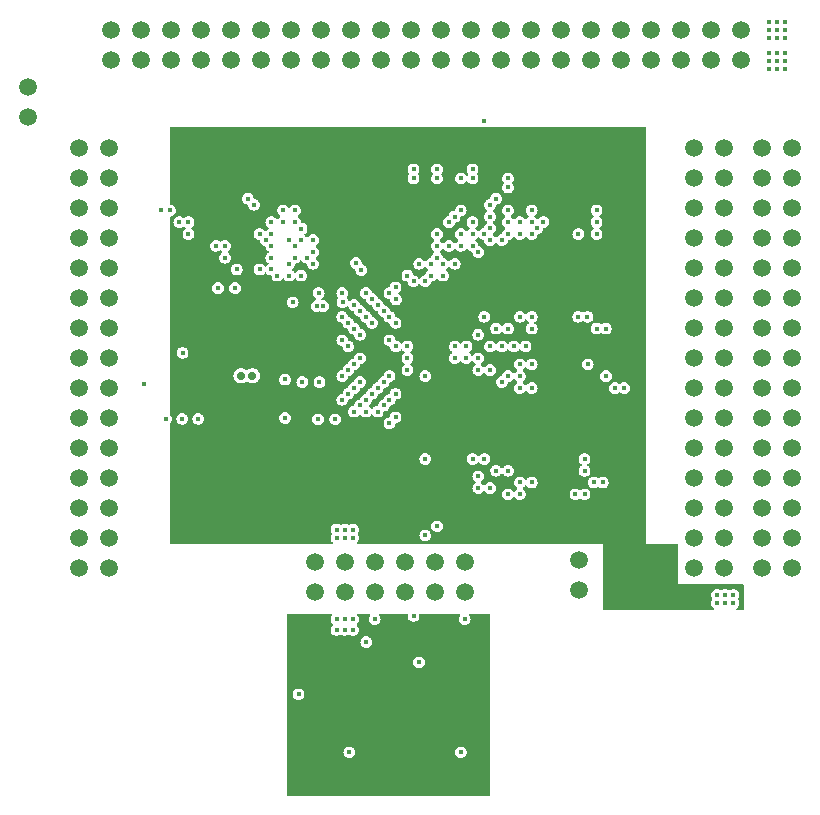
<source format=gbr>
G04 --- HEADER BEGIN --- *
G04 #@! TF.GenerationSoftware,LibrePCB,LibrePCB,1.1.0*
G04 #@! TF.CreationDate,2024-09-08T17:15:58*
G04 #@! TF.ProjectId,flasher,f4b07f79-14a2-4070-9d7d-1f686dcb10c4,v1*
G04 #@! TF.Part,Single*
G04 #@! TF.SameCoordinates*
G04 #@! TF.FileFunction,Copper,L5,Inr*
G04 #@! TF.FilePolarity,Positive*
%FSLAX66Y66*%
%MOMM*%
G01*
G75*
G04 --- HEADER END --- *
G04 --- APERTURE LIST BEGIN --- *
G04 #@! TA.AperFunction,ComponentPad*
%ADD10C,1.5*%
G04 #@! TA.AperFunction,ViaPad*
%ADD11C,0.4*%
%ADD12C,0.7*%
G04 #@! TA.AperFunction,Conductor*
%ADD13C,0.01*%
G04 #@! TD*
G04 --- APERTURE LIST END --- *
G04 --- BOARD BEGIN --- *
D10*
G04 #@! TO.N,P64_1V8*
G04 #@! TO.C,J2*
G04 #@! TO.P,J2,24,24*
X-24804000Y-10630000D03*
G04 #@! TO.N,P45_1V8*
G04 #@! TO.P,J2,2,2*
X-24804000Y17310000D03*
G04 #@! TO.N,P55_1V8*
G04 #@! TO.P,J2,18,18*
X-24804000Y-3010000D03*
G04 #@! TO.N,P53_1V8*
G04 #@! TO.P,J2,8,8*
X-24804000Y9690000D03*
G04 #@! TO.N,P68_1V8*
G04 #@! TO.P,J2,15,15*
X-27344000Y-470000D03*
G04 #@! TO.N,P61_1V8*
G04 #@! TO.P,J2,3,3*
X-27344000Y14770000D03*
G04 #@! TO.N,P72_1V8*
G04 #@! TO.P,J2,14,14*
X-24804000Y2070000D03*
G04 #@! TO.N,P43_1V8*
G04 #@! TO.P,J2,6,6*
X-24804000Y12230000D03*
G04 #@! TO.N,P49_1V8*
G04 #@! TO.P,J2,22,22*
X-24804000Y-8090000D03*
G04 #@! TO.N,P65_1V8*
G04 #@! TO.P,J2,12,12*
X-24804000Y4610000D03*
G04 #@! TO.N,P62_1V8*
G04 #@! TO.P,J2,26,26*
X-24804000Y-13170000D03*
G04 #@! TO.N,P52_1V8*
G04 #@! TO.P,J2,9,9*
X-27344000Y7150000D03*
G04 #@! TO.N,P46_1V8*
G04 #@! TO.P,J2,1,1*
X-27344000Y17310000D03*
G04 #@! TO.N,P50_1V8*
G04 #@! TO.P,J2,23,23*
X-27344000Y-10630000D03*
G04 #@! TO.N,P56_1V8*
G04 #@! TO.P,J2,13,13*
X-27344000Y2070000D03*
G04 #@! TO.N,P58_1V8*
G04 #@! TO.P,J2,19,19*
X-27344000Y-5550000D03*
G04 #@! TO.N,P59_1V8*
G04 #@! TO.P,J2,11,11*
X-27344000Y4610000D03*
G04 #@! TO.N,P54_1V8*
G04 #@! TO.P,J2,7,7*
X-27344000Y9690000D03*
G04 #@! TO.N,P44_1V8*
G04 #@! TO.P,J2,5,5*
X-27344000Y12230000D03*
G04 #@! TO.N,P60_1V8*
G04 #@! TO.P,J2,4,4*
X-24804000Y14770000D03*
G04 #@! TO.N,P66_1V8*
G04 #@! TO.P,J2,28,28*
X-24804000Y-15710000D03*
G04 #@! TO.N,P69_1V8*
G04 #@! TO.P,J2,29,29*
X-27344000Y-18250000D03*
G04 #@! TO.N,P70_1V8*
G04 #@! TO.P,J2,17,17*
X-27344000Y-3010000D03*
G04 #@! TO.N,P51_1V8*
G04 #@! TO.P,J2,30,30*
X-24804000Y-18250000D03*
G04 #@! TO.N,P71_1V8*
G04 #@! TO.P,J2,16,16*
X-24804000Y-470000D03*
G04 #@! TO.N,P47_1V8*
G04 #@! TO.P,J2,20,20*
X-24804000Y-5550000D03*
G04 #@! TO.N,P48_1V8*
G04 #@! TO.P,J2,21,21*
X-27344000Y-8090000D03*
G04 #@! TO.N,P67_1V8*
G04 #@! TO.P,J2,27,27*
X-27344000Y-15710000D03*
G04 #@! TO.N,P57_1V8*
G04 #@! TO.P,J2,10,10*
X-24804000Y7150000D03*
G04 #@! TO.N,P63_1V8*
G04 #@! TO.P,J2,25,25*
X-27344000Y-13170000D03*
G04 #@! TO.N,GND*
G04 #@! TO.C,J4*
G04 #@! TO.P,J4,2,2*
X-31589000Y19991000D03*
G04 #@! TO.N,+5V*
G04 #@! TO.P,J4,1,1*
X-31589000Y22531000D03*
G04 #@! TO.N,P38_3V3*
G04 #@! TO.C,J6*
G04 #@! TO.P,J6,26,26*
X27340000Y-13170000D03*
G04 #@! TO.N,P1_3V3*
G04 #@! TO.P,J6,4,4*
X27340000Y14770000D03*
G04 #@! TO.N,P24_3V3*
G04 #@! TO.P,J6,14,14*
X27340000Y2070000D03*
G04 #@! TO.N,P44_3V3*
G04 #@! TO.P,J6,21,21*
X24800000Y-8090000D03*
G04 #@! TO.N,P2_3V3*
G04 #@! TO.P,J6,6,6*
X27340000Y12230000D03*
G04 #@! TO.N,P26_3V3*
G04 #@! TO.P,J6,11,11*
X24800000Y4610000D03*
G04 #@! TO.N,P40_3V3*
G04 #@! TO.P,J6,28,28*
X27340000Y-15710000D03*
G04 #@! TO.N,P22_3V3*
G04 #@! TO.P,J6,16,16*
X27340000Y-470000D03*
G04 #@! TO.N,P48_3V3*
G04 #@! TO.P,J6,17,17*
X24800000Y-3010000D03*
G04 #@! TO.N,P7_3V3*
G04 #@! TO.P,J6,9,9*
X24800000Y7150000D03*
G04 #@! TO.N,P23_3V3*
G04 #@! TO.P,J6,13,13*
X24800000Y2070000D03*
G04 #@! TO.N,P3_3V3*
G04 #@! TO.P,J6,5,5*
X24800000Y12230000D03*
G04 #@! TO.N,P0_3V3*
G04 #@! TO.P,J6,2,2*
X27340000Y17310000D03*
G04 #@! TO.N,P45_3V3*
G04 #@! TO.P,J6,22,22*
X27340000Y-8090000D03*
G04 #@! TO.N,P35_3V3*
G04 #@! TO.P,J6,23,23*
X24800000Y-10630000D03*
G04 #@! TO.N,P37_3V3*
G04 #@! TO.P,J6,25,25*
X24800000Y-13170000D03*
G04 #@! TO.N,P9_3V3*
G04 #@! TO.P,J6,8,8*
X27340000Y9690000D03*
G04 #@! TO.N,P43_3V3*
G04 #@! TO.P,J6,18,18*
X27340000Y-3010000D03*
G04 #@! TO.N,P6_3V3*
G04 #@! TO.P,J6,7,7*
X24800000Y9690000D03*
G04 #@! TO.N,P49_3V3*
G04 #@! TO.P,J6,20,20*
X27340000Y-5550000D03*
G04 #@! TO.N,N/C*
G04 #@! TO.P,J6,15,15*
X24800000Y-470000D03*
G04 #@! TO.N,GND*
G04 #@! TO.P,J6,30,30*
X27340000Y-18250000D03*
G04 #@! TO.N,P5_3V3*
G04 #@! TO.P,J6,1,1*
X24800000Y17310000D03*
G04 #@! TO.N,P4_3V3*
G04 #@! TO.P,J6,3,3*
X24800000Y14770000D03*
G04 #@! TO.N,P8_3V3*
G04 #@! TO.P,J6,10,10*
X27340000Y7150000D03*
G04 #@! TO.N,P25_3V3*
G04 #@! TO.P,J6,12,12*
X27340000Y4610000D03*
G04 #@! TO.N,VCC3V3*
G04 #@! TO.P,J6,29,29*
X24800000Y-18250000D03*
G04 #@! TO.N,P42_3V3*
G04 #@! TO.P,J6,19,19*
X24800000Y-5550000D03*
G04 #@! TO.N,P41_3V3*
G04 #@! TO.P,J6,27,27*
X24800000Y-15710000D03*
G04 #@! TO.N,P36_3V3*
G04 #@! TO.P,J6,24,24*
X27340000Y-10630000D03*
G04 #@! TO.N,P29_1V8*
G04 #@! TO.C,J1*
G04 #@! TO.P,J1,42,42*
X26202000Y27340000D03*
G04 #@! TO.N,P41_1V8*
G04 #@! TO.P,J1,9,9*
X-14438000Y24800000D03*
G04 #@! TO.N,P0_1V8*
G04 #@! TO.P,J1,6,6*
X-19518000Y27340000D03*
G04 #@! TO.N,P30_1V8*
G04 #@! TO.P,J1,41,41*
X26202000Y24800000D03*
G04 #@! TO.N,P7_1V8*
G04 #@! TO.P,J1,19,19*
X-1738000Y24800000D03*
G04 #@! TO.N,P11_1V8*
G04 #@! TO.P,J1,26,26*
X5882000Y27340000D03*
G04 #@! TO.N,P1_1V8*
G04 #@! TO.P,J1,5,5*
X-19518000Y24800000D03*
G04 #@! TO.N,P40_1V8*
G04 #@! TO.P,J1,17,17*
X-4278000Y24800000D03*
G04 #@! TO.N,GND*
G04 #@! TO.P,J1,44,44*
X28742000Y27340000D03*
G04 #@! TO.N,P6_1V8*
G04 #@! TO.P,J1,8,8*
X-16978000Y27340000D03*
G04 #@! TO.N,P27_1V8*
G04 #@! TO.P,J1,40,40*
X23662000Y27340000D03*
G04 #@! TO.N,P22_1V8*
G04 #@! TO.P,J1,30,30*
X10962000Y27340000D03*
G04 #@! TO.N,P23_1V8*
G04 #@! TO.P,J1,31,31*
X13502000Y24800000D03*
G04 #@! TO.N,P34_1V8*
G04 #@! TO.P,J1,1,1*
X-24598000Y24800000D03*
G04 #@! TO.N,P21_1V8*
G04 #@! TO.P,J1,29,29*
X10962000Y24800000D03*
G04 #@! TO.N,P31_1V8*
G04 #@! TO.P,J1,34,34*
X16042000Y27340000D03*
G04 #@! TO.N,P32_1V8*
G04 #@! TO.P,J1,3,3*
X-22058000Y24800000D03*
G04 #@! TO.N,P12_1V8*
G04 #@! TO.P,J1,25,25*
X5882000Y24800000D03*
G04 #@! TO.N,P17_1V8*
G04 #@! TO.P,J1,24,24*
X3342000Y27340000D03*
G04 #@! TO.N,P33_1V8*
G04 #@! TO.P,J1,2,2*
X-24598000Y27340000D03*
G04 #@! TO.N,P20_1V8*
G04 #@! TO.P,J1,28,28*
X8422000Y27340000D03*
G04 #@! TO.N,P37_1V8*
G04 #@! TO.P,J1,16,16*
X-6818000Y27340000D03*
G04 #@! TO.N,P13_1V8*
G04 #@! TO.P,J1,22,22*
X802000Y27340000D03*
G04 #@! TO.N,P14_1V8*
G04 #@! TO.P,J1,38,38*
X21122000Y27340000D03*
G04 #@! TO.N,VCC1V8*
G04 #@! TO.P,J1,43,43*
X28742000Y24800000D03*
G04 #@! TO.N,P35_1V8*
G04 #@! TO.P,J1,13,13*
X-9358000Y24800000D03*
G04 #@! TO.N,P25_1V8*
G04 #@! TO.P,J1,33,33*
X16042000Y24800000D03*
G04 #@! TO.N,P2_1V8*
G04 #@! TO.P,J1,4,4*
X-22058000Y27340000D03*
G04 #@! TO.N,P19_1V8*
G04 #@! TO.P,J1,27,27*
X8422000Y24800000D03*
G04 #@! TO.N,P3_1V8*
G04 #@! TO.P,J1,7,7*
X-16978000Y24800000D03*
G04 #@! TO.N,P4_1V8*
G04 #@! TO.P,J1,11,11*
X-11898000Y24800000D03*
G04 #@! TO.N,P15_1V8*
G04 #@! TO.P,J1,35,35*
X18582000Y24800000D03*
G04 #@! TO.N,P8_1V8*
G04 #@! TO.P,J1,20,20*
X-1738000Y27340000D03*
G04 #@! TO.N,P28_1V8*
G04 #@! TO.P,J1,37,37*
X21122000Y24800000D03*
G04 #@! TO.N,P10_1V8*
G04 #@! TO.P,J1,21,21*
X802000Y24800000D03*
G04 #@! TO.N,P38_1V8*
G04 #@! TO.P,J1,18,18*
X-4278000Y27340000D03*
G04 #@! TO.N,P16_1V8*
G04 #@! TO.P,J1,36,36*
X18582000Y27340000D03*
G04 #@! TO.N,P18_1V8*
G04 #@! TO.P,J1,23,23*
X3342000Y24800000D03*
G04 #@! TO.N,P39_1V8*
G04 #@! TO.P,J1,15,15*
X-6818000Y24800000D03*
G04 #@! TO.N,P24_1V8*
G04 #@! TO.P,J1,32,32*
X13502000Y27340000D03*
G04 #@! TO.N,P9_1V8*
G04 #@! TO.P,J1,12,12*
X-11898000Y27340000D03*
G04 #@! TO.N,P36_1V8*
G04 #@! TO.P,J1,14,14*
X-9358000Y27340000D03*
G04 #@! TO.N,P26_1V8*
G04 #@! TO.P,J1,39,39*
X23662000Y24800000D03*
G04 #@! TO.N,P42_1V8*
G04 #@! TO.P,J1,10,10*
X-14438000Y27340000D03*
G04 #@! TO.N,GND*
G04 #@! TO.C,J8*
G04 #@! TO.P,J8,2,2*
X15040000Y-20070000D03*
G04 #@! TO.N,PROGRAM_B*
G04 #@! TO.P,J8,1,1*
X15040000Y-17530000D03*
G04 #@! TO.N,P57_3V3*
G04 #@! TO.C,J3*
G04 #@! TO.P,J3,24,24*
X33070000Y-10630000D03*
G04 #@! TO.N,P13_3V3*
G04 #@! TO.P,J3,2,2*
X33070000Y17310000D03*
G04 #@! TO.N,P33_3V3*
G04 #@! TO.P,J3,18,18*
X33070000Y-3010000D03*
G04 #@! TO.N,P11_3V3*
G04 #@! TO.P,J3,8,8*
X33070000Y9690000D03*
G04 #@! TO.N,P15_3V3*
G04 #@! TO.P,J3,15,15*
X30530000Y-470000D03*
G04 #@! TO.N,P27_3V3*
G04 #@! TO.P,J3,3,3*
X30530000Y14770000D03*
G04 #@! TO.N,P21_3V3*
G04 #@! TO.P,J3,14,14*
X33070000Y2070000D03*
G04 #@! TO.N,P10_3V3*
G04 #@! TO.P,J3,6,6*
X33070000Y12230000D03*
G04 #@! TO.N,P51_3V3*
G04 #@! TO.P,J3,22,22*
X33070000Y-8090000D03*
G04 #@! TO.N,P19_3V3*
G04 #@! TO.P,J3,12,12*
X33070000Y4610000D03*
G04 #@! TO.N,P55_3V3*
G04 #@! TO.P,J3,26,26*
X33070000Y-13170000D03*
G04 #@! TO.N,P18_3V3*
G04 #@! TO.P,J3,9,9*
X30530000Y7150000D03*
G04 #@! TO.N,N/C*
G04 #@! TO.P,J3,1,1*
X30530000Y17310000D03*
G04 #@! TO.N,P54_3V3*
G04 #@! TO.P,J3,23,23*
X30530000Y-10630000D03*
G04 #@! TO.N,P30_3V3*
G04 #@! TO.P,J3,13,13*
X30530000Y2070000D03*
G04 #@! TO.N,P29_3V3*
G04 #@! TO.P,J3,19,19*
X30530000Y-5550000D03*
G04 #@! TO.N,P20_3V3*
G04 #@! TO.P,J3,11,11*
X30530000Y4610000D03*
G04 #@! TO.N,P16_3V3*
G04 #@! TO.P,J3,7,7*
X30530000Y9690000D03*
G04 #@! TO.N,P12_3V3*
G04 #@! TO.P,J3,5,5*
X30530000Y12230000D03*
G04 #@! TO.N,P14_3V3*
G04 #@! TO.P,J3,4,4*
X33070000Y14770000D03*
G04 #@! TO.N,N/C*
G04 #@! TO.P,J3,28,28*
X33070000Y-15710000D03*
G04 #@! TO.N,P47_3V3*
G04 #@! TO.P,J3,29,29*
X30530000Y-18250000D03*
G04 #@! TO.N,P32_3V3*
G04 #@! TO.P,J3,17,17*
X30530000Y-3010000D03*
G04 #@! TO.N,P46_3V3*
G04 #@! TO.P,J3,30,30*
X33070000Y-18250000D03*
G04 #@! TO.N,P34_3V3*
G04 #@! TO.P,J3,16,16*
X33070000Y-470000D03*
G04 #@! TO.N,P31_3V3*
G04 #@! TO.P,J3,20,20*
X33070000Y-5550000D03*
G04 #@! TO.N,P50_3V3*
G04 #@! TO.P,J3,21,21*
X30530000Y-8090000D03*
G04 #@! TO.N,P52_3V3*
G04 #@! TO.P,J3,27,27*
X30530000Y-15710000D03*
G04 #@! TO.N,P17_3V3*
G04 #@! TO.P,J3,10,10*
X33070000Y7150000D03*
G04 #@! TO.N,P56_3V3*
G04 #@! TO.P,J3,25,25*
X30530000Y-13170000D03*
G04 #@! TO.N,N23*
G04 #@! TO.C,J5*
G04 #@! TO.P,J5,9,9*
X2817000Y-20270000D03*
G04 #@! TO.N,FLASH_VCC*
G04 #@! TO.P,J5,1,1*
X-7343000Y-20270000D03*
G04 #@! TO.N,GND*
G04 #@! TO.P,J5,4,4*
X-4803000Y-17730000D03*
G04 #@! TO.N,FLASH_SCK*
G04 #@! TO.P,J5,5,5*
X-2263000Y-20270000D03*
G04 #@! TO.N,VCC3V3*
G04 #@! TO.P,J5,2,2*
X-7343000Y-17730000D03*
G04 #@! TO.N,FLASH_VSS*
G04 #@! TO.P,J5,3,3*
X-4803000Y-20270000D03*
G04 #@! TO.N,CCLK*
G04 #@! TO.P,J5,6,6*
X-2263000Y-17730000D03*
G04 #@! TO.N,D0*
G04 #@! TO.P,J5,10,10*
X2817000Y-17730000D03*
G04 #@! TO.N,FLASH_CS*
G04 #@! TO.P,J5,11,11*
X5357000Y-20270000D03*
G04 #@! TO.N,FCS_B*
G04 #@! TO.P,J5,12,12*
X5357000Y-17730000D03*
G04 #@! TO.N,D1*
G04 #@! TO.P,J5,8,8*
X277000Y-17730000D03*
G04 #@! TO.N,N13*
G04 #@! TO.P,J5,7,7*
X277000Y-20270000D03*
D11*
G04 #@! TD.C*
G04 #@! TD.P*
G04 #@! TO.N,VCC3V3*
X-4500000Y12400000D03*
G04 #@! TO.N,GND*
X32500000Y26600000D03*
G04 #@! TO.N,P31_1V8*
X11017000Y10042000D03*
G04 #@! TO.N,VCC3V3*
X-9855000Y325000D03*
G04 #@! TO.N,GND*
X26700000Y-20500000D03*
G04 #@! TO.N,VCC3V3*
X24100000Y-20500000D03*
G04 #@! TO.N,P71_1V8*
X-8500000Y6524000D03*
G04 #@! TO.N,P45_3V3*
X9018000Y-11994000D03*
G04 #@! TO.N,P28_1V8*
X10017000Y11042000D03*
G04 #@! TO.N,P70_1V8*
X-9500000Y6524000D03*
G04 #@! TO.N,VCC3V3*
X24800000Y-21200000D03*
G04 #@! TO.N,P55_3V3*
X9018000Y-9994000D03*
G04 #@! TO.N,P63_1V8*
X-14958000Y9042000D03*
G04 #@! TO.N,P33_1V8*
X2017000Y6042000D03*
G04 #@! TO.N,VCC3V3*
X10497000Y3528000D03*
G04 #@! TO.N,P36_1V8*
X3017000Y9042000D03*
G04 #@! TO.N,GND*
X-7168028Y3947000D03*
G04 #@! TO.N,VCC1V0*
X-4018000Y-4993000D03*
G04 #@! TO.N,VCC3V3*
X5825000Y-5776000D03*
G04 #@! TO.N,GND*
X31100000Y28000000D03*
X32500000Y28000000D03*
G04 #@! TO.N,VCC3V3*
X-8754000Y-13928000D03*
X-3018000Y-5993000D03*
G04 #@! TO.N,MODE/SYNC/1.8V*
X-4993000Y4261000D03*
G04 #@! TO.N,VCC1V8*
X7500000Y12524000D03*
G04 #@! TO.N,P59_1V8*
X-9500000Y9525000D03*
G04 #@! TO.N,P11_1V8*
X7017000Y19622000D03*
G04 #@! TO.N,P3_3V3*
X15746000Y3042000D03*
G04 #@! TO.N,VCC3V3*
X-2813000Y-15638000D03*
G04 #@! TO.N,P58_1V8*
X-18038000Y10042000D03*
G04 #@! TO.N,VCC1V8*
X8017000Y13042000D03*
G04 #@! TO.N,P54_1V8*
X-20348000Y12042000D03*
G04 #@! TO.N,FLASH_VSS*
X-4103000Y-23470000D03*
G04 #@! TO.N,P17_1V8*
X9017000Y14752000D03*
G04 #@! TO.N,VCC1V8*
X-5018000Y5042000D03*
G04 #@! TO.N,INIT_B*
X-3018000Y-4993000D03*
G04 #@! TO.N,VCC1V8*
X-4500000Y-3475000D03*
X-5018000Y-3993000D03*
G04 #@! TO.N,GND*
X-5503000Y-14980000D03*
G04 #@! TO.N,P30_1V8*
X16517000Y10042000D03*
G04 #@! TO.N,VCC3V3*
X-16586000Y2942000D03*
G04 #@! TO.N,+5V*
X-9855000Y-5525000D03*
G04 #@! TO.N,VCC3V3*
X8501000Y-471000D03*
G04 #@! TO.N,P8_1V8*
X6017000Y11047000D03*
D12*
G04 #@! TO.N,GND*
X-12621028Y-1955000D03*
D11*
X26700000Y-21200000D03*
G04 #@! TO.N,P67_1V8*
X-11018000Y8042000D03*
G04 #@! TO.N,P1_1V8*
X4017000Y11042000D03*
G04 #@! TO.N,P65_1V8*
X-7500000Y8524000D03*
G04 #@! TO.N,P33_1V8*
X1017000Y14752000D03*
G04 #@! TO.N,VCC1V0*
X-2501000Y4525000D03*
X-3018000Y5042000D03*
G04 #@! TO.N,P69_1V8*
X-12018000Y7042000D03*
G04 #@! TO.N,P53_1V8*
X-10018000Y12042000D03*
G04 #@! TO.N,VCC1V8*
X-11499000Y9522000D03*
G04 #@! TO.N,P7_3V3*
X9017000Y2042000D03*
G04 #@! TO.N,P18_1V8*
X9017000Y12042000D03*
G04 #@! TO.N,P18_3V3*
X15768000Y-994000D03*
G04 #@! TO.N,VCC3V3*
X14097000Y-13514000D03*
G04 #@! TO.N,FLASH_VCC*
X-8043000Y-22570000D03*
G04 #@! TO.N,GND*
X31800000Y28000000D03*
G04 #@! TO.N,VCC1V0*
X-500000Y-5480000D03*
X-1018000Y-5993000D03*
G04 #@! TO.N,D2*
X500000Y-475000D03*
X1018000Y-22282000D03*
G04 #@! TO.N,VCC3V3*
X-6643000Y-14980000D03*
X-7343000Y-15680000D03*
G04 #@! TO.N,P29_1V8*
X11017000Y11042000D03*
G04 #@! TO.N,VCC3V3*
X12500000Y-12475000D03*
X11665000Y7674000D03*
G04 #@! TO.N,P52_3V3*
X6500000Y-10476000D03*
G04 #@! TO.N,P68_1V8*
X-9500000Y7524000D03*
G04 #@! TO.N,P44_3V3*
X14728000Y-11994000D03*
G04 #@! TO.N,FLASH_VCC*
X-6643000Y-23470000D03*
G04 #@! TO.N,VCC3V3*
X5809000Y2564000D03*
G04 #@! TO.N,P17_3V3*
X11018000Y-994000D03*
G04 #@! TO.N,P12_3V3*
X9500000Y524000D03*
G04 #@! TO.N,+5V*
X-7063000Y-5641000D03*
G04 #@! TO.N,P0_1V8*
X3017000Y15522000D03*
G04 #@! TO.N,P57_1V8*
X-10018000Y11042000D03*
G04 #@! TO.N,FLASH_VCC*
X-8918000Y-33833000D03*
G04 #@! TO.N,FLASH_VSS*
X-4103000Y-22570000D03*
G04 #@! TO.N,P18_1V8*
X9017000Y13982000D03*
G04 #@! TO.N,VCC1V8*
X31800000Y25400000D03*
G04 #@! TO.N,+5V*
X-19934000Y-5605000D03*
G04 #@! TO.N,P69_1V8*
X-13958000Y7042000D03*
G04 #@! TO.N,P44_3V3*
X10018000Y-11994000D03*
G04 #@! TO.N,VCC1V0*
X-1499000Y-4476000D03*
G04 #@! TO.N,VCC3V3*
X6018000Y-1994000D03*
G04 #@! TO.N,GND*
X-5613000Y-5641000D03*
G04 #@! TO.N,P8_3V3*
X16516000Y2042000D03*
G04 #@! TO.N,P49_3V3*
X17038000Y-10994000D03*
G04 #@! TO.N,FLASH_VCC*
X-6643000Y-22570000D03*
G04 #@! TO.N,VCC3V3*
X8017000Y3042000D03*
X5501000Y-11476000D03*
G04 #@! TO.N,VCC1V8*
X31100000Y24000000D03*
X32500000Y24000000D03*
G04 #@! TO.N,P7_1V8*
X6017000Y10042000D03*
G04 #@! TO.N,P60_1V8*
X-8500000Y9525000D03*
G04 #@! TO.N,VCC1V0*
X-1018000Y-1993000D03*
G04 #@! TO.N,P34_3V3*
X8500000Y-2476000D03*
G04 #@! TO.N,VCC3V3*
X9018000Y-994000D03*
X-940000Y-15040000D03*
G04 #@! TO.N,P72_1V8*
X-9018000Y8042000D03*
G04 #@! TO.N,VCC3V3*
X13018000Y-12994000D03*
G04 #@! TO.N,P32_1V8*
X1017000Y15522000D03*
G04 #@! TO.N,FLASH_VSS*
X-8718000Y-28933000D03*
G04 #@! TO.N,P40_1V8*
X4500000Y7524000D03*
G04 #@! TO.N,P57_3V3*
X6018000Y-8994000D03*
G04 #@! TO.N,P37_1V8*
X4017000Y9042000D03*
G04 #@! TO.N,P7_1V8*
X6017000Y15522000D03*
G04 #@! TO.N,P41_1V8*
X2500000Y6524000D03*
G04 #@! TO.N,VCC3V3*
X-18520000Y6385000D03*
X5018000Y-8994000D03*
G04 #@! TO.N,P57_1V8*
X-18808000Y11042000D03*
G04 #@! TO.N,P15_1V8*
X7500000Y10525000D03*
G04 #@! TO.N,GND*
X31800000Y26600000D03*
G04 #@! TO.N,FLASH_VCC*
X-8043000Y-23470000D03*
G04 #@! TO.N,VCC3V3*
X-6300000Y12400000D03*
G04 #@! TO.N,D3*
X-2982000Y-24500000D03*
X500000Y524000D03*
G04 #@! TO.N,VCC3V3*
X25500000Y-21200000D03*
G04 #@! TO.N,P54_3V3*
X15498000Y-9994000D03*
G04 #@! TO.N,VCC3V3*
X-2700000Y12200000D03*
G04 #@! TO.N,MODE/SYNC/1.8V*
X-3400000Y6975000D03*
G04 #@! TO.N,CFGBVS*
X2018000Y-8994000D03*
G04 #@! TO.N,D1*
X2018000Y-15474000D03*
G04 #@! TO.N,P8_1V8*
X6017000Y14752000D03*
G04 #@! TO.N,P19_3V3*
X9018000Y-1994000D03*
G04 #@! TO.N,VCC1V8*
X500000Y6524000D03*
G04 #@! TO.N,+5V*
X-14088000Y5461000D03*
G04 #@! TO.N,CLK_27MHZ*
X6500000Y8524000D03*
G04 #@! TO.N,FLASH_VSS*
X-5503000Y-22570000D03*
G04 #@! TO.N,VCC3V3*
X8500000Y-10472000D03*
G04 #@! TO.N,P13_3V3*
X7017000Y3042000D03*
G04 #@! TO.N,GND*
X-4103000Y-14980000D03*
G04 #@! TO.N,P14_3V3*
X6497000Y1522000D03*
G04 #@! TO.N,P51_3V3*
X7018000Y-8994000D03*
G04 #@! TO.N,VCC1V0*
X-1476000Y3500000D03*
X-2018000Y4042000D03*
G04 #@! TO.N,VCC3V3*
X4760000Y-15210000D03*
X25500000Y-20500000D03*
G04 #@! TO.N,P29_1V8*
X16517000Y11042000D03*
G04 #@! TO.N,VCC1V8*
X31100000Y25400000D03*
G04 #@! TO.N,VCC1V0*
X-3018000Y3042000D03*
G04 #@! TO.N,VCC3V3*
X11501000Y524000D03*
G04 #@! TO.N,VCC1V8*
X-10500000Y6524000D03*
X-11018000Y7042000D03*
X-13018000Y13042000D03*
G04 #@! TO.N,GND*
X-6943000Y-2489000D03*
G04 #@! TO.N,VCC1V0*
X-1018000Y1042000D03*
X-500000Y524000D03*
G04 #@! TO.N,VCC3V3*
X-1718000Y-13938000D03*
G04 #@! TO.N,VCC1V8*
X31100000Y24700000D03*
G04 #@! TO.N,VCC1V0*
X-3500000Y1525000D03*
G04 #@! TO.N,FLASH_VSS*
X-5503000Y-23470000D03*
G04 #@! TO.N,P38_1V8*
X5017000Y9042000D03*
G04 #@! TO.N,VCC1V8*
X8499000Y9522000D03*
X-5018000Y1042000D03*
X-4500000Y524000D03*
G04 #@! TO.N,P0_1V8*
X3017000Y10042000D03*
G04 #@! TO.N,GND*
X-4103000Y-15680000D03*
G04 #@! TO.N,VCC1V8*
X-7018000Y5042000D03*
G04 #@! TO.N,P35_1V8*
X1500000Y7525000D03*
G04 #@! TO.N,VCC3V3*
X7497000Y-7472000D03*
X-7343000Y-14980000D03*
G04 #@! TO.N,P1_1V8*
X3017000Y14752000D03*
G04 #@! TO.N,P23_3V3*
X11018000Y-2994000D03*
G04 #@! TO.N,FLASH_VSS*
X-4803000Y-22570000D03*
G04 #@! TO.N,CLK_3V3_29.5MHZ*
X7500000Y525000D03*
G04 #@! TO.N,P22_3V3*
X10018000Y-2994000D03*
G04 #@! TO.N,P31_1V8*
X14977000Y10042000D03*
G04 #@! TO.N,VCC1V8*
X2500000Y7525000D03*
X3017000Y8042000D03*
G04 #@! TO.N,VCC3V3*
X8092000Y5812000D03*
G04 #@! TO.N,P2_3V3*
X14976000Y3042000D03*
G04 #@! TO.N,VCC3V3*
X24800000Y-20500000D03*
G04 #@! TO.N,P30_3V3*
X5500000Y524000D03*
G04 #@! TO.N,P58_1V8*
X-11018000Y10042000D03*
G04 #@! TO.N,+5V*
X-9213000Y4261000D03*
G04 #@! TO.N,P16_1V8*
X7500000Y11524000D03*
G04 #@! TO.N,VCC1V0*
X-4018000Y2042000D03*
G04 #@! TO.N,VCC3V3*
X-6643000Y-15680000D03*
G04 #@! TO.N,P48_3V3*
X16268000Y-10994000D03*
G04 #@! TO.N,P29_3V3*
X4500000Y524000D03*
G04 #@! TO.N,P39_1V8*
X3500000Y7524000D03*
G04 #@! TO.N,GND*
X-6648028Y3947000D03*
G04 #@! TO.N,VCC1V8*
X-12500000Y12522000D03*
G04 #@! TO.N,P45_3V3*
X15498000Y-11994000D03*
G04 #@! TO.N,VCC1V8*
X12017000Y11042000D03*
G04 #@! TO.N,MODE/SYNC/1.8V*
X-3875000Y7600000D03*
G04 #@! TO.N,VCC1V8*
X-8018000Y8042000D03*
G04 #@! TO.N,P46_3V3*
X7500000Y-11476000D03*
G04 #@! TO.N,VCC1V0*
X-1500000Y-2476000D03*
X-2018000Y-2993000D03*
G04 #@! TO.N,VCC1V8*
X-7493000Y7523000D03*
G04 #@! TO.N,P56_3V3*
X8018000Y-9994000D03*
G04 #@! TO.N,P49_3V3*
X10018000Y-10994000D03*
G04 #@! TO.N,LED1*
X-18536000Y-8000D03*
G04 #@! TO.N,VCC1V0*
X-2499000Y2524000D03*
X-3018000Y-3993000D03*
G04 #@! TO.N,P31_3V3*
X5500000Y-475000D03*
G04 #@! TO.N,VCC3V3*
X4499000Y-8472000D03*
G04 #@! TO.N,CFGBVS*
X3018000Y-14704000D03*
G04 #@! TO.N,FLASH_SCK*
X-2263000Y-22570000D03*
G04 #@! TO.N,VCC3V3*
X-21800000Y-2650000D03*
G04 #@! TO.N,P42_1V8*
X3500000Y6524000D03*
G04 #@! TO.N,VCC3V3*
X5825000Y-5176000D03*
G04 #@! TO.N,P67_1V8*
X-14958000Y8042000D03*
G04 #@! TO.N,VCC3V3*
X-7000000Y1225000D03*
G04 #@! TO.N,VCC1V8*
X4489000Y11524000D03*
G04 #@! TO.N,GND*
X32500000Y27300000D03*
G04 #@! TO.N,VCC1V8*
X-9018000Y11042000D03*
G04 #@! TO.N,VCC3V3*
X14097000Y-12914000D03*
G04 #@! TO.N,VCC1V8*
X32500000Y25400000D03*
X-12018000Y10042000D03*
G04 #@! TO.N,VCC1V0*
X-2500000Y-3475000D03*
G04 #@! TO.N,P50_3V3*
X15498000Y-8994000D03*
G04 #@! TO.N,VCC1V8*
X31800000Y24700000D03*
G04 #@! TO.N,FLASH_VSS*
X5020000Y-33833000D03*
G04 #@! TO.N,VCC1V0*
X-3500000Y-475000D03*
G04 #@! TO.N,FCS_B*
X4500000Y-476000D03*
G04 #@! TO.N,VCC1V0*
X-4018000Y-2993000D03*
G04 #@! TO.N,GND*
X28100000Y-21200000D03*
G04 #@! TO.N,VCC1V0*
X-475000Y4500000D03*
X-1018000Y5042000D03*
G04 #@! TO.N,P54_1V8*
X-9018000Y12042000D03*
G04 #@! TO.N,FLASH_VSS*
X-4803000Y-23470000D03*
G04 #@! TO.N,VCC1V0*
X-3501000Y-2475000D03*
G04 #@! TO.N,VCC3V3*
X12017000Y1042000D03*
G04 #@! TO.N,VCC1V8*
X-5018000Y3042000D03*
X-4500000Y2524000D03*
G04 #@! TO.N,P56_1V8*
X-18038000Y11042000D03*
G04 #@! TO.N,VCC1V0*
X-2018000Y-4993000D03*
X-1018000Y3042000D03*
X-500000Y2524000D03*
G04 #@! TO.N,VCC3V3*
X-14105000Y3735000D03*
G04 #@! TO.N,VCC1V0*
X-3500000Y-4475000D03*
G04 #@! TO.N,FLASH_VCC*
X-7343000Y-23470000D03*
G04 #@! TO.N,P3_3V3*
X10017000Y3042000D03*
G04 #@! TO.N,VCC1V8*
X5017000Y12042000D03*
X-4500000Y-1476000D03*
X-5018000Y-1993000D03*
G04 #@! TO.N,GND*
X31100000Y26600000D03*
G04 #@! TO.N,CCLK*
X-500000Y5524000D03*
G04 #@! TO.N,VCC3V3*
X1018000Y-6994000D03*
G04 #@! TO.N,FLASH_SCK*
X1482000Y-26213000D03*
G04 #@! TO.N,P53_1V8*
X-19578000Y12042000D03*
G04 #@! TO.N,P23_3V3*
X18078000Y-2994000D03*
G04 #@! TO.N,VCC1V8*
X9017000Y10042000D03*
G04 #@! TO.N,P8_3V3*
X11017000Y2042000D03*
G04 #@! TO.N,P26_1V8*
X11017000Y12042000D03*
G04 #@! TO.N,P47_3V3*
X6500000Y-11476000D03*
G04 #@! TO.N,FLASH_VCC*
X-7343000Y-22570000D03*
G04 #@! TO.N,GND*
X-4803000Y-15680000D03*
X31100000Y27300000D03*
X-4803000Y-14980000D03*
G04 #@! TO.N,P16_3V3*
X10018000Y-994000D03*
G04 #@! TO.N,P27_3V3*
X8017000Y2042000D03*
G04 #@! TO.N,VCC3V3*
X-8043000Y-14980000D03*
G04 #@! TO.N,P64_1V8*
X-15728000Y9042000D03*
G04 #@! TO.N,VCC3V3*
X-8043000Y-15680000D03*
G04 #@! TO.N,FLASH_VCC*
X-8718000Y-27483000D03*
G04 #@! TO.N,GND*
X31800000Y27300000D03*
G04 #@! TO.N,VCC1V0*
X-4018000Y-993000D03*
G04 #@! TO.N,P10_3V3*
X10500000Y525000D03*
G04 #@! TO.N,VCC3V3*
X4018000Y-5994000D03*
X3499000Y-5475000D03*
G04 #@! TO.N,P32_3V3*
X6500000Y-1476000D03*
G04 #@! TO.N,D1*
X2018000Y-1994000D03*
G04 #@! TO.N,FLASH_CS*
X-4418000Y-33833000D03*
G04 #@! TO.N,P20_3V3*
X10018000Y-1994000D03*
G04 #@! TO.N,VCC3V3*
X9018000Y-10994000D03*
X5499000Y-1475000D03*
G04 #@! TO.N,P21_3V3*
X17308000Y-1994000D03*
G04 #@! TO.N,VCC3V3*
X24100000Y-21200000D03*
G04 #@! TO.N,GND*
X27400000Y-21200000D03*
G04 #@! TO.N,+5V*
X-8393000Y-2489000D03*
G04 #@! TO.N,VCC3V3*
X2017000Y1042000D03*
X1500000Y525000D03*
G04 #@! TO.N,P64_1V8*
X-9018000Y9042000D03*
G04 #@! TO.N,GND*
X-18560000Y-5605000D03*
G04 #@! TO.N,VCC1V8*
X11500000Y10524000D03*
G04 #@! TO.N,P56_1V8*
X-11018000Y11042000D03*
G04 #@! TO.N,P15_3V3*
X6500000Y-476000D03*
G04 #@! TO.N,P17_1V8*
X9017000Y11042000D03*
G04 #@! TO.N,VCC3V3*
X8018000Y-7994000D03*
G04 #@! TO.N,VCC1V8*
X-8470000Y10507000D03*
X32500000Y24700000D03*
G04 #@! TO.N,GND*
X-5503000Y-15680000D03*
G04 #@! TO.N,P7_3V3*
X17286000Y2042000D03*
G04 #@! TO.N,GND*
X-17200000Y-5605000D03*
G04 #@! TO.N,P32_1V8*
X1017000Y6042000D03*
G04 #@! TO.N,VCC3V3*
X6018000Y-11994000D03*
G04 #@! TO.N,P48_3V3*
X11018000Y-10994000D03*
G04 #@! TO.N,P11_3V3*
X8500000Y525000D03*
G04 #@! TO.N,VCC1V8*
X31800000Y24000000D03*
X6017000Y9042000D03*
G04 #@! TO.N,P4_1V8*
X5017000Y14752000D03*
G04 #@! TO.N,GND*
X28100000Y-20500000D03*
G04 #@! TO.N,FLASH_CS*
X5357000Y-22570000D03*
G04 #@! TO.N,P2_3V3*
X11017000Y3042000D03*
G04 #@! TO.N,GND*
X27400000Y-20500000D03*
G04 #@! TO.N,P33_3V3*
X7500000Y-1476000D03*
G04 #@! TO.N,VCC3V3*
X11017000Y4042000D03*
G04 #@! TO.N,P11_1V8*
X7017000Y10042000D03*
G04 #@! TO.N,D0*
X500000Y-1475000D03*
G04 #@! TO.N,VCC1V0*
X-3501000Y3525000D03*
X-4018000Y4042000D03*
D12*
G04 #@! TO.N,GND*
X-13591028Y-1955000D03*
D11*
G04 #@! TO.N,P22_3V3*
X18848000Y-2994000D03*
G04 #@! TO.N,P30_1V8*
X10017000Y10042000D03*
G04 #@! TO.N,+5V*
X-9855000Y-2275000D03*
G04 #@! TO.N,P63_1V8*
X-11018000Y9042000D03*
G04 #@! TO.N,VCC1V0*
X-1018000Y-3993000D03*
X-500000Y-3476000D03*
G04 #@! TO.N,P4_1V8*
X5017000Y10042000D03*
G04 #@! TO.N,P14_1V8*
X7500000Y9524000D03*
G04 #@! TO.N,GND*
X-15538000Y5461000D03*
G04 #@! TO.N,P26_1V8*
X16517000Y12042000D03*
G04 #@! TO.N,P61_1V8*
X-7500000Y9524000D03*
G04 #@! TO.N,VCC3V3*
X-8000000Y1225000D03*
D13*
G04 #@! TA.AperFunction,Conductor*
G04 #@! TO.N,FLASH_VCC*
G36*
X-9700000Y-37400001D02*
X-9680500Y-37459328D01*
X-9600001Y-37500000D01*
X-8724494Y-37500000D01*
X-8724494Y-29432145D01*
X-8840916Y-29416818D01*
X-8853463Y-29413456D01*
X-8961947Y-29368520D01*
X-8973199Y-29362024D01*
X-9066352Y-29290544D01*
X-9075544Y-29281352D01*
X-9147024Y-29188199D01*
X-9153520Y-29176947D01*
X-9198456Y-29068463D01*
X-9201818Y-29055916D01*
X-9217145Y-28939494D01*
X-9217145Y-28926506D01*
X-9201818Y-28810084D01*
X-9198456Y-28797537D01*
X-9153520Y-28689053D01*
X-9147024Y-28677801D01*
X-9075544Y-28584648D01*
X-9066352Y-28575456D01*
X-8973199Y-28503976D01*
X-8961947Y-28497480D01*
X-8853463Y-28452544D01*
X-8840916Y-28449182D01*
X-8724494Y-28433855D01*
X-8711506Y-28433855D01*
X-8595084Y-28449182D01*
X-8582537Y-28452544D01*
X-8474053Y-28497480D01*
X-8462801Y-28503976D01*
X-8369648Y-28575456D01*
X-8360456Y-28584648D01*
X-8288976Y-28677801D01*
X-8282480Y-28689053D01*
X-8237544Y-28797537D01*
X-8234182Y-28810084D01*
X-8218855Y-28926506D01*
X-8218855Y-28939494D01*
X-8234182Y-29055916D01*
X-8237544Y-29068463D01*
X-8282480Y-29176947D01*
X-8288976Y-29188199D01*
X-8360456Y-29281352D01*
X-8369648Y-29290544D01*
X-8462801Y-29362024D01*
X-8474053Y-29368520D01*
X-8582537Y-29413456D01*
X-8595084Y-29416818D01*
X-8711506Y-29432145D01*
X-8724494Y-29432145D01*
X-8724494Y-37500000D01*
X-4424494Y-37500000D01*
X-4424494Y-34332145D01*
X-4540916Y-34316818D01*
X-4553463Y-34313456D01*
X-4661947Y-34268520D01*
X-4673199Y-34262024D01*
X-4766352Y-34190544D01*
X-4775544Y-34181352D01*
X-4847024Y-34088199D01*
X-4853520Y-34076947D01*
X-4898456Y-33968463D01*
X-4901818Y-33955916D01*
X-4917145Y-33839494D01*
X-4917145Y-33826506D01*
X-4901818Y-33710084D01*
X-4898456Y-33697537D01*
X-4853520Y-33589053D01*
X-4847024Y-33577801D01*
X-4775544Y-33484648D01*
X-4766352Y-33475456D01*
X-4673199Y-33403976D01*
X-4661947Y-33397480D01*
X-4553463Y-33352544D01*
X-4540916Y-33349182D01*
X-4424494Y-33333855D01*
X-4411506Y-33333855D01*
X-4295084Y-33349182D01*
X-4282537Y-33352544D01*
X-4174053Y-33397480D01*
X-4162801Y-33403976D01*
X-4069648Y-33475456D01*
X-4060456Y-33484648D01*
X-3988976Y-33577801D01*
X-3982480Y-33589053D01*
X-3937544Y-33697537D01*
X-3934182Y-33710084D01*
X-3918855Y-33826506D01*
X-3918855Y-33839494D01*
X-3934182Y-33955916D01*
X-3937544Y-33968463D01*
X-3982480Y-34076947D01*
X-3988976Y-34088199D01*
X-4060456Y-34181352D01*
X-4069648Y-34190544D01*
X-4162801Y-34262024D01*
X-4174053Y-34268520D01*
X-4282537Y-34313456D01*
X-4295084Y-34316818D01*
X-4411506Y-34332145D01*
X-4424494Y-34332145D01*
X-4424494Y-37500000D01*
X-2988494Y-37500000D01*
X-2988494Y-24999145D01*
X-3104916Y-24983818D01*
X-3117463Y-24980456D01*
X-3225947Y-24935520D01*
X-3237199Y-24929024D01*
X-3330352Y-24857544D01*
X-3339544Y-24848352D01*
X-3411024Y-24755199D01*
X-3417520Y-24743947D01*
X-3462456Y-24635463D01*
X-3465818Y-24622916D01*
X-3481145Y-24506494D01*
X-3481145Y-24493506D01*
X-3465818Y-24377084D01*
X-3462456Y-24364537D01*
X-3417520Y-24256053D01*
X-3411024Y-24244801D01*
X-3339544Y-24151648D01*
X-3330352Y-24142456D01*
X-3237199Y-24070976D01*
X-3225947Y-24064480D01*
X-3117463Y-24019544D01*
X-3104916Y-24016182D01*
X-2988494Y-24000855D01*
X-2975506Y-24000855D01*
X-2859084Y-24016182D01*
X-2846537Y-24019544D01*
X-2738053Y-24064480D01*
X-2726801Y-24070976D01*
X-2633648Y-24142456D01*
X-2624456Y-24151648D01*
X-2552976Y-24244801D01*
X-2546480Y-24256053D01*
X-2501544Y-24364537D01*
X-2498182Y-24377084D01*
X-2482855Y-24493506D01*
X-2482855Y-24506494D01*
X-2498182Y-24622916D01*
X-2501544Y-24635463D01*
X-2546480Y-24743947D01*
X-2552976Y-24755199D01*
X-2624456Y-24848352D01*
X-2633648Y-24857544D01*
X-2726801Y-24929024D01*
X-2738053Y-24935520D01*
X-2846537Y-24980456D01*
X-2859084Y-24983818D01*
X-2975506Y-24999145D01*
X-2988494Y-24999145D01*
X-2988494Y-37500000D01*
X1475506Y-37500000D01*
X1475506Y-26712145D01*
X1359084Y-26696818D01*
X1346537Y-26693456D01*
X1238053Y-26648520D01*
X1226801Y-26642024D01*
X1133648Y-26570544D01*
X1124456Y-26561352D01*
X1052976Y-26468199D01*
X1046480Y-26456947D01*
X1001544Y-26348463D01*
X998182Y-26335916D01*
X982855Y-26219494D01*
X982855Y-26206506D01*
X998182Y-26090084D01*
X1001544Y-26077537D01*
X1046480Y-25969053D01*
X1052976Y-25957801D01*
X1124456Y-25864648D01*
X1133648Y-25855456D01*
X1226801Y-25783976D01*
X1238053Y-25777480D01*
X1346537Y-25732544D01*
X1359084Y-25729182D01*
X1475506Y-25713855D01*
X1488494Y-25713855D01*
X1604916Y-25729182D01*
X1617463Y-25732544D01*
X1725947Y-25777480D01*
X1737199Y-25783976D01*
X1830352Y-25855456D01*
X1839544Y-25864648D01*
X1911024Y-25957801D01*
X1917520Y-25969053D01*
X1962456Y-26077537D01*
X1965818Y-26090084D01*
X1981145Y-26206506D01*
X1981145Y-26219494D01*
X1965818Y-26335916D01*
X1962456Y-26348463D01*
X1917520Y-26456947D01*
X1911024Y-26468199D01*
X1839544Y-26561352D01*
X1830352Y-26570544D01*
X1737199Y-26642024D01*
X1725947Y-26648520D01*
X1617463Y-26693456D01*
X1604916Y-26696818D01*
X1488494Y-26712145D01*
X1475506Y-26712145D01*
X1475506Y-37500000D01*
X5013506Y-37500000D01*
X5013506Y-34332145D01*
X4897084Y-34316818D01*
X4884537Y-34313456D01*
X4776053Y-34268520D01*
X4764801Y-34262024D01*
X4671648Y-34190544D01*
X4662456Y-34181352D01*
X4590976Y-34088199D01*
X4584480Y-34076947D01*
X4539544Y-33968463D01*
X4536182Y-33955916D01*
X4520855Y-33839494D01*
X4520855Y-33826506D01*
X4536182Y-33710084D01*
X4539544Y-33697537D01*
X4584480Y-33589053D01*
X4590976Y-33577801D01*
X4662456Y-33484648D01*
X4671648Y-33475456D01*
X4764801Y-33403976D01*
X4776053Y-33397480D01*
X4884537Y-33352544D01*
X4897084Y-33349182D01*
X5013506Y-33333855D01*
X5026494Y-33333855D01*
X5142916Y-33349182D01*
X5155463Y-33352544D01*
X5263947Y-33397480D01*
X5275199Y-33403976D01*
X5368352Y-33475456D01*
X5377544Y-33484648D01*
X5449024Y-33577801D01*
X5455520Y-33589053D01*
X5500456Y-33697537D01*
X5503818Y-33710084D01*
X5519145Y-33826506D01*
X5519145Y-33839494D01*
X5503818Y-33955916D01*
X5500456Y-33968463D01*
X5455520Y-34076947D01*
X5449024Y-34088199D01*
X5377544Y-34181352D01*
X5368352Y-34190544D01*
X5275199Y-34262024D01*
X5263947Y-34268520D01*
X5155463Y-34313456D01*
X5142916Y-34316818D01*
X5026494Y-34332145D01*
X5013506Y-34332145D01*
X5013506Y-37500000D01*
X7400001Y-37500000D01*
X7459328Y-37480500D01*
X7500000Y-37400001D01*
X7500000Y-22199999D01*
X7480500Y-22140672D01*
X7400001Y-22100000D01*
X5823978Y-22100000D01*
X5764651Y-22119500D01*
X5728462Y-22170395D01*
X5729524Y-22232836D01*
X5744644Y-22260875D01*
X5786024Y-22314801D01*
X5792520Y-22326053D01*
X5837456Y-22434537D01*
X5840818Y-22447084D01*
X5856145Y-22563506D01*
X5856145Y-22576494D01*
X5840818Y-22692916D01*
X5837456Y-22705463D01*
X5792520Y-22813947D01*
X5786024Y-22825199D01*
X5714544Y-22918352D01*
X5705352Y-22927544D01*
X5612199Y-22999024D01*
X5600947Y-23005520D01*
X5492463Y-23050456D01*
X5479916Y-23053818D01*
X5363494Y-23069145D01*
X5350506Y-23069145D01*
X5234084Y-23053818D01*
X5221537Y-23050456D01*
X5113053Y-23005520D01*
X5101801Y-22999024D01*
X5008648Y-22927544D01*
X4999456Y-22918352D01*
X4927976Y-22825199D01*
X4921480Y-22813947D01*
X4876544Y-22705463D01*
X4873182Y-22692916D01*
X4857855Y-22576494D01*
X4857855Y-22563506D01*
X4873182Y-22447084D01*
X4876544Y-22434537D01*
X4921480Y-22326053D01*
X4927976Y-22314801D01*
X4969356Y-22260875D01*
X4990002Y-22201937D01*
X4971656Y-22142243D01*
X4921472Y-22105074D01*
X4890022Y-22100000D01*
X1608067Y-22100000D01*
X1548740Y-22119500D01*
X1512551Y-22170395D01*
X1508923Y-22213051D01*
X1517145Y-22275505D01*
X1517145Y-22288494D01*
X1501818Y-22404916D01*
X1498456Y-22417463D01*
X1453520Y-22525947D01*
X1447024Y-22537199D01*
X1375544Y-22630352D01*
X1366352Y-22639544D01*
X1273199Y-22711024D01*
X1261947Y-22717520D01*
X1153463Y-22762456D01*
X1140916Y-22765818D01*
X1024494Y-22781145D01*
X1011506Y-22781145D01*
X895084Y-22765818D01*
X882537Y-22762456D01*
X774053Y-22717520D01*
X762801Y-22711024D01*
X669648Y-22639544D01*
X660456Y-22630352D01*
X588976Y-22537199D01*
X582480Y-22525947D01*
X537544Y-22417463D01*
X534182Y-22404916D01*
X518855Y-22288494D01*
X518855Y-22275505D01*
X527077Y-22213051D01*
X515487Y-22151686D01*
X469751Y-22109164D01*
X427933Y-22100000D01*
X-1796022Y-22100000D01*
X-1855349Y-22119500D01*
X-1891538Y-22170395D01*
X-1890476Y-22232836D01*
X-1875356Y-22260875D01*
X-1833976Y-22314801D01*
X-1827480Y-22326053D01*
X-1782544Y-22434537D01*
X-1779182Y-22447084D01*
X-1763855Y-22563506D01*
X-1763855Y-22576494D01*
X-1779182Y-22692916D01*
X-1782544Y-22705463D01*
X-1827480Y-22813947D01*
X-1833976Y-22825199D01*
X-1905456Y-22918352D01*
X-1914648Y-22927544D01*
X-2007801Y-22999024D01*
X-2019053Y-23005520D01*
X-2127537Y-23050456D01*
X-2140084Y-23053818D01*
X-2256506Y-23069145D01*
X-2269494Y-23069145D01*
X-2385916Y-23053818D01*
X-2398463Y-23050456D01*
X-2506947Y-23005520D01*
X-2518199Y-22999024D01*
X-2611352Y-22927544D01*
X-2620544Y-22918352D01*
X-2692024Y-22825199D01*
X-2698520Y-22813947D01*
X-2743456Y-22705463D01*
X-2746818Y-22692916D01*
X-2762145Y-22576494D01*
X-2762145Y-22563506D01*
X-2746818Y-22447084D01*
X-2743456Y-22434537D01*
X-2698520Y-22326053D01*
X-2692024Y-22314801D01*
X-2650644Y-22260875D01*
X-2629998Y-22201937D01*
X-2648344Y-22142243D01*
X-2698528Y-22105074D01*
X-2729978Y-22100000D01*
X-3636022Y-22100000D01*
X-3695349Y-22119500D01*
X-3731538Y-22170395D01*
X-3730476Y-22232836D01*
X-3715356Y-22260875D01*
X-3673976Y-22314801D01*
X-3667480Y-22326053D01*
X-3622544Y-22434537D01*
X-3619182Y-22447084D01*
X-3603855Y-22563506D01*
X-3603855Y-22576494D01*
X-3619182Y-22692916D01*
X-3622544Y-22705463D01*
X-3667480Y-22813947D01*
X-3673976Y-22825199D01*
X-3745456Y-22918352D01*
X-3754648Y-22927544D01*
X-3771749Y-22940666D01*
X-3806945Y-22992252D01*
X-3804673Y-23054660D01*
X-3771749Y-23099334D01*
X-3754648Y-23112456D01*
X-3745456Y-23121648D01*
X-3673976Y-23214801D01*
X-3667480Y-23226053D01*
X-3622544Y-23334537D01*
X-3619182Y-23347084D01*
X-3603855Y-23463506D01*
X-3603855Y-23476494D01*
X-3619182Y-23592916D01*
X-3622544Y-23605463D01*
X-3667480Y-23713947D01*
X-3673976Y-23725199D01*
X-3745456Y-23818352D01*
X-3754648Y-23827544D01*
X-3847801Y-23899024D01*
X-3859053Y-23905520D01*
X-3967537Y-23950456D01*
X-3980084Y-23953818D01*
X-4096506Y-23969145D01*
X-4109494Y-23969145D01*
X-4225916Y-23953818D01*
X-4238463Y-23950456D01*
X-4346947Y-23905520D01*
X-4358199Y-23899024D01*
X-4392124Y-23872992D01*
X-4451063Y-23852346D01*
X-4513876Y-23872992D01*
X-4547801Y-23899024D01*
X-4559053Y-23905520D01*
X-4667537Y-23950456D01*
X-4680084Y-23953818D01*
X-4796506Y-23969145D01*
X-4809494Y-23969145D01*
X-4925916Y-23953818D01*
X-4938463Y-23950456D01*
X-5046947Y-23905520D01*
X-5058199Y-23899024D01*
X-5092124Y-23872992D01*
X-5151063Y-23852346D01*
X-5213876Y-23872992D01*
X-5247801Y-23899024D01*
X-5259053Y-23905520D01*
X-5367537Y-23950456D01*
X-5380084Y-23953818D01*
X-5496506Y-23969145D01*
X-5509494Y-23969145D01*
X-5625916Y-23953818D01*
X-5638463Y-23950456D01*
X-5746947Y-23905520D01*
X-5758199Y-23899024D01*
X-5851352Y-23827544D01*
X-5860544Y-23818352D01*
X-5932024Y-23725199D01*
X-5938520Y-23713947D01*
X-5983456Y-23605463D01*
X-5986818Y-23592916D01*
X-6002145Y-23476494D01*
X-6002145Y-23463506D01*
X-5986818Y-23347084D01*
X-5983456Y-23334537D01*
X-5938520Y-23226053D01*
X-5932024Y-23214801D01*
X-5860544Y-23121648D01*
X-5851352Y-23112456D01*
X-5834251Y-23099334D01*
X-5799055Y-23047748D01*
X-5801327Y-22985340D01*
X-5834251Y-22940666D01*
X-5851352Y-22927544D01*
X-5860544Y-22918352D01*
X-5932024Y-22825199D01*
X-5938520Y-22813947D01*
X-5983456Y-22705463D01*
X-5986818Y-22692916D01*
X-6002145Y-22576494D01*
X-6002145Y-22563506D01*
X-5986818Y-22447084D01*
X-5983456Y-22434537D01*
X-5938520Y-22326053D01*
X-5932024Y-22314801D01*
X-5890644Y-22260875D01*
X-5869998Y-22201937D01*
X-5888344Y-22142243D01*
X-5938528Y-22105074D01*
X-5969978Y-22100000D01*
X-9600001Y-22100000D01*
X-9659328Y-22119500D01*
X-9700000Y-22199999D01*
X-9700000Y-37400001D01*
G37*
G04 #@! TO.N,VCC3V3*
G36*
X-19600000Y-16100001D02*
X-19580500Y-16159328D01*
X-19500001Y-16200000D01*
X-18566494Y-16200000D01*
X-18566494Y-6104145D01*
X-18682916Y-6088818D01*
X-18695463Y-6085456D01*
X-18803947Y-6040520D01*
X-18815199Y-6034024D01*
X-18908352Y-5962544D01*
X-18917544Y-5953352D01*
X-18989024Y-5860199D01*
X-18995520Y-5848947D01*
X-19040456Y-5740463D01*
X-19043818Y-5727916D01*
X-19059145Y-5611494D01*
X-19059145Y-5598506D01*
X-19043818Y-5482084D01*
X-19040456Y-5469537D01*
X-18995520Y-5361053D01*
X-18989024Y-5349801D01*
X-18917544Y-5256648D01*
X-18908352Y-5247456D01*
X-18815199Y-5175976D01*
X-18803947Y-5169480D01*
X-18695463Y-5124544D01*
X-18682916Y-5121182D01*
X-18566494Y-5105855D01*
X-18553506Y-5105855D01*
X-18542494Y-5107304D01*
X-18542494Y-507145D01*
X-18658916Y-491818D01*
X-18671463Y-488456D01*
X-18779947Y-443520D01*
X-18791199Y-437024D01*
X-18884352Y-365544D01*
X-18893544Y-356352D01*
X-18965024Y-263199D01*
X-18971520Y-251947D01*
X-19016456Y-143463D01*
X-19019818Y-130916D01*
X-19035145Y-14494D01*
X-19035145Y-1506D01*
X-19019818Y114916D01*
X-19016456Y127463D01*
X-18971520Y235947D01*
X-18965024Y247199D01*
X-18893544Y340352D01*
X-18884352Y349544D01*
X-18791199Y421024D01*
X-18779947Y427520D01*
X-18671463Y472456D01*
X-18658916Y475818D01*
X-18542494Y491145D01*
X-18529506Y491145D01*
X-18413084Y475818D01*
X-18400537Y472456D01*
X-18292053Y427520D01*
X-18280801Y421024D01*
X-18187648Y349544D01*
X-18178456Y340352D01*
X-18106976Y247199D01*
X-18100480Y235947D01*
X-18055544Y127463D01*
X-18052182Y114916D01*
X-18044494Y56518D01*
X-18044494Y9542855D01*
X-18160916Y9558182D01*
X-18173463Y9561544D01*
X-18281947Y9606480D01*
X-18293199Y9612976D01*
X-18386352Y9684456D01*
X-18395544Y9693648D01*
X-18467024Y9786801D01*
X-18473520Y9798053D01*
X-18518456Y9906537D01*
X-18521818Y9919084D01*
X-18537145Y10035506D01*
X-18537145Y10048494D01*
X-18521818Y10164916D01*
X-18518456Y10177463D01*
X-18473520Y10285947D01*
X-18467024Y10297199D01*
X-18395544Y10390352D01*
X-18386352Y10399544D01*
X-18304091Y10462666D01*
X-18268895Y10514253D01*
X-18271167Y10576661D01*
X-18304091Y10621334D01*
X-18362124Y10665865D01*
X-18421062Y10686511D01*
X-18483876Y10665865D01*
X-18552801Y10612976D01*
X-18564053Y10606480D01*
X-18672537Y10561544D01*
X-18685084Y10558182D01*
X-18801506Y10542855D01*
X-18814494Y10542855D01*
X-18930916Y10558182D01*
X-18943463Y10561544D01*
X-19051947Y10606480D01*
X-19063199Y10612976D01*
X-19156352Y10684456D01*
X-19165544Y10693648D01*
X-19237024Y10786801D01*
X-19243520Y10798053D01*
X-19288456Y10906537D01*
X-19291818Y10919084D01*
X-19307145Y11035506D01*
X-19307145Y11048494D01*
X-19291818Y11164916D01*
X-19288456Y11177463D01*
X-19243520Y11285947D01*
X-19237024Y11297199D01*
X-19165544Y11390352D01*
X-19156352Y11399544D01*
X-19063199Y11471024D01*
X-19051947Y11477520D01*
X-18943463Y11522456D01*
X-18930916Y11525818D01*
X-18814494Y11541145D01*
X-18801506Y11541145D01*
X-18685084Y11525818D01*
X-18672537Y11522456D01*
X-18564053Y11477520D01*
X-18552801Y11471024D01*
X-18483876Y11418135D01*
X-18424938Y11397489D01*
X-18362124Y11418135D01*
X-18293199Y11471024D01*
X-18281947Y11477520D01*
X-18173463Y11522456D01*
X-18160916Y11525818D01*
X-18044494Y11541145D01*
X-18031506Y11541145D01*
X-17915084Y11525818D01*
X-17902537Y11522456D01*
X-17794053Y11477520D01*
X-17782801Y11471024D01*
X-17689648Y11399544D01*
X-17680456Y11390352D01*
X-17608976Y11297199D01*
X-17602480Y11285947D01*
X-17557544Y11177463D01*
X-17554182Y11164916D01*
X-17538855Y11048494D01*
X-17538855Y11035506D01*
X-17554182Y10919084D01*
X-17557544Y10906537D01*
X-17602480Y10798053D01*
X-17608976Y10786801D01*
X-17680456Y10693648D01*
X-17689648Y10684456D01*
X-17771909Y10621334D01*
X-17807105Y10569747D01*
X-17804833Y10507339D01*
X-17771909Y10462666D01*
X-17689648Y10399544D01*
X-17680456Y10390352D01*
X-17608976Y10297199D01*
X-17602480Y10285947D01*
X-17557544Y10177463D01*
X-17554182Y10164916D01*
X-17538855Y10048494D01*
X-17538855Y10035506D01*
X-17554182Y9919084D01*
X-17557544Y9906537D01*
X-17602480Y9798053D01*
X-17608976Y9786801D01*
X-17680456Y9693648D01*
X-17689648Y9684456D01*
X-17782801Y9612976D01*
X-17794053Y9606480D01*
X-17902537Y9561544D01*
X-17915084Y9558182D01*
X-18031506Y9542855D01*
X-18044494Y9542855D01*
X-18044494Y56518D01*
X-18036855Y-1506D01*
X-18036855Y-14494D01*
X-18052182Y-130916D01*
X-18055544Y-143463D01*
X-18100480Y-251947D01*
X-18106976Y-263199D01*
X-18178456Y-356352D01*
X-18187648Y-365544D01*
X-18280801Y-437024D01*
X-18292053Y-443520D01*
X-18400537Y-488456D01*
X-18413084Y-491818D01*
X-18529506Y-507145D01*
X-18542494Y-507145D01*
X-18542494Y-5107304D01*
X-18437084Y-5121182D01*
X-18424537Y-5124544D01*
X-18316053Y-5169480D01*
X-18304801Y-5175976D01*
X-18211648Y-5247456D01*
X-18202456Y-5256648D01*
X-18130976Y-5349801D01*
X-18124480Y-5361053D01*
X-18079544Y-5469537D01*
X-18076182Y-5482084D01*
X-18060855Y-5598506D01*
X-18060855Y-5611494D01*
X-18076182Y-5727916D01*
X-18079544Y-5740463D01*
X-18124480Y-5848947D01*
X-18130976Y-5860199D01*
X-18202456Y-5953352D01*
X-18211648Y-5962544D01*
X-18304801Y-6034024D01*
X-18316053Y-6040520D01*
X-18424537Y-6085456D01*
X-18437084Y-6088818D01*
X-18553506Y-6104145D01*
X-18566494Y-6104145D01*
X-18566494Y-16200000D01*
X-17206494Y-16200000D01*
X-17206494Y-6104145D01*
X-17322916Y-6088818D01*
X-17335463Y-6085456D01*
X-17443947Y-6040520D01*
X-17455199Y-6034024D01*
X-17548352Y-5962544D01*
X-17557544Y-5953352D01*
X-17629024Y-5860199D01*
X-17635520Y-5848947D01*
X-17680456Y-5740463D01*
X-17683818Y-5727916D01*
X-17699145Y-5611494D01*
X-17699145Y-5598506D01*
X-17683818Y-5482084D01*
X-17680456Y-5469537D01*
X-17635520Y-5361053D01*
X-17629024Y-5349801D01*
X-17557544Y-5256648D01*
X-17548352Y-5247456D01*
X-17455199Y-5175976D01*
X-17443947Y-5169480D01*
X-17335463Y-5124544D01*
X-17322916Y-5121182D01*
X-17206494Y-5105855D01*
X-17193506Y-5105855D01*
X-17077084Y-5121182D01*
X-17064537Y-5124544D01*
X-16956053Y-5169480D01*
X-16944801Y-5175976D01*
X-16851648Y-5247456D01*
X-16842456Y-5256648D01*
X-16770976Y-5349801D01*
X-16764480Y-5361053D01*
X-16719544Y-5469537D01*
X-16716182Y-5482084D01*
X-16700855Y-5598506D01*
X-16700855Y-5611494D01*
X-16716182Y-5727916D01*
X-16719544Y-5740463D01*
X-16764480Y-5848947D01*
X-16770976Y-5860199D01*
X-16842456Y-5953352D01*
X-16851648Y-5962544D01*
X-16944801Y-6034024D01*
X-16956053Y-6040520D01*
X-17064537Y-6085456D01*
X-17077084Y-6088818D01*
X-17193506Y-6104145D01*
X-17206494Y-6104145D01*
X-17206494Y-16200000D01*
X-15544494Y-16200000D01*
X-15544494Y4961855D01*
X-15660916Y4977182D01*
X-15673463Y4980544D01*
X-15781947Y5025480D01*
X-15793199Y5031976D01*
X-15886352Y5103456D01*
X-15895544Y5112648D01*
X-15967024Y5205801D01*
X-15973520Y5217053D01*
X-16018456Y5325537D01*
X-16021818Y5338084D01*
X-16037145Y5454506D01*
X-16037145Y5467494D01*
X-16021818Y5583916D01*
X-16018456Y5596463D01*
X-15973520Y5704947D01*
X-15967024Y5716199D01*
X-15895544Y5809352D01*
X-15886352Y5818544D01*
X-15793199Y5890024D01*
X-15781947Y5896520D01*
X-15673463Y5941456D01*
X-15660916Y5944818D01*
X-15544494Y5960145D01*
X-15531506Y5960145D01*
X-15415084Y5944818D01*
X-15402537Y5941456D01*
X-15294053Y5896520D01*
X-15282801Y5890024D01*
X-15189648Y5818544D01*
X-15180456Y5809352D01*
X-15108976Y5716199D01*
X-15102480Y5704947D01*
X-15057544Y5596463D01*
X-15054182Y5583916D01*
X-15038855Y5467494D01*
X-15038855Y5454506D01*
X-15054182Y5338084D01*
X-15057544Y5325537D01*
X-15102480Y5217053D01*
X-15108976Y5205801D01*
X-15180456Y5112648D01*
X-15189648Y5103456D01*
X-15282801Y5031976D01*
X-15294053Y5025480D01*
X-15402537Y4980544D01*
X-15415084Y4977182D01*
X-15531506Y4961855D01*
X-15544494Y4961855D01*
X-15544494Y-16200000D01*
X-14964494Y-16200000D01*
X-14964494Y7542855D01*
X-15080916Y7558182D01*
X-15093463Y7561544D01*
X-15201947Y7606480D01*
X-15213199Y7612976D01*
X-15306352Y7684456D01*
X-15315544Y7693648D01*
X-15387024Y7786801D01*
X-15393520Y7798053D01*
X-15438456Y7906537D01*
X-15441818Y7919084D01*
X-15457145Y8035506D01*
X-15457145Y8048494D01*
X-15441818Y8164916D01*
X-15438456Y8177463D01*
X-15393520Y8285947D01*
X-15387024Y8297199D01*
X-15315544Y8390352D01*
X-15306352Y8399544D01*
X-15224091Y8462666D01*
X-15188895Y8514253D01*
X-15191167Y8576661D01*
X-15224091Y8621334D01*
X-15282124Y8665865D01*
X-15341062Y8686511D01*
X-15403876Y8665865D01*
X-15472801Y8612976D01*
X-15484053Y8606480D01*
X-15592537Y8561544D01*
X-15605084Y8558182D01*
X-15721506Y8542855D01*
X-15734494Y8542855D01*
X-15850916Y8558182D01*
X-15863463Y8561544D01*
X-15971947Y8606480D01*
X-15983199Y8612976D01*
X-16076352Y8684456D01*
X-16085544Y8693648D01*
X-16157024Y8786801D01*
X-16163520Y8798053D01*
X-16208456Y8906537D01*
X-16211818Y8919084D01*
X-16227145Y9035506D01*
X-16227145Y9048494D01*
X-16211818Y9164916D01*
X-16208456Y9177463D01*
X-16163520Y9285947D01*
X-16157024Y9297199D01*
X-16085544Y9390352D01*
X-16076352Y9399544D01*
X-15983199Y9471024D01*
X-15971947Y9477520D01*
X-15863463Y9522456D01*
X-15850916Y9525818D01*
X-15734494Y9541145D01*
X-15721506Y9541145D01*
X-15605084Y9525818D01*
X-15592537Y9522456D01*
X-15484053Y9477520D01*
X-15472801Y9471024D01*
X-15403876Y9418135D01*
X-15344938Y9397489D01*
X-15282124Y9418135D01*
X-15213199Y9471024D01*
X-15201947Y9477520D01*
X-15093463Y9522456D01*
X-15080916Y9525818D01*
X-14964494Y9541145D01*
X-14951506Y9541145D01*
X-14835084Y9525818D01*
X-14822537Y9522456D01*
X-14714053Y9477520D01*
X-14702801Y9471024D01*
X-14609648Y9399544D01*
X-14600456Y9390352D01*
X-14528976Y9297199D01*
X-14522480Y9285947D01*
X-14477544Y9177463D01*
X-14474182Y9164916D01*
X-14458855Y9048494D01*
X-14458855Y9035506D01*
X-14474182Y8919084D01*
X-14477544Y8906537D01*
X-14522480Y8798053D01*
X-14528976Y8786801D01*
X-14600456Y8693648D01*
X-14609648Y8684456D01*
X-14691909Y8621334D01*
X-14727105Y8569747D01*
X-14724833Y8507339D01*
X-14691909Y8462666D01*
X-14609648Y8399544D01*
X-14600456Y8390352D01*
X-14528976Y8297199D01*
X-14522480Y8285947D01*
X-14477544Y8177463D01*
X-14474182Y8164916D01*
X-14458855Y8048494D01*
X-14458855Y8035506D01*
X-14474182Y7919084D01*
X-14477544Y7906537D01*
X-14522480Y7798053D01*
X-14528976Y7786801D01*
X-14600456Y7693648D01*
X-14609648Y7684456D01*
X-14702801Y7612976D01*
X-14714053Y7606480D01*
X-14822537Y7561544D01*
X-14835084Y7558182D01*
X-14951506Y7542855D01*
X-14964494Y7542855D01*
X-14964494Y-16200000D01*
X-13663325Y-16200000D01*
X-13663325Y-2600261D01*
X-13675254Y-2598812D01*
X-13815643Y-2564210D01*
X-13826879Y-2559949D01*
X-13954915Y-2492751D01*
X-13964798Y-2485928D01*
X-14073034Y-2390040D01*
X-14080994Y-2381055D01*
X-14163140Y-2262045D01*
X-14168718Y-2251417D01*
X-14219997Y-2116207D01*
X-14222869Y-2104554D01*
X-14240299Y-1961004D01*
X-14240299Y-1948996D01*
X-14222869Y-1805446D01*
X-14219997Y-1793793D01*
X-14168718Y-1658583D01*
X-14163140Y-1647955D01*
X-14094494Y-1548503D01*
X-14094494Y4961855D01*
X-14210916Y4977182D01*
X-14223463Y4980544D01*
X-14331947Y5025480D01*
X-14343199Y5031976D01*
X-14436352Y5103456D01*
X-14445544Y5112648D01*
X-14517024Y5205801D01*
X-14523520Y5217053D01*
X-14568456Y5325537D01*
X-14571818Y5338084D01*
X-14587145Y5454506D01*
X-14587145Y5467494D01*
X-14571818Y5583916D01*
X-14568456Y5596463D01*
X-14523520Y5704947D01*
X-14517024Y5716199D01*
X-14445544Y5809352D01*
X-14436352Y5818544D01*
X-14343199Y5890024D01*
X-14331947Y5896520D01*
X-14223463Y5941456D01*
X-14210916Y5944818D01*
X-14094494Y5960145D01*
X-14081506Y5960145D01*
X-13965084Y5944818D01*
X-13964494Y5944659D01*
X-13964494Y6542855D01*
X-14080916Y6558182D01*
X-14093463Y6561544D01*
X-14201947Y6606480D01*
X-14213199Y6612976D01*
X-14306352Y6684456D01*
X-14315544Y6693648D01*
X-14387024Y6786801D01*
X-14393520Y6798053D01*
X-14438456Y6906537D01*
X-14441818Y6919084D01*
X-14457145Y7035506D01*
X-14457145Y7048494D01*
X-14441818Y7164916D01*
X-14438456Y7177463D01*
X-14393520Y7285947D01*
X-14387024Y7297199D01*
X-14315544Y7390352D01*
X-14306352Y7399544D01*
X-14213199Y7471024D01*
X-14201947Y7477520D01*
X-14093463Y7522456D01*
X-14080916Y7525818D01*
X-13964494Y7541145D01*
X-13951506Y7541145D01*
X-13835084Y7525818D01*
X-13822537Y7522456D01*
X-13714053Y7477520D01*
X-13702801Y7471024D01*
X-13609648Y7399544D01*
X-13600456Y7390352D01*
X-13528976Y7297199D01*
X-13522480Y7285947D01*
X-13477544Y7177463D01*
X-13474182Y7164916D01*
X-13458855Y7048494D01*
X-13458855Y7035506D01*
X-13474182Y6919084D01*
X-13477544Y6906537D01*
X-13522480Y6798053D01*
X-13528976Y6786801D01*
X-13600456Y6693648D01*
X-13609648Y6684456D01*
X-13702801Y6612976D01*
X-13714053Y6606480D01*
X-13822537Y6561544D01*
X-13835084Y6558182D01*
X-13951506Y6542855D01*
X-13964494Y6542855D01*
X-13964494Y5944659D01*
X-13952537Y5941456D01*
X-13844053Y5896520D01*
X-13832801Y5890024D01*
X-13739648Y5818544D01*
X-13730456Y5809352D01*
X-13658976Y5716199D01*
X-13652480Y5704947D01*
X-13607544Y5596463D01*
X-13604182Y5583916D01*
X-13588855Y5467494D01*
X-13588855Y5454506D01*
X-13604182Y5338084D01*
X-13607544Y5325537D01*
X-13652480Y5217053D01*
X-13658976Y5205801D01*
X-13730456Y5112648D01*
X-13739648Y5103456D01*
X-13832801Y5031976D01*
X-13844053Y5025480D01*
X-13952537Y4980544D01*
X-13965084Y4977182D01*
X-14081506Y4961855D01*
X-14094494Y4961855D01*
X-14094494Y-1548503D01*
X-14080994Y-1528945D01*
X-14073034Y-1519960D01*
X-13964798Y-1424072D01*
X-13954915Y-1417249D01*
X-13826879Y-1350051D01*
X-13815643Y-1345790D01*
X-13675254Y-1311188D01*
X-13663325Y-1309739D01*
X-13518731Y-1309739D01*
X-13506802Y-1311188D01*
X-13366413Y-1345790D01*
X-13355177Y-1350051D01*
X-13227141Y-1417249D01*
X-13217258Y-1424071D01*
X-13172339Y-1463866D01*
X-13115001Y-1488611D01*
X-13039717Y-1463866D01*
X-12994798Y-1424071D01*
X-12984915Y-1417249D01*
X-12856879Y-1350051D01*
X-12845643Y-1345790D01*
X-12705254Y-1311188D01*
X-12693325Y-1309739D01*
X-12548731Y-1309739D01*
X-12536802Y-1311188D01*
X-12396413Y-1345790D01*
X-12385177Y-1350051D01*
X-12257141Y-1417249D01*
X-12247258Y-1424072D01*
X-12139022Y-1519960D01*
X-12131062Y-1528945D01*
X-12048916Y-1647955D01*
X-12043338Y-1658583D01*
X-11992059Y-1793793D01*
X-11989187Y-1805446D01*
X-11971757Y-1948996D01*
X-11971757Y-1961004D01*
X-11989187Y-2104554D01*
X-11992059Y-2116207D01*
X-12043338Y-2251417D01*
X-12048916Y-2262045D01*
X-12131062Y-2381055D01*
X-12139022Y-2390040D01*
X-12247258Y-2485928D01*
X-12257141Y-2492751D01*
X-12385177Y-2559949D01*
X-12396413Y-2564210D01*
X-12536802Y-2598812D01*
X-12548731Y-2600261D01*
X-12693325Y-2600261D01*
X-12705254Y-2598812D01*
X-12845643Y-2564210D01*
X-12856879Y-2559949D01*
X-12984915Y-2492751D01*
X-12994798Y-2485929D01*
X-13039717Y-2446134D01*
X-13097055Y-2421389D01*
X-13172339Y-2446134D01*
X-13217258Y-2485929D01*
X-13227141Y-2492751D01*
X-13355177Y-2559949D01*
X-13366413Y-2564210D01*
X-13506802Y-2598812D01*
X-13518731Y-2600261D01*
X-13663325Y-2600261D01*
X-13663325Y-16200000D01*
X-10506494Y-16200000D01*
X-10506494Y6024855D01*
X-10622916Y6040182D01*
X-10635463Y6043544D01*
X-10743947Y6088480D01*
X-10755199Y6094976D01*
X-10848352Y6166456D01*
X-10857544Y6175648D01*
X-10929024Y6268801D01*
X-10935520Y6280053D01*
X-10980456Y6388537D01*
X-10983818Y6401084D01*
X-10992078Y6463830D01*
X-11019155Y6520104D01*
X-11078170Y6549922D01*
X-11140916Y6558182D01*
X-11153463Y6561544D01*
X-11261947Y6606480D01*
X-11273199Y6612976D01*
X-11366352Y6684456D01*
X-11375544Y6693648D01*
X-11438666Y6775909D01*
X-11490253Y6811105D01*
X-11552661Y6808833D01*
X-11597334Y6775909D01*
X-11660456Y6693648D01*
X-11669648Y6684456D01*
X-11762801Y6612976D01*
X-11774053Y6606480D01*
X-11882537Y6561544D01*
X-11895084Y6558182D01*
X-12011506Y6542855D01*
X-12024494Y6542855D01*
X-12140916Y6558182D01*
X-12153463Y6561544D01*
X-12261947Y6606480D01*
X-12273199Y6612976D01*
X-12366352Y6684456D01*
X-12375544Y6693648D01*
X-12447024Y6786801D01*
X-12453520Y6798053D01*
X-12498456Y6906537D01*
X-12501818Y6919084D01*
X-12517145Y7035506D01*
X-12517145Y7048494D01*
X-12501818Y7164916D01*
X-12498456Y7177463D01*
X-12453520Y7285947D01*
X-12447024Y7297199D01*
X-12375544Y7390352D01*
X-12366352Y7399544D01*
X-12273199Y7471024D01*
X-12261947Y7477520D01*
X-12153463Y7522456D01*
X-12140916Y7525818D01*
X-12024494Y7541145D01*
X-12011506Y7541145D01*
X-11895084Y7525818D01*
X-11882537Y7522456D01*
X-11774053Y7477520D01*
X-11762801Y7471024D01*
X-11669648Y7399544D01*
X-11660456Y7390352D01*
X-11597334Y7308091D01*
X-11545747Y7272895D01*
X-11483339Y7275167D01*
X-11438666Y7308091D01*
X-11375544Y7390352D01*
X-11366352Y7399544D01*
X-11284091Y7462666D01*
X-11248895Y7514253D01*
X-11251167Y7576661D01*
X-11284091Y7621334D01*
X-11366352Y7684456D01*
X-11375544Y7693648D01*
X-11447024Y7786801D01*
X-11453520Y7798053D01*
X-11498456Y7906537D01*
X-11501818Y7919084D01*
X-11517145Y8035506D01*
X-11517145Y8048494D01*
X-11501818Y8164916D01*
X-11498456Y8177463D01*
X-11453520Y8285947D01*
X-11447024Y8297199D01*
X-11375544Y8390352D01*
X-11366352Y8399544D01*
X-11284091Y8462666D01*
X-11248895Y8514253D01*
X-11251167Y8576661D01*
X-11284091Y8621334D01*
X-11366352Y8684456D01*
X-11375544Y8693648D01*
X-11447024Y8786801D01*
X-11453520Y8798053D01*
X-11498455Y8906534D01*
X-11501817Y8919083D01*
X-11505639Y8948116D01*
X-11532716Y9004390D01*
X-11591730Y9034207D01*
X-11621909Y9038180D01*
X-11634463Y9041544D01*
X-11742947Y9086480D01*
X-11754199Y9092976D01*
X-11847352Y9164456D01*
X-11856544Y9173648D01*
X-11928024Y9266801D01*
X-11934520Y9278053D01*
X-11979456Y9386537D01*
X-11982820Y9399091D01*
X-11991330Y9463732D01*
X-12018407Y9520006D01*
X-12077421Y9549823D01*
X-12140916Y9558182D01*
X-12153463Y9561544D01*
X-12261947Y9606480D01*
X-12273199Y9612976D01*
X-12366352Y9684456D01*
X-12375544Y9693648D01*
X-12447024Y9786801D01*
X-12453520Y9798053D01*
X-12498456Y9906537D01*
X-12501818Y9919084D01*
X-12517145Y10035506D01*
X-12517145Y10048494D01*
X-12506494Y10129397D01*
X-12506494Y12022855D01*
X-12622916Y12038182D01*
X-12635463Y12041544D01*
X-12743947Y12086480D01*
X-12755199Y12092976D01*
X-12848352Y12164456D01*
X-12857544Y12173648D01*
X-12929024Y12266801D01*
X-12935520Y12278053D01*
X-12980456Y12386537D01*
X-12983818Y12399084D01*
X-12992346Y12463865D01*
X-13019423Y12520139D01*
X-13078438Y12549957D01*
X-13140916Y12558182D01*
X-13153463Y12561544D01*
X-13261947Y12606480D01*
X-13273199Y12612976D01*
X-13366352Y12684456D01*
X-13375544Y12693648D01*
X-13447024Y12786801D01*
X-13453520Y12798053D01*
X-13498456Y12906537D01*
X-13501818Y12919084D01*
X-13517145Y13035506D01*
X-13517145Y13048494D01*
X-13501818Y13164916D01*
X-13498456Y13177463D01*
X-13453520Y13285947D01*
X-13447024Y13297199D01*
X-13375544Y13390352D01*
X-13366352Y13399544D01*
X-13273199Y13471024D01*
X-13261947Y13477520D01*
X-13153463Y13522456D01*
X-13140916Y13525818D01*
X-13024494Y13541145D01*
X-13011506Y13541145D01*
X-12895084Y13525818D01*
X-12882537Y13522456D01*
X-12774053Y13477520D01*
X-12762801Y13471024D01*
X-12669648Y13399544D01*
X-12660456Y13390352D01*
X-12588976Y13297199D01*
X-12582480Y13285947D01*
X-12537544Y13177463D01*
X-12534182Y13164916D01*
X-12525654Y13100135D01*
X-12498577Y13043861D01*
X-12439562Y13014043D01*
X-12377084Y13005818D01*
X-12364537Y13002456D01*
X-12256053Y12957520D01*
X-12244801Y12951024D01*
X-12151648Y12879544D01*
X-12142456Y12870352D01*
X-12070976Y12777199D01*
X-12064480Y12765947D01*
X-12019544Y12657463D01*
X-12016182Y12644916D01*
X-12000855Y12528494D01*
X-12000855Y12515506D01*
X-12016182Y12399084D01*
X-12019544Y12386537D01*
X-12064480Y12278053D01*
X-12070976Y12266801D01*
X-12142456Y12173648D01*
X-12151648Y12164456D01*
X-12244801Y12092976D01*
X-12256053Y12086480D01*
X-12364537Y12041544D01*
X-12377084Y12038182D01*
X-12493506Y12022855D01*
X-12506494Y12022855D01*
X-12506494Y10129397D01*
X-12501818Y10164916D01*
X-12498456Y10177463D01*
X-12453520Y10285947D01*
X-12447024Y10297199D01*
X-12375544Y10390352D01*
X-12366352Y10399544D01*
X-12273199Y10471024D01*
X-12261947Y10477520D01*
X-12153463Y10522456D01*
X-12140916Y10525818D01*
X-12024494Y10541145D01*
X-12011506Y10541145D01*
X-11895084Y10525818D01*
X-11882537Y10522456D01*
X-11774053Y10477520D01*
X-11762801Y10471024D01*
X-11669648Y10399544D01*
X-11660456Y10390352D01*
X-11597334Y10308091D01*
X-11545747Y10272895D01*
X-11483339Y10275167D01*
X-11438666Y10308091D01*
X-11375544Y10390352D01*
X-11366352Y10399544D01*
X-11284091Y10462666D01*
X-11248895Y10514253D01*
X-11251167Y10576661D01*
X-11284091Y10621334D01*
X-11366352Y10684456D01*
X-11375544Y10693648D01*
X-11447024Y10786801D01*
X-11453520Y10798053D01*
X-11498456Y10906537D01*
X-11501818Y10919084D01*
X-11517145Y11035506D01*
X-11517145Y11048494D01*
X-11501818Y11164916D01*
X-11498456Y11177463D01*
X-11453520Y11285947D01*
X-11447024Y11297199D01*
X-11375544Y11390352D01*
X-11366352Y11399544D01*
X-11273199Y11471024D01*
X-11261947Y11477520D01*
X-11153463Y11522456D01*
X-11140916Y11525818D01*
X-11024494Y11541145D01*
X-11011506Y11541145D01*
X-10895084Y11525818D01*
X-10882537Y11522456D01*
X-10774053Y11477520D01*
X-10762801Y11471024D01*
X-10669648Y11399544D01*
X-10660456Y11390352D01*
X-10597334Y11308091D01*
X-10545747Y11272895D01*
X-10483339Y11275167D01*
X-10438666Y11308091D01*
X-10375544Y11390352D01*
X-10366352Y11399544D01*
X-10284091Y11462666D01*
X-10248895Y11514253D01*
X-10251167Y11576661D01*
X-10284091Y11621334D01*
X-10366352Y11684456D01*
X-10375544Y11693648D01*
X-10447024Y11786801D01*
X-10453520Y11798053D01*
X-10498456Y11906537D01*
X-10501818Y11919084D01*
X-10517145Y12035506D01*
X-10517145Y12048494D01*
X-10501818Y12164916D01*
X-10498456Y12177463D01*
X-10453520Y12285947D01*
X-10447024Y12297199D01*
X-10375544Y12390352D01*
X-10366352Y12399544D01*
X-10273199Y12471024D01*
X-10261947Y12477520D01*
X-10153463Y12522456D01*
X-10140916Y12525818D01*
X-10024494Y12541145D01*
X-10011506Y12541145D01*
X-9895084Y12525818D01*
X-9882537Y12522456D01*
X-9774053Y12477520D01*
X-9762801Y12471024D01*
X-9669648Y12399544D01*
X-9660456Y12390352D01*
X-9597334Y12308091D01*
X-9545747Y12272895D01*
X-9483339Y12275167D01*
X-9438666Y12308091D01*
X-9375544Y12390352D01*
X-9366352Y12399544D01*
X-9273199Y12471024D01*
X-9261947Y12477520D01*
X-9153463Y12522456D01*
X-9140916Y12525818D01*
X-9024494Y12541145D01*
X-9011506Y12541145D01*
X-8895084Y12525818D01*
X-8882537Y12522456D01*
X-8774053Y12477520D01*
X-8762801Y12471024D01*
X-8669648Y12399544D01*
X-8660456Y12390352D01*
X-8588976Y12297199D01*
X-8582480Y12285947D01*
X-8537544Y12177463D01*
X-8534182Y12164916D01*
X-8518855Y12048494D01*
X-8518855Y12035506D01*
X-8534182Y11919084D01*
X-8537544Y11906537D01*
X-8582480Y11798053D01*
X-8588976Y11786801D01*
X-8660456Y11693648D01*
X-8669648Y11684456D01*
X-8751909Y11621334D01*
X-8787105Y11569747D01*
X-8784833Y11507339D01*
X-8751909Y11462666D01*
X-8669648Y11399544D01*
X-8660456Y11390352D01*
X-8588976Y11297199D01*
X-8582480Y11285947D01*
X-8537544Y11177463D01*
X-8534180Y11164909D01*
X-8524172Y11088889D01*
X-8497096Y11032615D01*
X-8438082Y11002799D01*
X-8347091Y10990820D01*
X-8334537Y10987456D01*
X-8226053Y10942520D01*
X-8214801Y10936024D01*
X-8121648Y10864544D01*
X-8112456Y10855352D01*
X-8040976Y10762199D01*
X-8034480Y10750947D01*
X-7989544Y10642463D01*
X-7986182Y10629916D01*
X-7970855Y10513494D01*
X-7970855Y10500506D01*
X-7986182Y10384084D01*
X-7989544Y10371537D01*
X-8034480Y10263053D01*
X-8040976Y10251801D01*
X-8112456Y10158648D01*
X-8121648Y10149456D01*
X-8207180Y10083824D01*
X-8242376Y10032237D01*
X-8240104Y9969829D01*
X-8207180Y9925156D01*
X-8151648Y9882544D01*
X-8142456Y9873352D01*
X-8078950Y9790591D01*
X-8027363Y9755395D01*
X-7964955Y9757667D01*
X-7920282Y9790591D01*
X-7857544Y9872352D01*
X-7848352Y9881544D01*
X-7755199Y9953024D01*
X-7743947Y9959520D01*
X-7635463Y10004456D01*
X-7622916Y10007818D01*
X-7506494Y10023145D01*
X-7493506Y10023145D01*
X-7377084Y10007818D01*
X-7364537Y10004456D01*
X-7256053Y9959520D01*
X-7244801Y9953024D01*
X-7151648Y9881544D01*
X-7142456Y9872352D01*
X-7070976Y9779199D01*
X-7064480Y9767947D01*
X-7019544Y9659463D01*
X-7016182Y9646916D01*
X-7000855Y9530494D01*
X-7000855Y9517506D01*
X-7016182Y9401084D01*
X-7019544Y9388537D01*
X-7064480Y9280053D01*
X-7070976Y9268801D01*
X-7142456Y9175648D01*
X-7151648Y9166456D01*
X-7233909Y9103334D01*
X-7269105Y9051747D01*
X-7266833Y8989339D01*
X-7233909Y8944666D01*
X-7151648Y8881544D01*
X-7142456Y8872352D01*
X-7070976Y8779199D01*
X-7064480Y8767947D01*
X-7019544Y8659463D01*
X-7016182Y8646916D01*
X-7000855Y8530494D01*
X-7000855Y8517506D01*
X-7016182Y8401084D01*
X-7019544Y8388537D01*
X-7064480Y8280053D01*
X-7070976Y8268801D01*
X-7142456Y8175648D01*
X-7151648Y8166456D01*
X-7231061Y8105520D01*
X-7266257Y8053934D01*
X-7263985Y7991525D01*
X-7231061Y7946852D01*
X-7144648Y7880544D01*
X-7135456Y7871352D01*
X-7063976Y7778199D01*
X-7057480Y7766947D01*
X-7012544Y7658463D01*
X-7009182Y7645916D01*
X-6993855Y7529494D01*
X-6993855Y7516506D01*
X-7009182Y7400084D01*
X-7012544Y7387537D01*
X-7057480Y7279053D01*
X-7063976Y7267801D01*
X-7135456Y7174648D01*
X-7144648Y7165456D01*
X-7237801Y7093976D01*
X-7249053Y7087480D01*
X-7357537Y7042544D01*
X-7370084Y7039182D01*
X-7486506Y7023855D01*
X-7499494Y7023855D01*
X-7615916Y7039182D01*
X-7628463Y7042544D01*
X-7736947Y7087480D01*
X-7748199Y7093976D01*
X-7841352Y7165456D01*
X-7850544Y7174648D01*
X-7922024Y7267801D01*
X-7928520Y7279053D01*
X-7973456Y7387537D01*
X-7976820Y7400092D01*
X-7985090Y7462909D01*
X-8012166Y7519184D01*
X-8071180Y7549000D01*
X-8140909Y7558180D01*
X-8153463Y7561544D01*
X-8261947Y7606480D01*
X-8273199Y7612976D01*
X-8366352Y7684456D01*
X-8375544Y7693648D01*
X-8438666Y7775909D01*
X-8490253Y7811105D01*
X-8552661Y7808833D01*
X-8597334Y7775909D01*
X-8660456Y7693648D01*
X-8669648Y7684456D01*
X-8762801Y7612976D01*
X-8774053Y7606480D01*
X-8882537Y7561544D01*
X-8895085Y7558182D01*
X-8921194Y7554745D01*
X-8977469Y7527669D01*
X-9007287Y7468653D01*
X-9016182Y7401084D01*
X-9019544Y7388537D01*
X-9064480Y7280053D01*
X-9070976Y7268801D01*
X-9142456Y7175648D01*
X-9151648Y7166456D01*
X-9233909Y7103334D01*
X-9269105Y7051747D01*
X-9266833Y6989339D01*
X-9233909Y6944666D01*
X-9151648Y6881544D01*
X-9142456Y6872352D01*
X-9079334Y6790091D01*
X-9027747Y6754895D01*
X-8965339Y6757167D01*
X-8920666Y6790091D01*
X-8857544Y6872352D01*
X-8848352Y6881544D01*
X-8755199Y6953024D01*
X-8743947Y6959520D01*
X-8635463Y7004456D01*
X-8622916Y7007818D01*
X-8506494Y7023145D01*
X-8493506Y7023145D01*
X-8377084Y7007818D01*
X-8364537Y7004456D01*
X-8256053Y6959520D01*
X-8244801Y6953024D01*
X-8151648Y6881544D01*
X-8142456Y6872352D01*
X-8070976Y6779199D01*
X-8064480Y6767947D01*
X-8019544Y6659463D01*
X-8016182Y6646916D01*
X-8000855Y6530494D01*
X-8000855Y6517506D01*
X-8016182Y6401084D01*
X-8019544Y6388537D01*
X-8064480Y6280053D01*
X-8070976Y6268801D01*
X-8142456Y6175648D01*
X-8151648Y6166456D01*
X-8244801Y6094976D01*
X-8256053Y6088480D01*
X-8364537Y6043544D01*
X-8377084Y6040182D01*
X-8493506Y6024855D01*
X-8506494Y6024855D01*
X-8622916Y6040182D01*
X-8635463Y6043544D01*
X-8743947Y6088480D01*
X-8755199Y6094976D01*
X-8848352Y6166456D01*
X-8857544Y6175648D01*
X-8920666Y6257909D01*
X-8972253Y6293105D01*
X-9034661Y6290833D01*
X-9079334Y6257909D01*
X-9142456Y6175648D01*
X-9151648Y6166456D01*
X-9244801Y6094976D01*
X-9256053Y6088480D01*
X-9364537Y6043544D01*
X-9377084Y6040182D01*
X-9493506Y6024855D01*
X-9506494Y6024855D01*
X-9622916Y6040182D01*
X-9635463Y6043544D01*
X-9743947Y6088480D01*
X-9755199Y6094976D01*
X-9848352Y6166456D01*
X-9857544Y6175648D01*
X-9920666Y6257909D01*
X-9972253Y6293105D01*
X-10034661Y6290833D01*
X-10079334Y6257909D01*
X-10142456Y6175648D01*
X-10151648Y6166456D01*
X-10244801Y6094976D01*
X-10256053Y6088480D01*
X-10364537Y6043544D01*
X-10377084Y6040182D01*
X-10493506Y6024855D01*
X-10506494Y6024855D01*
X-10506494Y-16200000D01*
X-9861494Y-16200000D01*
X-9861494Y-6024145D01*
X-9977916Y-6008818D01*
X-9990463Y-6005456D01*
X-10098947Y-5960520D01*
X-10110199Y-5954024D01*
X-10203352Y-5882544D01*
X-10212544Y-5873352D01*
X-10284024Y-5780199D01*
X-10290520Y-5768947D01*
X-10335456Y-5660463D01*
X-10338818Y-5647916D01*
X-10354145Y-5531494D01*
X-10354145Y-5518506D01*
X-10338818Y-5402084D01*
X-10335456Y-5389537D01*
X-10290520Y-5281053D01*
X-10284024Y-5269801D01*
X-10212544Y-5176648D01*
X-10203352Y-5167456D01*
X-10110199Y-5095976D01*
X-10098947Y-5089480D01*
X-9990463Y-5044544D01*
X-9977916Y-5041182D01*
X-9861494Y-5025855D01*
X-9861494Y-2774145D01*
X-9977916Y-2758818D01*
X-9990463Y-2755456D01*
X-10098947Y-2710520D01*
X-10110199Y-2704024D01*
X-10203352Y-2632544D01*
X-10212544Y-2623352D01*
X-10284024Y-2530199D01*
X-10290520Y-2518947D01*
X-10335456Y-2410463D01*
X-10338818Y-2397916D01*
X-10354145Y-2281494D01*
X-10354145Y-2268506D01*
X-10338818Y-2152084D01*
X-10335456Y-2139537D01*
X-10290520Y-2031053D01*
X-10284024Y-2019801D01*
X-10212544Y-1926648D01*
X-10203352Y-1917456D01*
X-10110199Y-1845976D01*
X-10098947Y-1839480D01*
X-9990463Y-1794544D01*
X-9977916Y-1791182D01*
X-9861494Y-1775855D01*
X-9848506Y-1775855D01*
X-9732084Y-1791182D01*
X-9719537Y-1794544D01*
X-9611053Y-1839480D01*
X-9599801Y-1845976D01*
X-9506648Y-1917456D01*
X-9497456Y-1926648D01*
X-9425976Y-2019801D01*
X-9419480Y-2031053D01*
X-9374544Y-2139537D01*
X-9371182Y-2152084D01*
X-9355855Y-2268506D01*
X-9355855Y-2281494D01*
X-9371182Y-2397916D01*
X-9374544Y-2410463D01*
X-9419480Y-2518947D01*
X-9425976Y-2530199D01*
X-9497456Y-2623352D01*
X-9506648Y-2632544D01*
X-9599801Y-2704024D01*
X-9611053Y-2710520D01*
X-9719537Y-2755456D01*
X-9732084Y-2758818D01*
X-9848506Y-2774145D01*
X-9861494Y-2774145D01*
X-9861494Y-5025855D01*
X-9848506Y-5025855D01*
X-9732084Y-5041182D01*
X-9719537Y-5044544D01*
X-9611053Y-5089480D01*
X-9599801Y-5095976D01*
X-9506648Y-5167456D01*
X-9497456Y-5176648D01*
X-9425976Y-5269801D01*
X-9419480Y-5281053D01*
X-9374544Y-5389537D01*
X-9371182Y-5402084D01*
X-9355855Y-5518506D01*
X-9355855Y-5531494D01*
X-9371182Y-5647916D01*
X-9374544Y-5660463D01*
X-9419480Y-5768947D01*
X-9425976Y-5780199D01*
X-9497456Y-5873352D01*
X-9506648Y-5882544D01*
X-9599801Y-5954024D01*
X-9611053Y-5960520D01*
X-9719537Y-6005456D01*
X-9732084Y-6008818D01*
X-9848506Y-6024145D01*
X-9861494Y-6024145D01*
X-9861494Y-16200000D01*
X-9219494Y-16200000D01*
X-9219494Y3761855D01*
X-9335916Y3777182D01*
X-9348463Y3780544D01*
X-9456947Y3825480D01*
X-9468199Y3831976D01*
X-9561352Y3903456D01*
X-9570544Y3912648D01*
X-9642024Y4005801D01*
X-9648520Y4017053D01*
X-9693456Y4125537D01*
X-9696818Y4138084D01*
X-9712145Y4254506D01*
X-9712145Y4267494D01*
X-9696818Y4383916D01*
X-9693456Y4396463D01*
X-9648520Y4504947D01*
X-9642024Y4516199D01*
X-9570544Y4609352D01*
X-9561352Y4618544D01*
X-9468199Y4690024D01*
X-9456947Y4696520D01*
X-9348463Y4741456D01*
X-9335916Y4744818D01*
X-9219494Y4760145D01*
X-9206506Y4760145D01*
X-9090084Y4744818D01*
X-9077537Y4741456D01*
X-8969053Y4696520D01*
X-8957801Y4690024D01*
X-8864648Y4618544D01*
X-8855456Y4609352D01*
X-8783976Y4516199D01*
X-8777480Y4504947D01*
X-8732544Y4396463D01*
X-8729182Y4383916D01*
X-8713855Y4267494D01*
X-8713855Y4254506D01*
X-8729182Y4138084D01*
X-8732544Y4125537D01*
X-8777480Y4017053D01*
X-8783976Y4005801D01*
X-8855456Y3912648D01*
X-8864648Y3903456D01*
X-8957801Y3831976D01*
X-8969053Y3825480D01*
X-9077537Y3780544D01*
X-9090084Y3777182D01*
X-9206506Y3761855D01*
X-9219494Y3761855D01*
X-9219494Y-16200000D01*
X-8399494Y-16200000D01*
X-8399494Y-2988145D01*
X-8515916Y-2972818D01*
X-8528463Y-2969456D01*
X-8636947Y-2924520D01*
X-8648199Y-2918024D01*
X-8741352Y-2846544D01*
X-8750544Y-2837352D01*
X-8822024Y-2744199D01*
X-8828520Y-2732947D01*
X-8873456Y-2624463D01*
X-8876818Y-2611916D01*
X-8892145Y-2495494D01*
X-8892145Y-2482506D01*
X-8876818Y-2366084D01*
X-8873456Y-2353537D01*
X-8828520Y-2245053D01*
X-8822024Y-2233801D01*
X-8750544Y-2140648D01*
X-8741352Y-2131456D01*
X-8648199Y-2059976D01*
X-8636947Y-2053480D01*
X-8528463Y-2008544D01*
X-8515916Y-2005182D01*
X-8399494Y-1989855D01*
X-8386506Y-1989855D01*
X-8270084Y-2005182D01*
X-8257537Y-2008544D01*
X-8149053Y-2053480D01*
X-8137801Y-2059976D01*
X-8044648Y-2131456D01*
X-8035456Y-2140648D01*
X-7963976Y-2233801D01*
X-7957480Y-2245053D01*
X-7912544Y-2353537D01*
X-7909182Y-2366084D01*
X-7893855Y-2482506D01*
X-7893855Y-2495494D01*
X-7909182Y-2611916D01*
X-7912544Y-2624463D01*
X-7957480Y-2732947D01*
X-7963976Y-2744199D01*
X-8035456Y-2837352D01*
X-8044648Y-2846544D01*
X-8137801Y-2918024D01*
X-8149053Y-2924520D01*
X-8257537Y-2969456D01*
X-8270084Y-2972818D01*
X-8386506Y-2988145D01*
X-8399494Y-2988145D01*
X-8399494Y-16200000D01*
X-7069494Y-16200000D01*
X-7069494Y-6140145D01*
X-7185916Y-6124818D01*
X-7198463Y-6121456D01*
X-7306947Y-6076520D01*
X-7318199Y-6070024D01*
X-7411352Y-5998544D01*
X-7420544Y-5989352D01*
X-7492024Y-5896199D01*
X-7498520Y-5884947D01*
X-7543456Y-5776463D01*
X-7546818Y-5763916D01*
X-7562145Y-5647494D01*
X-7562145Y-5634506D01*
X-7546818Y-5518084D01*
X-7543456Y-5505537D01*
X-7498520Y-5397053D01*
X-7492024Y-5385801D01*
X-7420544Y-5292648D01*
X-7411352Y-5283456D01*
X-7318199Y-5211976D01*
X-7306947Y-5205480D01*
X-7198463Y-5160544D01*
X-7185916Y-5157182D01*
X-7069494Y-5141855D01*
X-7056506Y-5141855D01*
X-6949494Y-5155943D01*
X-6949494Y-2988145D01*
X-7065916Y-2972818D01*
X-7078463Y-2969456D01*
X-7186947Y-2924520D01*
X-7198199Y-2918024D01*
X-7291352Y-2846544D01*
X-7300544Y-2837352D01*
X-7372024Y-2744199D01*
X-7378520Y-2732947D01*
X-7423456Y-2624463D01*
X-7426818Y-2611916D01*
X-7442145Y-2495494D01*
X-7442145Y-2482506D01*
X-7426818Y-2366084D01*
X-7423456Y-2353537D01*
X-7378520Y-2245053D01*
X-7372024Y-2233801D01*
X-7300544Y-2140648D01*
X-7291352Y-2131456D01*
X-7198199Y-2059976D01*
X-7186947Y-2053480D01*
X-7174522Y-2048333D01*
X-7174522Y3447855D01*
X-7290944Y3463182D01*
X-7303491Y3466544D01*
X-7411975Y3511480D01*
X-7423227Y3517976D01*
X-7516380Y3589456D01*
X-7525572Y3598648D01*
X-7597052Y3691801D01*
X-7603548Y3703053D01*
X-7648484Y3811537D01*
X-7651846Y3824084D01*
X-7667173Y3940506D01*
X-7667173Y3953494D01*
X-7651846Y4069916D01*
X-7648484Y4082463D01*
X-7603548Y4190947D01*
X-7597052Y4202199D01*
X-7525572Y4295352D01*
X-7516380Y4304544D01*
X-7423227Y4376024D01*
X-7411975Y4382520D01*
X-7303491Y4427456D01*
X-7296519Y4429324D01*
X-7244261Y4463515D01*
X-7222478Y4522043D01*
X-7239666Y4582080D01*
X-7268252Y4608658D01*
X-7268000Y4608987D01*
X-7271466Y4611647D01*
X-7272400Y4612515D01*
X-7273199Y4612976D01*
X-7366352Y4684456D01*
X-7375544Y4693648D01*
X-7447024Y4786801D01*
X-7453520Y4798053D01*
X-7498456Y4906537D01*
X-7501818Y4919084D01*
X-7517145Y5035506D01*
X-7517145Y5048494D01*
X-7501818Y5164916D01*
X-7498456Y5177463D01*
X-7453520Y5285947D01*
X-7447024Y5297199D01*
X-7375544Y5390352D01*
X-7366352Y5399544D01*
X-7273199Y5471024D01*
X-7261947Y5477520D01*
X-7153463Y5522456D01*
X-7140916Y5525818D01*
X-7024494Y5541145D01*
X-7011506Y5541145D01*
X-6895084Y5525818D01*
X-6882537Y5522456D01*
X-6774053Y5477520D01*
X-6762801Y5471024D01*
X-6669648Y5399544D01*
X-6660456Y5390352D01*
X-6588976Y5297199D01*
X-6582480Y5285947D01*
X-6537544Y5177463D01*
X-6534182Y5164916D01*
X-6518855Y5048494D01*
X-6518855Y5035506D01*
X-6534182Y4919084D01*
X-6537544Y4906537D01*
X-6582480Y4798053D01*
X-6588976Y4786801D01*
X-6660456Y4693648D01*
X-6669648Y4684456D01*
X-6751594Y4621576D01*
X-6786790Y4569990D01*
X-6784518Y4507581D01*
X-6745663Y4458691D01*
X-6677665Y4443099D01*
X-6654529Y4446145D01*
X-6641534Y4446145D01*
X-6525112Y4430818D01*
X-6512565Y4427456D01*
X-6404081Y4382520D01*
X-6392829Y4376024D01*
X-6299676Y4304544D01*
X-6290484Y4295352D01*
X-6219004Y4202199D01*
X-6212508Y4190947D01*
X-6167572Y4082463D01*
X-6164210Y4069916D01*
X-6148883Y3953494D01*
X-6148883Y3940506D01*
X-6164210Y3824084D01*
X-6167572Y3811537D01*
X-6212508Y3703053D01*
X-6219004Y3691801D01*
X-6290484Y3598648D01*
X-6299676Y3589456D01*
X-6392829Y3517976D01*
X-6404081Y3511480D01*
X-6512565Y3466544D01*
X-6525112Y3463182D01*
X-6641534Y3447855D01*
X-6654522Y3447855D01*
X-6770944Y3463182D01*
X-6783491Y3466544D01*
X-6869760Y3502278D01*
X-6946296Y3502278D01*
X-7032565Y3466544D01*
X-7045112Y3463182D01*
X-7161534Y3447855D01*
X-7174522Y3447855D01*
X-7174522Y-2048333D01*
X-7078463Y-2008544D01*
X-7065916Y-2005182D01*
X-6949494Y-1989855D01*
X-6936506Y-1989855D01*
X-6820084Y-2005182D01*
X-6807537Y-2008544D01*
X-6699053Y-2053480D01*
X-6687801Y-2059976D01*
X-6594648Y-2131456D01*
X-6585456Y-2140648D01*
X-6513976Y-2233801D01*
X-6507480Y-2245053D01*
X-6462544Y-2353537D01*
X-6459182Y-2366084D01*
X-6443855Y-2482506D01*
X-6443855Y-2495494D01*
X-6459182Y-2611916D01*
X-6462544Y-2624463D01*
X-6507480Y-2732947D01*
X-6513976Y-2744199D01*
X-6585456Y-2837352D01*
X-6594648Y-2846544D01*
X-6687801Y-2918024D01*
X-6699053Y-2924520D01*
X-6807537Y-2969456D01*
X-6820084Y-2972818D01*
X-6936506Y-2988145D01*
X-6949494Y-2988145D01*
X-6949494Y-5155943D01*
X-6940084Y-5157182D01*
X-6927537Y-5160544D01*
X-6819053Y-5205480D01*
X-6807801Y-5211976D01*
X-6714648Y-5283456D01*
X-6705456Y-5292648D01*
X-6633976Y-5385801D01*
X-6627480Y-5397053D01*
X-6582544Y-5505537D01*
X-6579182Y-5518084D01*
X-6563855Y-5634506D01*
X-6563855Y-5647494D01*
X-6579182Y-5763916D01*
X-6582544Y-5776463D01*
X-6627480Y-5884947D01*
X-6633976Y-5896199D01*
X-6705456Y-5989352D01*
X-6714648Y-5998544D01*
X-6807801Y-6070024D01*
X-6819053Y-6076520D01*
X-6927537Y-6121456D01*
X-6940084Y-6124818D01*
X-7056506Y-6140145D01*
X-7069494Y-6140145D01*
X-7069494Y-16200000D01*
X-5930315Y-16200000D01*
X-5870988Y-16180500D01*
X-5834799Y-16129605D01*
X-5835861Y-16067164D01*
X-5856810Y-16033750D01*
X-5856553Y-16033553D01*
X-5858630Y-16030846D01*
X-5859605Y-16029291D01*
X-5860544Y-16028352D01*
X-5932024Y-15935199D01*
X-5938520Y-15923947D01*
X-5983456Y-15815463D01*
X-5986818Y-15802916D01*
X-6002145Y-15686494D01*
X-6002145Y-15673506D01*
X-5986818Y-15557084D01*
X-5983456Y-15544537D01*
X-5938520Y-15436053D01*
X-5932024Y-15424801D01*
X-5905992Y-15390876D01*
X-5885346Y-15331937D01*
X-5905992Y-15269124D01*
X-5932024Y-15235199D01*
X-5938520Y-15223947D01*
X-5983456Y-15115463D01*
X-5986818Y-15102916D01*
X-6002145Y-14986494D01*
X-6002145Y-14973506D01*
X-5986818Y-14857084D01*
X-5983456Y-14844537D01*
X-5938520Y-14736053D01*
X-5932024Y-14724801D01*
X-5860544Y-14631648D01*
X-5851352Y-14622456D01*
X-5758199Y-14550976D01*
X-5746947Y-14544480D01*
X-5638463Y-14499544D01*
X-5625916Y-14496182D01*
X-5619494Y-14495336D01*
X-5619494Y-6140145D01*
X-5735916Y-6124818D01*
X-5748463Y-6121456D01*
X-5856947Y-6076520D01*
X-5868199Y-6070024D01*
X-5961352Y-5998544D01*
X-5970544Y-5989352D01*
X-6042024Y-5896199D01*
X-6048520Y-5884947D01*
X-6093456Y-5776463D01*
X-6096818Y-5763916D01*
X-6112145Y-5647494D01*
X-6112145Y-5634506D01*
X-6096818Y-5518084D01*
X-6093456Y-5505537D01*
X-6048520Y-5397053D01*
X-6042024Y-5385801D01*
X-5970544Y-5292648D01*
X-5961352Y-5283456D01*
X-5868199Y-5211976D01*
X-5856947Y-5205480D01*
X-5748463Y-5160544D01*
X-5735916Y-5157182D01*
X-5619494Y-5141855D01*
X-5606506Y-5141855D01*
X-5490084Y-5157182D01*
X-5477537Y-5160544D01*
X-5369053Y-5205480D01*
X-5357801Y-5211976D01*
X-5264648Y-5283456D01*
X-5255456Y-5292648D01*
X-5183976Y-5385801D01*
X-5177480Y-5397053D01*
X-5132544Y-5505537D01*
X-5129182Y-5518084D01*
X-5113855Y-5634506D01*
X-5113855Y-5647494D01*
X-5129182Y-5763916D01*
X-5132544Y-5776463D01*
X-5177480Y-5884947D01*
X-5183976Y-5896199D01*
X-5255456Y-5989352D01*
X-5264648Y-5998544D01*
X-5357801Y-6070024D01*
X-5369053Y-6076520D01*
X-5477537Y-6121456D01*
X-5490084Y-6124818D01*
X-5606506Y-6140145D01*
X-5619494Y-6140145D01*
X-5619494Y-14495336D01*
X-5509494Y-14480855D01*
X-5496506Y-14480855D01*
X-5380084Y-14496182D01*
X-5367537Y-14499544D01*
X-5259053Y-14544480D01*
X-5247801Y-14550976D01*
X-5213876Y-14577008D01*
X-5154937Y-14597654D01*
X-5092124Y-14577008D01*
X-5058199Y-14550976D01*
X-5046947Y-14544480D01*
X-5024494Y-14535179D01*
X-5024494Y-4492145D01*
X-5140916Y-4476818D01*
X-5153463Y-4473456D01*
X-5261947Y-4428520D01*
X-5273199Y-4422024D01*
X-5366352Y-4350544D01*
X-5375544Y-4341352D01*
X-5447024Y-4248199D01*
X-5453520Y-4236947D01*
X-5498456Y-4128463D01*
X-5501818Y-4115916D01*
X-5517145Y-3999494D01*
X-5517145Y-3986506D01*
X-5501818Y-3870084D01*
X-5498456Y-3857537D01*
X-5453520Y-3749053D01*
X-5447024Y-3737801D01*
X-5375544Y-3644648D01*
X-5366352Y-3635456D01*
X-5273199Y-3563976D01*
X-5261947Y-3557480D01*
X-5153463Y-3512544D01*
X-5140916Y-3509182D01*
X-5078170Y-3500922D01*
X-5024494Y-3475095D01*
X-5024494Y-2492145D01*
X-5140916Y-2476818D01*
X-5153463Y-2473456D01*
X-5261947Y-2428520D01*
X-5273199Y-2422024D01*
X-5366352Y-2350544D01*
X-5375544Y-2341352D01*
X-5447024Y-2248199D01*
X-5453520Y-2236947D01*
X-5498456Y-2128463D01*
X-5501818Y-2115916D01*
X-5517145Y-1999494D01*
X-5517145Y-1986506D01*
X-5501818Y-1870084D01*
X-5498456Y-1857537D01*
X-5453520Y-1749053D01*
X-5447024Y-1737801D01*
X-5375544Y-1644648D01*
X-5366352Y-1635456D01*
X-5273199Y-1563976D01*
X-5261947Y-1557480D01*
X-5153463Y-1512544D01*
X-5140916Y-1509182D01*
X-5078037Y-1500904D01*
X-5021762Y-1473827D01*
X-4991946Y-1414813D01*
X-4983820Y-1353091D01*
X-4980456Y-1340537D01*
X-4935520Y-1232053D01*
X-4929024Y-1220801D01*
X-4857544Y-1127648D01*
X-4848352Y-1118456D01*
X-4755199Y-1046976D01*
X-4743947Y-1040480D01*
X-4635463Y-995544D01*
X-4622909Y-992180D01*
X-4592115Y-988126D01*
X-4535841Y-961049D01*
X-4506494Y-902965D01*
X-4506494Y24855D01*
X-4622916Y40182D01*
X-4635463Y43544D01*
X-4743947Y88480D01*
X-4755199Y94976D01*
X-4848352Y166456D01*
X-4857544Y175648D01*
X-4929024Y268801D01*
X-4935520Y280053D01*
X-4980456Y388537D01*
X-4983818Y401084D01*
X-4992078Y463830D01*
X-5019155Y520104D01*
X-5078170Y549922D01*
X-5140916Y558182D01*
X-5153463Y561544D01*
X-5261947Y606480D01*
X-5273199Y612976D01*
X-5366352Y684456D01*
X-5375544Y693648D01*
X-5447024Y786801D01*
X-5453520Y798053D01*
X-5498456Y906537D01*
X-5501818Y919084D01*
X-5517145Y1035506D01*
X-5517145Y1048494D01*
X-5501818Y1164916D01*
X-5498456Y1177463D01*
X-5453520Y1285947D01*
X-5447024Y1297199D01*
X-5375544Y1390352D01*
X-5366352Y1399544D01*
X-5273199Y1471024D01*
X-5261947Y1477520D01*
X-5153463Y1522456D01*
X-5140916Y1525818D01*
X-5024494Y1541145D01*
X-5011506Y1541145D01*
X-4895084Y1525818D01*
X-4882537Y1522456D01*
X-4774053Y1477520D01*
X-4762801Y1471024D01*
X-4669648Y1399544D01*
X-4660456Y1390352D01*
X-4588976Y1297199D01*
X-4582480Y1285947D01*
X-4537544Y1177463D01*
X-4534182Y1164916D01*
X-4525922Y1102170D01*
X-4498845Y1045896D01*
X-4439830Y1016078D01*
X-4377084Y1007818D01*
X-4364537Y1004456D01*
X-4256053Y959520D01*
X-4244801Y953024D01*
X-4151648Y881544D01*
X-4142456Y872352D01*
X-4070976Y779199D01*
X-4064480Y767947D01*
X-4019544Y659463D01*
X-4016182Y646916D01*
X-4000855Y530494D01*
X-4000855Y517506D01*
X-4016182Y401084D01*
X-4019544Y388537D01*
X-4064480Y280053D01*
X-4070976Y268801D01*
X-4142456Y175648D01*
X-4151648Y166456D01*
X-4244801Y94976D01*
X-4256053Y88480D01*
X-4364537Y43544D01*
X-4377084Y40182D01*
X-4493506Y24855D01*
X-4506494Y24855D01*
X-4506494Y-902965D01*
X-4506024Y-902035D01*
X-4501818Y-870084D01*
X-4498456Y-857537D01*
X-4453520Y-749053D01*
X-4447024Y-737801D01*
X-4375544Y-644648D01*
X-4366352Y-635456D01*
X-4273199Y-563976D01*
X-4261947Y-557480D01*
X-4153463Y-512544D01*
X-4140916Y-509182D01*
X-4078170Y-500922D01*
X-4021896Y-473845D01*
X-3992078Y-414830D01*
X-3983818Y-352084D01*
X-3980456Y-339537D01*
X-3935520Y-231053D01*
X-3929024Y-219801D01*
X-3857544Y-126648D01*
X-3848352Y-117456D01*
X-3755199Y-45976D01*
X-3743947Y-39480D01*
X-3635463Y5456D01*
X-3622916Y8818D01*
X-3506494Y24145D01*
X-3506494Y1025855D01*
X-3622916Y1041182D01*
X-3635463Y1044544D01*
X-3743947Y1089480D01*
X-3755199Y1095976D01*
X-3848352Y1167456D01*
X-3857544Y1176648D01*
X-3929024Y1269801D01*
X-3935520Y1281053D01*
X-3980456Y1389537D01*
X-3983820Y1402091D01*
X-3991946Y1463813D01*
X-4019023Y1520087D01*
X-4078037Y1549904D01*
X-4140916Y1558182D01*
X-4153463Y1561544D01*
X-4261947Y1606480D01*
X-4273199Y1612976D01*
X-4366352Y1684456D01*
X-4375544Y1693648D01*
X-4447024Y1786801D01*
X-4453520Y1798053D01*
X-4498456Y1906537D01*
X-4501818Y1919085D01*
X-4505890Y1950017D01*
X-4532967Y2006292D01*
X-4591983Y2036110D01*
X-4622915Y2040182D01*
X-4635463Y2043544D01*
X-4743947Y2088480D01*
X-4755199Y2094976D01*
X-4848352Y2166456D01*
X-4857544Y2175648D01*
X-4929024Y2268801D01*
X-4935520Y2280053D01*
X-4980456Y2388537D01*
X-4983818Y2401084D01*
X-4992078Y2463830D01*
X-5019155Y2520104D01*
X-5078170Y2549922D01*
X-5140916Y2558182D01*
X-5153463Y2561544D01*
X-5261947Y2606480D01*
X-5273199Y2612976D01*
X-5366352Y2684456D01*
X-5375544Y2693648D01*
X-5447024Y2786801D01*
X-5453520Y2798053D01*
X-5498456Y2906537D01*
X-5501818Y2919084D01*
X-5517145Y3035506D01*
X-5517145Y3048494D01*
X-5501818Y3164916D01*
X-5498456Y3177463D01*
X-5453520Y3285947D01*
X-5447024Y3297199D01*
X-5375544Y3390352D01*
X-5366352Y3399544D01*
X-5273199Y3471024D01*
X-5261947Y3477520D01*
X-5153463Y3522456D01*
X-5140916Y3525818D01*
X-5024494Y3541145D01*
X-5011506Y3541145D01*
X-4895084Y3525818D01*
X-4882537Y3522456D01*
X-4774053Y3477520D01*
X-4762801Y3471024D01*
X-4669648Y3399544D01*
X-4660456Y3390352D01*
X-4588976Y3297199D01*
X-4582480Y3285947D01*
X-4537544Y3177463D01*
X-4534182Y3164916D01*
X-4525922Y3102170D01*
X-4498845Y3045896D01*
X-4439830Y3016078D01*
X-4377084Y3007818D01*
X-4364537Y3004456D01*
X-4256053Y2959520D01*
X-4244801Y2953024D01*
X-4151648Y2881544D01*
X-4142456Y2872352D01*
X-4070976Y2779199D01*
X-4064480Y2767947D01*
X-4019544Y2659463D01*
X-4016182Y2646915D01*
X-4012110Y2615983D01*
X-3985033Y2559708D01*
X-3926017Y2529890D01*
X-3895085Y2525818D01*
X-3882537Y2522456D01*
X-3774053Y2477520D01*
X-3762801Y2471024D01*
X-3669648Y2399544D01*
X-3660456Y2390352D01*
X-3588976Y2297199D01*
X-3582480Y2285947D01*
X-3537544Y2177463D01*
X-3534180Y2164909D01*
X-3526054Y2103187D01*
X-3498977Y2046913D01*
X-3439963Y2017096D01*
X-3377084Y2008818D01*
X-3364537Y2005456D01*
X-3256053Y1960520D01*
X-3244801Y1954024D01*
X-3151648Y1882544D01*
X-3142456Y1873352D01*
X-3070976Y1780199D01*
X-3064480Y1768947D01*
X-3019544Y1660463D01*
X-3016182Y1647916D01*
X-3000855Y1531494D01*
X-3000855Y1518506D01*
X-3016182Y1402084D01*
X-3019544Y1389537D01*
X-3064480Y1281053D01*
X-3070976Y1269801D01*
X-3142456Y1176648D01*
X-3151648Y1167456D01*
X-3244801Y1095976D01*
X-3256053Y1089480D01*
X-3364537Y1044544D01*
X-3377084Y1041182D01*
X-3493506Y1025855D01*
X-3506494Y1025855D01*
X-3506494Y24145D01*
X-3493506Y24145D01*
X-3377084Y8818D01*
X-3364537Y5456D01*
X-3256053Y-39480D01*
X-3244801Y-45976D01*
X-3151648Y-117456D01*
X-3142456Y-126648D01*
X-3070976Y-219801D01*
X-3064480Y-231053D01*
X-3019544Y-339537D01*
X-3016182Y-352084D01*
X-3000855Y-468506D01*
X-3000855Y-481494D01*
X-3016182Y-597916D01*
X-3019544Y-610463D01*
X-3064480Y-718947D01*
X-3070976Y-730199D01*
X-3142456Y-823352D01*
X-3151648Y-832544D01*
X-3244801Y-904024D01*
X-3256053Y-910520D01*
X-3364537Y-955456D01*
X-3377084Y-958818D01*
X-3439830Y-967078D01*
X-3496104Y-994155D01*
X-3525922Y-1053170D01*
X-3534182Y-1115916D01*
X-3537544Y-1128463D01*
X-3582480Y-1236947D01*
X-3588976Y-1248199D01*
X-3660456Y-1341352D01*
X-3669648Y-1350544D01*
X-3762801Y-1422024D01*
X-3774053Y-1428520D01*
X-3882537Y-1473456D01*
X-3895091Y-1476820D01*
X-3925885Y-1480874D01*
X-3982159Y-1507951D01*
X-4011976Y-1566965D01*
X-4016182Y-1598916D01*
X-4019544Y-1611463D01*
X-4064480Y-1719947D01*
X-4070976Y-1731199D01*
X-4142456Y-1824352D01*
X-4151648Y-1833544D01*
X-4244801Y-1905024D01*
X-4256053Y-1911520D01*
X-4364537Y-1956456D01*
X-4377084Y-1959818D01*
X-4439963Y-1968096D01*
X-4496238Y-1995173D01*
X-4526054Y-2054187D01*
X-4534180Y-2115909D01*
X-4537544Y-2128463D01*
X-4582480Y-2236947D01*
X-4588976Y-2248199D01*
X-4660456Y-2341352D01*
X-4669648Y-2350544D01*
X-4762801Y-2422024D01*
X-4774053Y-2428520D01*
X-4882537Y-2473456D01*
X-4895084Y-2476818D01*
X-5011506Y-2492145D01*
X-5024494Y-2492145D01*
X-5024494Y-3475095D01*
X-5021896Y-3473845D01*
X-4992078Y-3414830D01*
X-4983818Y-3352084D01*
X-4980456Y-3339537D01*
X-4935520Y-3231053D01*
X-4929024Y-3219801D01*
X-4857544Y-3126648D01*
X-4848352Y-3117456D01*
X-4755199Y-3045976D01*
X-4743947Y-3039480D01*
X-4635463Y-2994544D01*
X-4622915Y-2991182D01*
X-4591983Y-2987110D01*
X-4535708Y-2960033D01*
X-4505890Y-2901017D01*
X-4501818Y-2870085D01*
X-4498456Y-2857537D01*
X-4453520Y-2749053D01*
X-4447024Y-2737801D01*
X-4375544Y-2644648D01*
X-4366352Y-2635456D01*
X-4273199Y-2563976D01*
X-4261947Y-2557480D01*
X-4153463Y-2512544D01*
X-4140909Y-2509180D01*
X-4079187Y-2501054D01*
X-4022913Y-2473977D01*
X-3993096Y-2414963D01*
X-3984818Y-2352084D01*
X-3981456Y-2339537D01*
X-3936520Y-2231053D01*
X-3930024Y-2219801D01*
X-3858544Y-2126648D01*
X-3849352Y-2117456D01*
X-3756199Y-2045976D01*
X-3744947Y-2039480D01*
X-3636463Y-1994544D01*
X-3623916Y-1991182D01*
X-3507494Y-1975855D01*
X-3494506Y-1975855D01*
X-3378084Y-1991182D01*
X-3365537Y-1994544D01*
X-3257053Y-2039480D01*
X-3245801Y-2045976D01*
X-3152648Y-2117456D01*
X-3143456Y-2126648D01*
X-3071976Y-2219801D01*
X-3065480Y-2231053D01*
X-3020544Y-2339537D01*
X-3017182Y-2352084D01*
X-3001855Y-2468506D01*
X-3001855Y-2481494D01*
X-3017182Y-2597916D01*
X-3020544Y-2610463D01*
X-3065480Y-2718947D01*
X-3071976Y-2730199D01*
X-3143456Y-2823352D01*
X-3152648Y-2832544D01*
X-3245801Y-2904024D01*
X-3257053Y-2910520D01*
X-3365537Y-2955456D01*
X-3378091Y-2958820D01*
X-3439813Y-2966946D01*
X-3496087Y-2994023D01*
X-3525904Y-3053037D01*
X-3534182Y-3115916D01*
X-3537544Y-3128463D01*
X-3582480Y-3236947D01*
X-3588976Y-3248199D01*
X-3660456Y-3341352D01*
X-3669648Y-3350544D01*
X-3762801Y-3422024D01*
X-3774053Y-3428520D01*
X-3882537Y-3473456D01*
X-3895085Y-3476818D01*
X-3926017Y-3480890D01*
X-3982292Y-3507967D01*
X-4012110Y-3566983D01*
X-4016182Y-3597915D01*
X-4019544Y-3610463D01*
X-4064480Y-3718947D01*
X-4070976Y-3730199D01*
X-4142456Y-3823352D01*
X-4151648Y-3832544D01*
X-4244801Y-3904024D01*
X-4256053Y-3910520D01*
X-4364537Y-3955456D01*
X-4377084Y-3958818D01*
X-4439830Y-3967078D01*
X-4496104Y-3994155D01*
X-4525922Y-4053170D01*
X-4534182Y-4115916D01*
X-4537544Y-4128463D01*
X-4582480Y-4236947D01*
X-4588976Y-4248199D01*
X-4660456Y-4341352D01*
X-4669648Y-4350544D01*
X-4762801Y-4422024D01*
X-4774053Y-4428520D01*
X-4882537Y-4473456D01*
X-4895084Y-4476818D01*
X-5011506Y-4492145D01*
X-5024494Y-4492145D01*
X-5024494Y-14535179D01*
X-4938463Y-14499544D01*
X-4925916Y-14496182D01*
X-4809494Y-14480855D01*
X-4796506Y-14480855D01*
X-4680084Y-14496182D01*
X-4667537Y-14499544D01*
X-4559053Y-14544480D01*
X-4547801Y-14550976D01*
X-4513876Y-14577008D01*
X-4454937Y-14597654D01*
X-4392124Y-14577008D01*
X-4358199Y-14550976D01*
X-4346947Y-14544480D01*
X-4238463Y-14499544D01*
X-4225916Y-14496182D01*
X-4109494Y-14480855D01*
X-4096506Y-14480855D01*
X-4024494Y-14490335D01*
X-4024494Y-5492145D01*
X-4140916Y-5476818D01*
X-4153463Y-5473456D01*
X-4261947Y-5428520D01*
X-4273199Y-5422024D01*
X-4366352Y-5350544D01*
X-4375544Y-5341352D01*
X-4447024Y-5248199D01*
X-4453520Y-5236947D01*
X-4498456Y-5128463D01*
X-4501818Y-5115916D01*
X-4517145Y-4999494D01*
X-4517145Y-4986506D01*
X-4501818Y-4870084D01*
X-4498456Y-4857537D01*
X-4453520Y-4749053D01*
X-4447024Y-4737801D01*
X-4375544Y-4644648D01*
X-4366352Y-4635456D01*
X-4273199Y-4563976D01*
X-4261947Y-4557480D01*
X-4153463Y-4512544D01*
X-4140916Y-4509182D01*
X-4078170Y-4500922D01*
X-4021896Y-4473845D01*
X-3992078Y-4414830D01*
X-3983818Y-4352084D01*
X-3980456Y-4339537D01*
X-3935520Y-4231053D01*
X-3929024Y-4219801D01*
X-3857544Y-4126648D01*
X-3848352Y-4117456D01*
X-3755199Y-4045976D01*
X-3743947Y-4039480D01*
X-3635463Y-3994544D01*
X-3622915Y-3991182D01*
X-3591983Y-3987110D01*
X-3535708Y-3960033D01*
X-3505890Y-3901017D01*
X-3501818Y-3870085D01*
X-3498456Y-3857537D01*
X-3453520Y-3749053D01*
X-3447024Y-3737801D01*
X-3375544Y-3644648D01*
X-3366352Y-3635456D01*
X-3273199Y-3563976D01*
X-3261947Y-3557480D01*
X-3153463Y-3512544D01*
X-3140916Y-3509182D01*
X-3078170Y-3500922D01*
X-3021896Y-3473845D01*
X-2992078Y-3414830D01*
X-2983818Y-3352084D01*
X-2980456Y-3339537D01*
X-2935520Y-3231053D01*
X-2929024Y-3219801D01*
X-2857544Y-3126648D01*
X-2848352Y-3117456D01*
X-2755199Y-3045976D01*
X-2743947Y-3039480D01*
X-2635463Y-2994544D01*
X-2622915Y-2991182D01*
X-2591983Y-2987110D01*
X-2535708Y-2960033D01*
X-2505890Y-2901017D01*
X-2505494Y-2898008D01*
X-2505494Y2024855D01*
X-2621916Y2040182D01*
X-2634463Y2043544D01*
X-2742947Y2088480D01*
X-2754199Y2094976D01*
X-2847352Y2166456D01*
X-2856544Y2175648D01*
X-2928024Y2268801D01*
X-2934520Y2280053D01*
X-2979456Y2388537D01*
X-2982820Y2401091D01*
X-2991062Y2463697D01*
X-3018138Y2519971D01*
X-3077153Y2549788D01*
X-3140916Y2558182D01*
X-3153463Y2561544D01*
X-3261947Y2606480D01*
X-3273199Y2612976D01*
X-3366352Y2684456D01*
X-3375544Y2693648D01*
X-3447024Y2786801D01*
X-3453520Y2798053D01*
X-3498456Y2906537D01*
X-3501820Y2919091D01*
X-3506008Y2950902D01*
X-3533085Y3007176D01*
X-3592098Y3036992D01*
X-3623909Y3041180D01*
X-3636463Y3044544D01*
X-3744947Y3089480D01*
X-3756199Y3095976D01*
X-3849352Y3167456D01*
X-3858544Y3176648D01*
X-3930024Y3269801D01*
X-3936520Y3281053D01*
X-3981456Y3389537D01*
X-3984818Y3402084D01*
X-3992962Y3463946D01*
X-4020039Y3520221D01*
X-4079054Y3550038D01*
X-4140916Y3558182D01*
X-4153463Y3561544D01*
X-4261947Y3606480D01*
X-4273199Y3612976D01*
X-4366352Y3684456D01*
X-4375544Y3693648D01*
X-4447024Y3786801D01*
X-4453520Y3798053D01*
X-4483100Y3869465D01*
X-4523819Y3916814D01*
X-4584689Y3930772D01*
X-4638109Y3905703D01*
X-4639447Y3907447D01*
X-4737801Y3831976D01*
X-4749053Y3825480D01*
X-4857537Y3780544D01*
X-4870084Y3777182D01*
X-4986506Y3761855D01*
X-4999494Y3761855D01*
X-5115916Y3777182D01*
X-5128463Y3780544D01*
X-5236947Y3825480D01*
X-5248199Y3831976D01*
X-5341352Y3903456D01*
X-5350544Y3912648D01*
X-5422024Y4005801D01*
X-5428520Y4017053D01*
X-5473456Y4125537D01*
X-5476818Y4138084D01*
X-5492145Y4254506D01*
X-5492145Y4267494D01*
X-5476818Y4383916D01*
X-5473456Y4396463D01*
X-5428520Y4504947D01*
X-5422024Y4516199D01*
X-5377415Y4574334D01*
X-5356769Y4633273D01*
X-5377415Y4696086D01*
X-5447024Y4786801D01*
X-5453520Y4798053D01*
X-5498456Y4906537D01*
X-5501818Y4919084D01*
X-5517145Y5035506D01*
X-5517145Y5048494D01*
X-5501818Y5164916D01*
X-5498456Y5177463D01*
X-5453520Y5285947D01*
X-5447024Y5297199D01*
X-5375544Y5390352D01*
X-5366352Y5399544D01*
X-5273199Y5471024D01*
X-5261947Y5477520D01*
X-5153463Y5522456D01*
X-5140916Y5525818D01*
X-5024494Y5541145D01*
X-5011506Y5541145D01*
X-4895084Y5525818D01*
X-4882537Y5522456D01*
X-4774053Y5477520D01*
X-4762801Y5471024D01*
X-4669648Y5399544D01*
X-4660456Y5390352D01*
X-4588976Y5297199D01*
X-4582480Y5285947D01*
X-4537544Y5177463D01*
X-4534182Y5164916D01*
X-4518855Y5048494D01*
X-4518855Y5035506D01*
X-4534182Y4919084D01*
X-4537544Y4906537D01*
X-4582480Y4798053D01*
X-4588976Y4786801D01*
X-4633585Y4728666D01*
X-4654231Y4669727D01*
X-4633585Y4606914D01*
X-4563976Y4516199D01*
X-4557480Y4504947D01*
X-4527900Y4433535D01*
X-4487181Y4386186D01*
X-4426311Y4372228D01*
X-4372891Y4397297D01*
X-4371553Y4395553D01*
X-4273199Y4471024D01*
X-4261947Y4477520D01*
X-4153463Y4522456D01*
X-4140916Y4525818D01*
X-4024494Y4541145D01*
X-4011506Y4541145D01*
X-3895084Y4525818D01*
X-3882537Y4522456D01*
X-3774053Y4477520D01*
X-3762801Y4471024D01*
X-3669648Y4399544D01*
X-3660456Y4390352D01*
X-3588976Y4297199D01*
X-3582480Y4285947D01*
X-3537544Y4177463D01*
X-3534182Y4164916D01*
X-3526038Y4103054D01*
X-3498961Y4046779D01*
X-3439946Y4016962D01*
X-3378084Y4008818D01*
X-3365537Y4005456D01*
X-3257053Y3960520D01*
X-3245801Y3954024D01*
X-3152648Y3882544D01*
X-3143456Y3873352D01*
X-3071976Y3780199D01*
X-3065480Y3768947D01*
X-3020544Y3660463D01*
X-3017180Y3647909D01*
X-3012992Y3616098D01*
X-2985915Y3559824D01*
X-2926902Y3530008D01*
X-2895091Y3525820D01*
X-2882537Y3522456D01*
X-2774053Y3477520D01*
X-2762801Y3471024D01*
X-2669648Y3399544D01*
X-2660456Y3390352D01*
X-2588976Y3297199D01*
X-2582480Y3285947D01*
X-2537544Y3177463D01*
X-2534180Y3164909D01*
X-2525938Y3102303D01*
X-2498862Y3046029D01*
X-2439847Y3016212D01*
X-2376084Y3007818D01*
X-2363537Y3004456D01*
X-2255053Y2959520D01*
X-2243801Y2953024D01*
X-2150648Y2881544D01*
X-2141456Y2872352D01*
X-2069976Y2779199D01*
X-2063480Y2767947D01*
X-2018544Y2659463D01*
X-2015182Y2646916D01*
X-1999855Y2530494D01*
X-1999855Y2517506D01*
X-2015182Y2401084D01*
X-2018544Y2388537D01*
X-2063480Y2280053D01*
X-2069976Y2268801D01*
X-2141456Y2175648D01*
X-2150648Y2166456D01*
X-2243801Y2094976D01*
X-2255053Y2088480D01*
X-2363537Y2043544D01*
X-2376084Y2040182D01*
X-2492506Y2024855D01*
X-2505494Y2024855D01*
X-2505494Y-2898008D01*
X-2501818Y-2870085D01*
X-2498456Y-2857537D01*
X-2453520Y-2749053D01*
X-2447024Y-2737801D01*
X-2375544Y-2644648D01*
X-2366352Y-2635456D01*
X-2273199Y-2563976D01*
X-2261947Y-2557480D01*
X-2153463Y-2512544D01*
X-2140916Y-2509182D01*
X-2078037Y-2500904D01*
X-2021762Y-2473827D01*
X-1991946Y-2414813D01*
X-1983820Y-2353091D01*
X-1980456Y-2340537D01*
X-1935520Y-2232053D01*
X-1929024Y-2220801D01*
X-1857544Y-2127648D01*
X-1848352Y-2118456D01*
X-1755199Y-2046976D01*
X-1743947Y-2040480D01*
X-1635463Y-1995544D01*
X-1622909Y-1992180D01*
X-1592115Y-1988126D01*
X-1535841Y-1961049D01*
X-1506024Y-1902035D01*
X-1501818Y-1870084D01*
X-1498456Y-1857537D01*
X-1453520Y-1749053D01*
X-1447024Y-1737801D01*
X-1375544Y-1644648D01*
X-1366352Y-1635456D01*
X-1273199Y-1563976D01*
X-1261947Y-1557480D01*
X-1153463Y-1512544D01*
X-1140916Y-1509182D01*
X-1024494Y-1493855D01*
X-1011506Y-1493855D01*
X-895084Y-1509182D01*
X-882537Y-1512544D01*
X-774053Y-1557480D01*
X-762801Y-1563976D01*
X-669648Y-1635456D01*
X-660456Y-1644648D01*
X-588976Y-1737801D01*
X-582480Y-1749053D01*
X-537544Y-1857537D01*
X-534182Y-1870084D01*
X-518855Y-1986506D01*
X-518855Y-1999494D01*
X-534182Y-2115916D01*
X-537544Y-2128463D01*
X-582480Y-2236947D01*
X-588976Y-2248199D01*
X-660456Y-2341352D01*
X-669648Y-2350544D01*
X-762801Y-2422024D01*
X-774053Y-2428520D01*
X-882537Y-2473456D01*
X-895091Y-2476820D01*
X-925885Y-2480874D01*
X-982159Y-2507951D01*
X-1011976Y-2566965D01*
X-1016182Y-2598916D01*
X-1019544Y-2611463D01*
X-1064480Y-2719947D01*
X-1070976Y-2731199D01*
X-1142456Y-2824352D01*
X-1151648Y-2833544D01*
X-1244801Y-2905024D01*
X-1256053Y-2911520D01*
X-1364537Y-2956456D01*
X-1377084Y-2959818D01*
X-1439963Y-2968096D01*
X-1496238Y-2995173D01*
X-1526054Y-3054187D01*
X-1534180Y-3115909D01*
X-1537544Y-3128463D01*
X-1582480Y-3236947D01*
X-1588976Y-3248199D01*
X-1660456Y-3341352D01*
X-1669648Y-3350544D01*
X-1762801Y-3422024D01*
X-1774053Y-3428520D01*
X-1882537Y-3473456D01*
X-1895085Y-3476818D01*
X-1926017Y-3480890D01*
X-1982292Y-3507967D01*
X-2012110Y-3566983D01*
X-2016182Y-3597915D01*
X-2019544Y-3610463D01*
X-2064480Y-3718947D01*
X-2070976Y-3730199D01*
X-2142456Y-3823352D01*
X-2151648Y-3832544D01*
X-2244801Y-3904024D01*
X-2256053Y-3910520D01*
X-2364537Y-3955456D01*
X-2377084Y-3958818D01*
X-2439830Y-3967078D01*
X-2496104Y-3994155D01*
X-2525922Y-4053170D01*
X-2534182Y-4115916D01*
X-2537544Y-4128463D01*
X-2582480Y-4236947D01*
X-2588976Y-4248199D01*
X-2660456Y-4341352D01*
X-2669648Y-4350544D01*
X-2751909Y-4413666D01*
X-2787105Y-4465253D01*
X-2784833Y-4527661D01*
X-2751909Y-4572334D01*
X-2669648Y-4635456D01*
X-2660456Y-4644648D01*
X-2597334Y-4726909D01*
X-2545747Y-4762105D01*
X-2483339Y-4759833D01*
X-2438666Y-4726909D01*
X-2375544Y-4644648D01*
X-2366352Y-4635456D01*
X-2273199Y-4563976D01*
X-2261947Y-4557480D01*
X-2153463Y-4512544D01*
X-2140916Y-4509182D01*
X-2077019Y-4500770D01*
X-2020744Y-4473693D01*
X-1990928Y-4414679D01*
X-1982820Y-4353091D01*
X-1979456Y-4340537D01*
X-1934520Y-4232053D01*
X-1928024Y-4220801D01*
X-1856544Y-4127648D01*
X-1847352Y-4118456D01*
X-1754199Y-4046976D01*
X-1742947Y-4040480D01*
X-1634463Y-3995544D01*
X-1621909Y-3992180D01*
X-1592132Y-3988260D01*
X-1535858Y-3961183D01*
X-1506041Y-3902169D01*
X-1501817Y-3870083D01*
X-1498455Y-3857534D01*
X-1453520Y-3749053D01*
X-1447024Y-3737801D01*
X-1375544Y-3644648D01*
X-1366352Y-3635456D01*
X-1273199Y-3563976D01*
X-1261947Y-3557480D01*
X-1153463Y-3512544D01*
X-1140916Y-3509182D01*
X-1078037Y-3500904D01*
X-1021762Y-3473827D01*
X-991946Y-3414813D01*
X-983820Y-3353091D01*
X-980456Y-3340537D01*
X-935520Y-3232053D01*
X-929024Y-3220801D01*
X-857544Y-3127648D01*
X-848352Y-3118456D01*
X-755199Y-3046976D01*
X-743947Y-3040480D01*
X-635463Y-2995544D01*
X-622916Y-2992182D01*
X-506494Y-2976855D01*
X-493506Y-2976855D01*
X-377084Y-2992182D01*
X-364537Y-2995544D01*
X-256053Y-3040480D01*
X-244801Y-3046976D01*
X-151648Y-3118456D01*
X-142456Y-3127648D01*
X-70976Y-3220801D01*
X-64480Y-3232053D01*
X-19544Y-3340537D01*
X-16182Y-3353084D01*
X-855Y-3469506D01*
X-855Y-3482494D01*
X-16182Y-3598916D01*
X-19544Y-3611463D01*
X-64480Y-3719947D01*
X-70976Y-3731199D01*
X-142456Y-3824352D01*
X-151648Y-3833544D01*
X-244801Y-3905024D01*
X-256053Y-3911520D01*
X-364537Y-3956456D01*
X-377084Y-3959818D01*
X-439963Y-3968096D01*
X-496238Y-3995173D01*
X-526054Y-4054187D01*
X-534180Y-4115909D01*
X-537544Y-4128463D01*
X-582480Y-4236947D01*
X-588976Y-4248199D01*
X-660456Y-4341352D01*
X-669648Y-4350544D01*
X-762801Y-4422024D01*
X-774053Y-4428520D01*
X-882537Y-4473456D01*
X-895091Y-4476820D01*
X-924868Y-4480740D01*
X-981142Y-4507817D01*
X-1010959Y-4566831D01*
X-1015183Y-4598917D01*
X-1018545Y-4611466D01*
X-1063480Y-4719947D01*
X-1069976Y-4731199D01*
X-1141456Y-4824352D01*
X-1150648Y-4833544D01*
X-1243801Y-4905024D01*
X-1255053Y-4911520D01*
X-1363537Y-4956456D01*
X-1376084Y-4959818D01*
X-1439981Y-4968230D01*
X-1496256Y-4995307D01*
X-1526072Y-5054321D01*
X-1534180Y-5115909D01*
X-1537544Y-5128463D01*
X-1582480Y-5236947D01*
X-1588976Y-5248199D01*
X-1660456Y-5341352D01*
X-1669648Y-5350544D01*
X-1762801Y-5422024D01*
X-1774053Y-5428520D01*
X-1882537Y-5473456D01*
X-1895084Y-5476818D01*
X-2011506Y-5492145D01*
X-2024494Y-5492145D01*
X-2140916Y-5476818D01*
X-2153463Y-5473456D01*
X-2261947Y-5428520D01*
X-2273199Y-5422024D01*
X-2366352Y-5350544D01*
X-2375544Y-5341352D01*
X-2438666Y-5259091D01*
X-2490253Y-5223895D01*
X-2552661Y-5226167D01*
X-2597334Y-5259091D01*
X-2660456Y-5341352D01*
X-2669648Y-5350544D01*
X-2762801Y-5422024D01*
X-2774053Y-5428520D01*
X-2882537Y-5473456D01*
X-2895084Y-5476818D01*
X-3011506Y-5492145D01*
X-3024494Y-5492145D01*
X-3140916Y-5476818D01*
X-3153463Y-5473456D01*
X-3261947Y-5428520D01*
X-3273199Y-5422024D01*
X-3366352Y-5350544D01*
X-3375544Y-5341352D01*
X-3438666Y-5259091D01*
X-3490253Y-5223895D01*
X-3552661Y-5226167D01*
X-3597334Y-5259091D01*
X-3660456Y-5341352D01*
X-3669648Y-5350544D01*
X-3762801Y-5422024D01*
X-3774053Y-5428520D01*
X-3882537Y-5473456D01*
X-3895084Y-5476818D01*
X-4011506Y-5492145D01*
X-4024494Y-5492145D01*
X-4024494Y-14490335D01*
X-3980084Y-14496182D01*
X-3967537Y-14499544D01*
X-3859053Y-14544480D01*
X-3847801Y-14550976D01*
X-3754648Y-14622456D01*
X-3745456Y-14631648D01*
X-3673976Y-14724801D01*
X-3667480Y-14736053D01*
X-3622544Y-14844537D01*
X-3619182Y-14857084D01*
X-3603855Y-14973506D01*
X-3603855Y-14986494D01*
X-3619182Y-15102916D01*
X-3622544Y-15115463D01*
X-3667480Y-15223947D01*
X-3673976Y-15235199D01*
X-3700008Y-15269124D01*
X-3720654Y-15328063D01*
X-3700008Y-15390876D01*
X-3673976Y-15424801D01*
X-3667480Y-15436053D01*
X-3622544Y-15544537D01*
X-3619182Y-15557084D01*
X-3603855Y-15673506D01*
X-3603855Y-15686494D01*
X-3619182Y-15802916D01*
X-3622544Y-15815463D01*
X-3667480Y-15923947D01*
X-3673976Y-15935199D01*
X-3745456Y-16028352D01*
X-3746395Y-16029291D01*
X-3746816Y-16030124D01*
X-3749447Y-16033553D01*
X-3748799Y-16034050D01*
X-3774557Y-16085030D01*
X-3764159Y-16146608D01*
X-3719255Y-16190009D01*
X-3675685Y-16200000D01*
X-1024494Y-16200000D01*
X-1024494Y-6492145D01*
X-1140916Y-6476818D01*
X-1153463Y-6473456D01*
X-1261947Y-6428520D01*
X-1273199Y-6422024D01*
X-1366352Y-6350544D01*
X-1375544Y-6341352D01*
X-1447024Y-6248199D01*
X-1453520Y-6236947D01*
X-1498456Y-6128463D01*
X-1501818Y-6115916D01*
X-1517145Y-5999494D01*
X-1517145Y-5986506D01*
X-1501818Y-5870084D01*
X-1498456Y-5857537D01*
X-1453520Y-5749053D01*
X-1447024Y-5737801D01*
X-1375544Y-5644648D01*
X-1366352Y-5635456D01*
X-1273199Y-5563976D01*
X-1261947Y-5557480D01*
X-1153463Y-5512544D01*
X-1140909Y-5509180D01*
X-1077500Y-5500832D01*
X-1021226Y-5473755D01*
X-991410Y-5414742D01*
X-983820Y-5357091D01*
X-980456Y-5344537D01*
X-935520Y-5236053D01*
X-929024Y-5224801D01*
X-857544Y-5131648D01*
X-848352Y-5122456D01*
X-755199Y-5050976D01*
X-743947Y-5044480D01*
X-635463Y-4999544D01*
X-622916Y-4996182D01*
X-506494Y-4980855D01*
X-493506Y-4980855D01*
X-377084Y-4996182D01*
X-364537Y-4999544D01*
X-256053Y-5044480D01*
X-244801Y-5050976D01*
X-151648Y-5122456D01*
X-142456Y-5131648D01*
X-70976Y-5224801D01*
X-64480Y-5236053D01*
X-19544Y-5344537D01*
X-16182Y-5357084D01*
X-855Y-5473506D01*
X-855Y-5486494D01*
X-16182Y-5602916D01*
X-19544Y-5615463D01*
X-64480Y-5723947D01*
X-70976Y-5735199D01*
X-142456Y-5828352D01*
X-151648Y-5837544D01*
X-244801Y-5909024D01*
X-256053Y-5915520D01*
X-364537Y-5960456D01*
X-377091Y-5963820D01*
X-440500Y-5972168D01*
X-496774Y-5999245D01*
X-526590Y-6058258D01*
X-534180Y-6115909D01*
X-537544Y-6128463D01*
X-582480Y-6236947D01*
X-588976Y-6248199D01*
X-660456Y-6341352D01*
X-669648Y-6350544D01*
X-762801Y-6422024D01*
X-774053Y-6428520D01*
X-882537Y-6473456D01*
X-895084Y-6476818D01*
X-1011506Y-6492145D01*
X-1024494Y-6492145D01*
X-1024494Y-16200000D01*
X493506Y-16200000D01*
X493506Y-1974145D01*
X377084Y-1958818D01*
X364537Y-1955456D01*
X256053Y-1910520D01*
X244801Y-1904024D01*
X151648Y-1832544D01*
X142456Y-1823352D01*
X70976Y-1730199D01*
X64480Y-1718947D01*
X19544Y-1610463D01*
X16182Y-1597916D01*
X855Y-1481494D01*
X855Y-1468506D01*
X16182Y-1352084D01*
X19544Y-1339537D01*
X64480Y-1231053D01*
X70976Y-1219801D01*
X142456Y-1126648D01*
X151648Y-1117456D01*
X233909Y-1054334D01*
X269105Y-1002747D01*
X266833Y-940339D01*
X233909Y-895666D01*
X151648Y-832544D01*
X142456Y-823352D01*
X70976Y-730199D01*
X64480Y-718947D01*
X19544Y-610463D01*
X16182Y-597916D01*
X855Y-481494D01*
X855Y-468506D01*
X16182Y-352084D01*
X19544Y-339537D01*
X64480Y-231053D01*
X70976Y-219801D01*
X142456Y-126648D01*
X151648Y-117456D01*
X233258Y-54834D01*
X268454Y-3248D01*
X266182Y59161D01*
X233258Y103834D01*
X151648Y166456D01*
X142456Y175648D01*
X79334Y257909D01*
X27747Y293105D01*
X-34661Y290833D01*
X-79334Y257909D01*
X-142456Y175648D01*
X-151648Y166456D01*
X-244801Y94976D01*
X-256053Y88480D01*
X-364537Y43544D01*
X-377084Y40182D01*
X-493506Y24855D01*
X-506494Y24855D01*
X-622916Y40182D01*
X-635463Y43544D01*
X-743947Y88480D01*
X-755199Y94976D01*
X-848352Y166456D01*
X-857544Y175648D01*
X-929024Y268801D01*
X-935520Y280053D01*
X-980456Y388537D01*
X-983818Y401084D01*
X-992078Y463830D01*
X-1019155Y520104D01*
X-1078170Y549922D01*
X-1140916Y558182D01*
X-1153463Y561544D01*
X-1261947Y606480D01*
X-1273199Y612976D01*
X-1366352Y684456D01*
X-1375544Y693648D01*
X-1447024Y786801D01*
X-1453520Y798053D01*
X-1498456Y906537D01*
X-1501818Y919084D01*
X-1517145Y1035506D01*
X-1517145Y1048494D01*
X-1501818Y1164916D01*
X-1498456Y1177463D01*
X-1453520Y1285947D01*
X-1447024Y1297199D01*
X-1375544Y1390352D01*
X-1366352Y1399544D01*
X-1273199Y1471024D01*
X-1261947Y1477520D01*
X-1153463Y1522456D01*
X-1140916Y1525818D01*
X-1024494Y1541145D01*
X-1011506Y1541145D01*
X-895084Y1525818D01*
X-882537Y1522456D01*
X-774053Y1477520D01*
X-762801Y1471024D01*
X-669648Y1399544D01*
X-660456Y1390352D01*
X-588976Y1297199D01*
X-582480Y1285947D01*
X-537544Y1177463D01*
X-534182Y1164916D01*
X-525922Y1102170D01*
X-506494Y1061792D01*
X-506494Y2024855D01*
X-622916Y2040182D01*
X-635463Y2043544D01*
X-743947Y2088480D01*
X-755199Y2094976D01*
X-848352Y2166456D01*
X-857544Y2175648D01*
X-929024Y2268801D01*
X-935520Y2280053D01*
X-980456Y2388537D01*
X-983818Y2401084D01*
X-992078Y2463830D01*
X-1019155Y2520104D01*
X-1078170Y2549922D01*
X-1140916Y2558182D01*
X-1153463Y2561544D01*
X-1261947Y2606480D01*
X-1273199Y2612976D01*
X-1366352Y2684456D01*
X-1375544Y2693648D01*
X-1447024Y2786801D01*
X-1453520Y2798053D01*
X-1498455Y2906536D01*
X-1501817Y2919083D01*
X-1503097Y2928808D01*
X-1530172Y2985083D01*
X-1589192Y3014903D01*
X-1598917Y3016183D01*
X-1611464Y3019545D01*
X-1719947Y3064480D01*
X-1731199Y3070976D01*
X-1824352Y3142456D01*
X-1833544Y3151648D01*
X-1905024Y3244801D01*
X-1911520Y3256053D01*
X-1956456Y3364537D01*
X-1959820Y3377091D01*
X-1970872Y3461038D01*
X-1997949Y3517312D01*
X-2056962Y3547128D01*
X-2140909Y3558180D01*
X-2153463Y3561544D01*
X-2261947Y3606480D01*
X-2273199Y3612976D01*
X-2366352Y3684456D01*
X-2375544Y3693648D01*
X-2447024Y3786801D01*
X-2453520Y3798053D01*
X-2498456Y3906537D01*
X-2501820Y3919091D01*
X-2506008Y3950902D01*
X-2533085Y4007176D01*
X-2592098Y4036992D01*
X-2623909Y4041180D01*
X-2636463Y4044544D01*
X-2744947Y4089480D01*
X-2756199Y4095976D01*
X-2849352Y4167456D01*
X-2858544Y4176648D01*
X-2930024Y4269801D01*
X-2936520Y4281053D01*
X-2981456Y4389537D01*
X-2984818Y4402084D01*
X-2992962Y4463946D01*
X-3020039Y4520221D01*
X-3079054Y4550038D01*
X-3140916Y4558182D01*
X-3153463Y4561544D01*
X-3261947Y4606480D01*
X-3273199Y4612976D01*
X-3366352Y4684456D01*
X-3375544Y4693648D01*
X-3447024Y4786801D01*
X-3453520Y4798053D01*
X-3498456Y4906537D01*
X-3501818Y4919084D01*
X-3517145Y5035506D01*
X-3517145Y5048494D01*
X-3501818Y5164916D01*
X-3498456Y5177463D01*
X-3453520Y5285947D01*
X-3447024Y5297199D01*
X-3406494Y5350017D01*
X-3406494Y6475855D01*
X-3522916Y6491182D01*
X-3535463Y6494544D01*
X-3643947Y6539480D01*
X-3655199Y6545976D01*
X-3748352Y6617456D01*
X-3757544Y6626648D01*
X-3829024Y6719801D01*
X-3835520Y6731053D01*
X-3880456Y6839537D01*
X-3883818Y6852084D01*
X-3899145Y6968506D01*
X-3899145Y6981499D01*
X-3896451Y7001960D01*
X-3908039Y7063325D01*
X-3982541Y7114157D01*
X-3997909Y7116180D01*
X-4010463Y7119544D01*
X-4118947Y7164480D01*
X-4130199Y7170976D01*
X-4223352Y7242456D01*
X-4232544Y7251648D01*
X-4304024Y7344801D01*
X-4310520Y7356053D01*
X-4355456Y7464537D01*
X-4358818Y7477084D01*
X-4374145Y7593506D01*
X-4374145Y7606494D01*
X-4358818Y7722916D01*
X-4355456Y7735463D01*
X-4310520Y7843947D01*
X-4304024Y7855199D01*
X-4232544Y7948352D01*
X-4223352Y7957544D01*
X-4130199Y8029024D01*
X-4118947Y8035520D01*
X-4010463Y8080456D01*
X-3997916Y8083818D01*
X-3881494Y8099145D01*
X-3868506Y8099145D01*
X-3752084Y8083818D01*
X-3739537Y8080456D01*
X-3631053Y8035520D01*
X-3619801Y8029024D01*
X-3526648Y7957544D01*
X-3517456Y7948352D01*
X-3445976Y7855199D01*
X-3439480Y7843947D01*
X-3394544Y7735463D01*
X-3391182Y7722916D01*
X-3375855Y7606494D01*
X-3375855Y7593501D01*
X-3378549Y7573040D01*
X-3366961Y7511675D01*
X-3292459Y7460843D01*
X-3277091Y7458820D01*
X-3264537Y7455456D01*
X-3156053Y7410520D01*
X-3144801Y7404024D01*
X-3051648Y7332544D01*
X-3042456Y7323352D01*
X-2970976Y7230199D01*
X-2964480Y7218947D01*
X-2919544Y7110463D01*
X-2916182Y7097916D01*
X-2900855Y6981494D01*
X-2900855Y6968506D01*
X-2916182Y6852084D01*
X-2919544Y6839537D01*
X-2964480Y6731053D01*
X-2970976Y6719801D01*
X-3042456Y6626648D01*
X-3051648Y6617456D01*
X-3144801Y6545976D01*
X-3156053Y6539480D01*
X-3264537Y6494544D01*
X-3277084Y6491182D01*
X-3393506Y6475855D01*
X-3406494Y6475855D01*
X-3406494Y5350017D01*
X-3375544Y5390352D01*
X-3366352Y5399544D01*
X-3273199Y5471024D01*
X-3261947Y5477520D01*
X-3153463Y5522456D01*
X-3140916Y5525818D01*
X-3024494Y5541145D01*
X-3011506Y5541145D01*
X-2895084Y5525818D01*
X-2882537Y5522456D01*
X-2774053Y5477520D01*
X-2762801Y5471024D01*
X-2669648Y5399544D01*
X-2660456Y5390352D01*
X-2588976Y5297199D01*
X-2582480Y5285947D01*
X-2537544Y5177463D01*
X-2534182Y5164916D01*
X-2526038Y5103054D01*
X-2498961Y5046779D01*
X-2439946Y5016962D01*
X-2378084Y5008818D01*
X-2365537Y5005456D01*
X-2257053Y4960520D01*
X-2245801Y4954024D01*
X-2152648Y4882544D01*
X-2143456Y4873352D01*
X-2071976Y4780199D01*
X-2065480Y4768947D01*
X-2020544Y4660463D01*
X-2017180Y4647909D01*
X-2012992Y4616098D01*
X-1985915Y4559824D01*
X-1926902Y4530008D01*
X-1895091Y4525820D01*
X-1882537Y4522456D01*
X-1774053Y4477520D01*
X-1762801Y4471024D01*
X-1669648Y4399544D01*
X-1660456Y4390352D01*
X-1588976Y4297199D01*
X-1582480Y4285947D01*
X-1537544Y4177463D01*
X-1534180Y4164909D01*
X-1523128Y4080962D01*
X-1496051Y4024688D01*
X-1437038Y3994872D01*
X-1353091Y3983820D01*
X-1340537Y3980456D01*
X-1232053Y3935520D01*
X-1220801Y3929024D01*
X-1127648Y3857544D01*
X-1118456Y3848352D01*
X-1046976Y3755199D01*
X-1040480Y3743947D01*
X-995545Y3635464D01*
X-992183Y3622917D01*
X-990903Y3613192D01*
X-963828Y3556917D01*
X-904808Y3527097D01*
X-895083Y3525817D01*
X-882536Y3522455D01*
X-774053Y3477520D01*
X-762801Y3471024D01*
X-669648Y3399544D01*
X-660456Y3390352D01*
X-588976Y3297199D01*
X-582480Y3285947D01*
X-537544Y3177463D01*
X-534182Y3164916D01*
X-525922Y3102170D01*
X-498845Y3045896D01*
X-481494Y3037129D01*
X-481494Y4000855D01*
X-597916Y4016182D01*
X-610463Y4019544D01*
X-718947Y4064480D01*
X-730199Y4070976D01*
X-823352Y4142456D01*
X-832544Y4151648D01*
X-904024Y4244801D01*
X-910520Y4256053D01*
X-955456Y4364537D01*
X-958820Y4377091D01*
X-969854Y4460904D01*
X-996930Y4517178D01*
X-1055944Y4546994D01*
X-1140909Y4558180D01*
X-1153463Y4561544D01*
X-1261947Y4606480D01*
X-1273199Y4612976D01*
X-1366352Y4684456D01*
X-1375544Y4693648D01*
X-1447024Y4786801D01*
X-1453520Y4798053D01*
X-1498456Y4906537D01*
X-1501818Y4919084D01*
X-1517145Y5035506D01*
X-1517145Y5048494D01*
X-1501818Y5164916D01*
X-1498456Y5177463D01*
X-1453520Y5285947D01*
X-1447024Y5297199D01*
X-1375544Y5390352D01*
X-1366352Y5399544D01*
X-1273199Y5471024D01*
X-1261947Y5477520D01*
X-1153463Y5522456D01*
X-1140916Y5525818D01*
X-1073347Y5534713D01*
X-1017073Y5561790D01*
X-987255Y5620806D01*
X-983818Y5646915D01*
X-980456Y5659463D01*
X-935520Y5767947D01*
X-929024Y5779199D01*
X-857544Y5872352D01*
X-848352Y5881544D01*
X-755199Y5953024D01*
X-743947Y5959520D01*
X-635463Y6004456D01*
X-622916Y6007818D01*
X-506494Y6023145D01*
X-493506Y6023145D01*
X-377084Y6007818D01*
X-364537Y6004456D01*
X-256053Y5959520D01*
X-244801Y5953024D01*
X-151648Y5881544D01*
X-142456Y5872352D01*
X-70976Y5779199D01*
X-64480Y5767947D01*
X-19544Y5659463D01*
X-16182Y5646916D01*
X-855Y5530494D01*
X-855Y5517506D01*
X-16182Y5401084D01*
X-19544Y5388537D01*
X-64480Y5280053D01*
X-70976Y5268801D01*
X-142456Y5175648D01*
X-151648Y5166456D01*
X-238750Y5099620D01*
X-273946Y5048034D01*
X-271674Y4985625D01*
X-227876Y4933686D01*
X-219801Y4929024D01*
X-126648Y4857544D01*
X-117456Y4848352D01*
X-45976Y4755199D01*
X-39480Y4743947D01*
X5456Y4635463D01*
X8818Y4622916D01*
X24145Y4506494D01*
X24145Y4493506D01*
X8818Y4377084D01*
X5456Y4364537D01*
X-39480Y4256053D01*
X-45976Y4244801D01*
X-117456Y4151648D01*
X-126648Y4142456D01*
X-219801Y4070976D01*
X-231053Y4064480D01*
X-339537Y4019544D01*
X-352084Y4016182D01*
X-468506Y4000855D01*
X-481494Y4000855D01*
X-481494Y3037129D01*
X-439830Y3016078D01*
X-377084Y3007818D01*
X-364537Y3004456D01*
X-256053Y2959520D01*
X-244801Y2953024D01*
X-151648Y2881544D01*
X-142456Y2872352D01*
X-70976Y2779199D01*
X-64480Y2767947D01*
X-19544Y2659463D01*
X-16182Y2646916D01*
X-855Y2530494D01*
X-855Y2517506D01*
X-16182Y2401084D01*
X-19544Y2388537D01*
X-64480Y2280053D01*
X-70976Y2268801D01*
X-142456Y2175648D01*
X-151648Y2166456D01*
X-244801Y2094976D01*
X-256053Y2088480D01*
X-364537Y2043544D01*
X-377084Y2040182D01*
X-493506Y2024855D01*
X-506494Y2024855D01*
X-506494Y1061792D01*
X-498845Y1045896D01*
X-439830Y1016078D01*
X-377084Y1007818D01*
X-364537Y1004456D01*
X-256053Y959520D01*
X-244801Y953024D01*
X-151648Y881544D01*
X-142456Y872352D01*
X-79334Y790091D01*
X-27747Y754895D01*
X34661Y757167D01*
X79334Y790091D01*
X142456Y872352D01*
X151648Y881544D01*
X244801Y953024D01*
X256053Y959520D01*
X364537Y1004456D01*
X377084Y1007818D01*
X493506Y1023145D01*
X506494Y1023145D01*
X622916Y1007818D01*
X635463Y1004456D01*
X743947Y959520D01*
X755199Y953024D01*
X848352Y881544D01*
X857544Y872352D01*
X929024Y779199D01*
X935520Y767947D01*
X980456Y659463D01*
X983818Y646916D01*
X999145Y530494D01*
X999145Y517506D01*
X983818Y401084D01*
X980456Y388537D01*
X935520Y280053D01*
X929024Y268801D01*
X857544Y175648D01*
X848352Y166456D01*
X766742Y103834D01*
X731546Y52248D01*
X733818Y-10161D01*
X766742Y-54834D01*
X848352Y-117456D01*
X857544Y-126648D01*
X929024Y-219801D01*
X935520Y-231053D01*
X980456Y-339537D01*
X983818Y-352084D01*
X999145Y-468506D01*
X999145Y-481494D01*
X983818Y-597916D01*
X980456Y-610463D01*
X935520Y-718947D01*
X929024Y-730199D01*
X857544Y-823352D01*
X848352Y-832544D01*
X766091Y-895666D01*
X730895Y-947253D01*
X733167Y-1009661D01*
X766091Y-1054334D01*
X848352Y-1117456D01*
X857544Y-1126648D01*
X929024Y-1219801D01*
X935520Y-1231053D01*
X980456Y-1339537D01*
X983818Y-1352084D01*
X999145Y-1468506D01*
X999145Y-1481494D01*
X983818Y-1597916D01*
X980456Y-1610463D01*
X935520Y-1718947D01*
X929024Y-1730199D01*
X857544Y-1823352D01*
X848352Y-1832544D01*
X755199Y-1904024D01*
X743947Y-1910520D01*
X635463Y-1955456D01*
X622916Y-1958818D01*
X506494Y-1974145D01*
X493506Y-1974145D01*
X493506Y-16200000D01*
X1010506Y-16200000D01*
X1010506Y5542855D01*
X894084Y5558182D01*
X881537Y5561544D01*
X773053Y5606480D01*
X761801Y5612976D01*
X668648Y5684456D01*
X659456Y5693648D01*
X587976Y5786801D01*
X581480Y5798053D01*
X536544Y5906537D01*
X533182Y5919084D01*
X529727Y5945329D01*
X502650Y6001603D01*
X443635Y6031421D01*
X377084Y6040182D01*
X364537Y6043544D01*
X256053Y6088480D01*
X244801Y6094976D01*
X151648Y6166456D01*
X142456Y6175648D01*
X70976Y6268801D01*
X64480Y6280053D01*
X19544Y6388537D01*
X16182Y6401084D01*
X855Y6517506D01*
X855Y6530494D01*
X16182Y6646916D01*
X19544Y6659463D01*
X64480Y6767947D01*
X70976Y6779199D01*
X142456Y6872352D01*
X151648Y6881544D01*
X244801Y6953024D01*
X256053Y6959520D01*
X364537Y7004456D01*
X377084Y7007818D01*
X493506Y7023145D01*
X506494Y7023145D01*
X622916Y7007818D01*
X635463Y7004456D01*
X743947Y6959520D01*
X755199Y6953024D01*
X848352Y6881544D01*
X857544Y6872352D01*
X929024Y6779199D01*
X935520Y6767947D01*
X980456Y6659463D01*
X983818Y6646916D01*
X987273Y6620671D01*
X1014350Y6564397D01*
X1073365Y6534579D01*
X1139916Y6525818D01*
X1152463Y6522456D01*
X1260947Y6477520D01*
X1272199Y6471024D01*
X1365352Y6399544D01*
X1374544Y6390352D01*
X1437666Y6308091D01*
X1489253Y6272895D01*
X1551661Y6275167D01*
X1596334Y6308091D01*
X1659456Y6390352D01*
X1668648Y6399544D01*
X1761801Y6471024D01*
X1773053Y6477520D01*
X1881537Y6522456D01*
X1894084Y6525818D01*
X1926035Y6530024D01*
X1982309Y6557101D01*
X2012126Y6616115D01*
X2016180Y6646909D01*
X2019544Y6659463D01*
X2064480Y6767947D01*
X2070976Y6779199D01*
X2142456Y6872352D01*
X2151648Y6881544D01*
X2234561Y6945166D01*
X2269757Y6996752D01*
X2267485Y7059161D01*
X2234561Y7103834D01*
X2151648Y7167456D01*
X2142456Y7176648D01*
X2079334Y7258909D01*
X2027747Y7294105D01*
X1965339Y7291833D01*
X1920666Y7258909D01*
X1857544Y7176648D01*
X1848352Y7167456D01*
X1755199Y7095976D01*
X1743947Y7089480D01*
X1635463Y7044544D01*
X1622916Y7041182D01*
X1506494Y7025855D01*
X1493506Y7025855D01*
X1377084Y7041182D01*
X1364537Y7044544D01*
X1256053Y7089480D01*
X1244801Y7095976D01*
X1151648Y7167456D01*
X1142456Y7176648D01*
X1070976Y7269801D01*
X1064480Y7281053D01*
X1019544Y7389537D01*
X1016182Y7402084D01*
X1000855Y7518506D01*
X1000855Y7531494D01*
X1010506Y7604801D01*
X1010506Y14252855D01*
X894084Y14268182D01*
X881537Y14271544D01*
X773053Y14316480D01*
X761801Y14322976D01*
X668648Y14394456D01*
X659456Y14403648D01*
X587976Y14496801D01*
X581480Y14508053D01*
X536544Y14616537D01*
X533182Y14629084D01*
X517855Y14745506D01*
X517855Y14758494D01*
X533182Y14874916D01*
X536544Y14887463D01*
X581480Y14995947D01*
X587976Y15007199D01*
X640865Y15076124D01*
X661511Y15135062D01*
X640865Y15197876D01*
X587976Y15266801D01*
X581480Y15278053D01*
X536544Y15386537D01*
X533182Y15399084D01*
X517855Y15515506D01*
X517855Y15528494D01*
X533182Y15644916D01*
X536544Y15657463D01*
X581480Y15765947D01*
X587976Y15777199D01*
X659456Y15870352D01*
X668648Y15879544D01*
X761801Y15951024D01*
X773053Y15957520D01*
X881537Y16002456D01*
X894084Y16005818D01*
X1010506Y16021145D01*
X1023494Y16021145D01*
X1139916Y16005818D01*
X1152463Y16002456D01*
X1260947Y15957520D01*
X1272199Y15951024D01*
X1365352Y15879544D01*
X1374544Y15870352D01*
X1446024Y15777199D01*
X1452520Y15765947D01*
X1497456Y15657463D01*
X1500818Y15644916D01*
X1516145Y15528494D01*
X1516145Y15515506D01*
X1500818Y15399084D01*
X1497456Y15386537D01*
X1452520Y15278053D01*
X1446024Y15266801D01*
X1393135Y15197876D01*
X1372489Y15138938D01*
X1393135Y15076124D01*
X1446024Y15007199D01*
X1452520Y14995947D01*
X1497456Y14887463D01*
X1500818Y14874916D01*
X1516145Y14758494D01*
X1516145Y14745506D01*
X1500818Y14629084D01*
X1497456Y14616537D01*
X1452520Y14508053D01*
X1446024Y14496801D01*
X1374544Y14403648D01*
X1365352Y14394456D01*
X1272199Y14322976D01*
X1260947Y14316480D01*
X1152463Y14271544D01*
X1139916Y14268182D01*
X1023494Y14252855D01*
X1010506Y14252855D01*
X1010506Y7604801D01*
X1016182Y7647916D01*
X1019544Y7660463D01*
X1064480Y7768947D01*
X1070976Y7780199D01*
X1142456Y7873352D01*
X1151648Y7882544D01*
X1244801Y7954024D01*
X1256053Y7960520D01*
X1364537Y8005456D01*
X1377084Y8008818D01*
X1493506Y8024145D01*
X1506494Y8024145D01*
X1622916Y8008818D01*
X1635463Y8005456D01*
X1743947Y7960520D01*
X1755199Y7954024D01*
X1848352Y7882544D01*
X1857544Y7873352D01*
X1920666Y7791091D01*
X1972253Y7755895D01*
X2034661Y7758167D01*
X2079334Y7791091D01*
X2142456Y7873352D01*
X2151648Y7882544D01*
X2244801Y7954024D01*
X2256053Y7960520D01*
X2364537Y8005456D01*
X2377084Y8008818D01*
X2438946Y8016962D01*
X2495221Y8044039D01*
X2525038Y8103054D01*
X2533182Y8164916D01*
X2536544Y8177463D01*
X2581480Y8285947D01*
X2587976Y8297199D01*
X2659456Y8390352D01*
X2668648Y8399544D01*
X2750909Y8462666D01*
X2786105Y8514253D01*
X2783833Y8576661D01*
X2750909Y8621334D01*
X2668648Y8684456D01*
X2659456Y8693648D01*
X2587976Y8786801D01*
X2581480Y8798053D01*
X2536544Y8906537D01*
X2533182Y8919084D01*
X2517855Y9035506D01*
X2517855Y9048494D01*
X2533182Y9164916D01*
X2536544Y9177463D01*
X2581480Y9285947D01*
X2587976Y9297199D01*
X2659456Y9390352D01*
X2668648Y9399544D01*
X2750909Y9462666D01*
X2786105Y9514253D01*
X2783833Y9576661D01*
X2750909Y9621334D01*
X2668648Y9684456D01*
X2659456Y9693648D01*
X2587976Y9786801D01*
X2581480Y9798053D01*
X2536544Y9906537D01*
X2533182Y9919084D01*
X2517855Y10035506D01*
X2517855Y10048494D01*
X2533182Y10164916D01*
X2536544Y10177463D01*
X2581480Y10285947D01*
X2587976Y10297199D01*
X2659456Y10390352D01*
X2668648Y10399544D01*
X2761801Y10471024D01*
X2773053Y10477520D01*
X2881537Y10522456D01*
X2894084Y10525818D01*
X3010506Y10541145D01*
X3010506Y14252855D01*
X2894084Y14268182D01*
X2881537Y14271544D01*
X2773053Y14316480D01*
X2761801Y14322976D01*
X2668648Y14394456D01*
X2659456Y14403648D01*
X2587976Y14496801D01*
X2581480Y14508053D01*
X2536544Y14616537D01*
X2533182Y14629084D01*
X2517855Y14745506D01*
X2517855Y14758494D01*
X2533182Y14874916D01*
X2536544Y14887463D01*
X2581480Y14995947D01*
X2587976Y15007199D01*
X2640865Y15076124D01*
X2661511Y15135062D01*
X2640865Y15197876D01*
X2587976Y15266801D01*
X2581480Y15278053D01*
X2536544Y15386537D01*
X2533182Y15399084D01*
X2517855Y15515506D01*
X2517855Y15528494D01*
X2533182Y15644916D01*
X2536544Y15657463D01*
X2581480Y15765947D01*
X2587976Y15777199D01*
X2659456Y15870352D01*
X2668648Y15879544D01*
X2761801Y15951024D01*
X2773053Y15957520D01*
X2881537Y16002456D01*
X2894084Y16005818D01*
X3010506Y16021145D01*
X3023494Y16021145D01*
X3139916Y16005818D01*
X3152463Y16002456D01*
X3260947Y15957520D01*
X3272199Y15951024D01*
X3365352Y15879544D01*
X3374544Y15870352D01*
X3446024Y15777199D01*
X3452520Y15765947D01*
X3497456Y15657463D01*
X3500818Y15644916D01*
X3516145Y15528494D01*
X3516145Y15515506D01*
X3500818Y15399084D01*
X3497456Y15386537D01*
X3452520Y15278053D01*
X3446024Y15266801D01*
X3393135Y15197876D01*
X3372489Y15138938D01*
X3393135Y15076124D01*
X3446024Y15007199D01*
X3452520Y14995947D01*
X3497456Y14887463D01*
X3500818Y14874916D01*
X3516145Y14758494D01*
X3516145Y14745506D01*
X3500818Y14629084D01*
X3497456Y14616537D01*
X3452520Y14508053D01*
X3446024Y14496801D01*
X3374544Y14403648D01*
X3365352Y14394456D01*
X3272199Y14322976D01*
X3260947Y14316480D01*
X3152463Y14271544D01*
X3139916Y14268182D01*
X3023494Y14252855D01*
X3010506Y14252855D01*
X3010506Y10541145D01*
X3023494Y10541145D01*
X3139916Y10525818D01*
X3152463Y10522456D01*
X3260947Y10477520D01*
X3272199Y10471024D01*
X3365352Y10399544D01*
X3374544Y10390352D01*
X3446024Y10297199D01*
X3452520Y10285947D01*
X3497456Y10177463D01*
X3500818Y10164916D01*
X3516145Y10048494D01*
X3516145Y10035506D01*
X3500818Y9919084D01*
X3497456Y9906537D01*
X3452520Y9798053D01*
X3446024Y9786801D01*
X3374544Y9693648D01*
X3365352Y9684456D01*
X3283091Y9621334D01*
X3247895Y9569747D01*
X3250167Y9507339D01*
X3283091Y9462666D01*
X3365352Y9399544D01*
X3374544Y9390352D01*
X3437666Y9308091D01*
X3489253Y9272895D01*
X3551661Y9275167D01*
X3596334Y9308091D01*
X3659456Y9390352D01*
X3668648Y9399544D01*
X3761801Y9471024D01*
X3773053Y9477520D01*
X3881537Y9522456D01*
X3894084Y9525818D01*
X4010506Y9541145D01*
X4010506Y10542855D01*
X3894084Y10558182D01*
X3881537Y10561544D01*
X3773053Y10606480D01*
X3761801Y10612976D01*
X3668648Y10684456D01*
X3659456Y10693648D01*
X3587976Y10786801D01*
X3581480Y10798053D01*
X3536544Y10906537D01*
X3533182Y10919084D01*
X3517855Y11035506D01*
X3517855Y11048494D01*
X3533182Y11164916D01*
X3536544Y11177463D01*
X3581480Y11285947D01*
X3587976Y11297199D01*
X3659456Y11390352D01*
X3668648Y11399544D01*
X3761801Y11471024D01*
X3773053Y11477520D01*
X3881537Y11522456D01*
X3894090Y11525820D01*
X3914843Y11528552D01*
X3971117Y11555629D01*
X4000932Y11614642D01*
X4005180Y11646909D01*
X4008544Y11659463D01*
X4053480Y11767947D01*
X4059976Y11779199D01*
X4131456Y11872352D01*
X4140648Y11881544D01*
X4233801Y11953024D01*
X4245053Y11959520D01*
X4353537Y12004456D01*
X4366084Y12007818D01*
X4439006Y12017418D01*
X4495281Y12044495D01*
X4525098Y12103510D01*
X4533182Y12164916D01*
X4536544Y12177463D01*
X4581480Y12285947D01*
X4587976Y12297199D01*
X4659456Y12390352D01*
X4668648Y12399544D01*
X4761801Y12471024D01*
X4773053Y12477520D01*
X4881537Y12522456D01*
X4894084Y12525818D01*
X5010506Y12541145D01*
X5010506Y14252855D01*
X4894084Y14268182D01*
X4881537Y14271544D01*
X4773053Y14316480D01*
X4761801Y14322976D01*
X4668648Y14394456D01*
X4659456Y14403648D01*
X4587976Y14496801D01*
X4581480Y14508053D01*
X4536544Y14616537D01*
X4533182Y14629084D01*
X4517855Y14745506D01*
X4517855Y14758494D01*
X4533182Y14874916D01*
X4536544Y14887463D01*
X4581480Y14995947D01*
X4587976Y15007199D01*
X4659456Y15100352D01*
X4668648Y15109544D01*
X4761801Y15181024D01*
X4773053Y15187520D01*
X4881537Y15232456D01*
X4894084Y15235818D01*
X5010506Y15251145D01*
X5023494Y15251145D01*
X5139916Y15235818D01*
X5152463Y15232456D01*
X5260947Y15187520D01*
X5272199Y15181024D01*
X5365352Y15109544D01*
X5374544Y15100352D01*
X5437666Y15018091D01*
X5489253Y14982895D01*
X5551661Y14985167D01*
X5596334Y15018091D01*
X5640865Y15076124D01*
X5661511Y15135062D01*
X5640865Y15197876D01*
X5587976Y15266801D01*
X5581480Y15278053D01*
X5536544Y15386537D01*
X5533182Y15399084D01*
X5517855Y15515506D01*
X5517855Y15528494D01*
X5533182Y15644916D01*
X5536544Y15657463D01*
X5581480Y15765947D01*
X5587976Y15777199D01*
X5659456Y15870352D01*
X5668648Y15879544D01*
X5761801Y15951024D01*
X5773053Y15957520D01*
X5881537Y16002456D01*
X5894084Y16005818D01*
X6010506Y16021145D01*
X6023494Y16021145D01*
X6139916Y16005818D01*
X6152463Y16002456D01*
X6260947Y15957520D01*
X6272199Y15951024D01*
X6365352Y15879544D01*
X6374544Y15870352D01*
X6446024Y15777199D01*
X6452520Y15765947D01*
X6497456Y15657463D01*
X6500818Y15644916D01*
X6516145Y15528494D01*
X6516145Y15515506D01*
X6500818Y15399084D01*
X6497456Y15386537D01*
X6452520Y15278053D01*
X6446024Y15266801D01*
X6393135Y15197876D01*
X6372489Y15138938D01*
X6393135Y15076124D01*
X6446024Y15007199D01*
X6452520Y14995947D01*
X6497456Y14887463D01*
X6500818Y14874916D01*
X6516145Y14758494D01*
X6516145Y14745506D01*
X6500818Y14629084D01*
X6497456Y14616537D01*
X6452520Y14508053D01*
X6446024Y14496801D01*
X6374544Y14403648D01*
X6365352Y14394456D01*
X6272199Y14322976D01*
X6260947Y14316480D01*
X6152463Y14271544D01*
X6139916Y14268182D01*
X6023494Y14252855D01*
X6010506Y14252855D01*
X5894084Y14268182D01*
X5881537Y14271544D01*
X5773053Y14316480D01*
X5761801Y14322976D01*
X5668648Y14394456D01*
X5659456Y14403648D01*
X5596334Y14485909D01*
X5544747Y14521105D01*
X5482339Y14518833D01*
X5437666Y14485909D01*
X5374544Y14403648D01*
X5365352Y14394456D01*
X5272199Y14322976D01*
X5260947Y14316480D01*
X5152463Y14271544D01*
X5139916Y14268182D01*
X5023494Y14252855D01*
X5010506Y14252855D01*
X5010506Y12541145D01*
X5023494Y12541145D01*
X5139916Y12525818D01*
X5152463Y12522456D01*
X5260947Y12477520D01*
X5272199Y12471024D01*
X5365352Y12399544D01*
X5374544Y12390352D01*
X5446024Y12297199D01*
X5452520Y12285947D01*
X5497456Y12177463D01*
X5500818Y12164916D01*
X5516145Y12048494D01*
X5516145Y12035506D01*
X5500818Y11919084D01*
X5497456Y11906537D01*
X5452520Y11798053D01*
X5446024Y11786801D01*
X5374544Y11693648D01*
X5365352Y11684456D01*
X5272199Y11612976D01*
X5260947Y11606480D01*
X5152463Y11561544D01*
X5139916Y11558182D01*
X5066994Y11548582D01*
X5010719Y11521505D01*
X4980902Y11462490D01*
X4972818Y11401084D01*
X4969456Y11388537D01*
X4924520Y11280053D01*
X4918024Y11268801D01*
X4846544Y11175648D01*
X4837352Y11166456D01*
X4744199Y11094976D01*
X4732947Y11088480D01*
X4624463Y11043544D01*
X4611910Y11040180D01*
X4591157Y11037448D01*
X4534883Y11010371D01*
X4505068Y10951358D01*
X4500820Y10919091D01*
X4497456Y10906537D01*
X4452520Y10798053D01*
X4446024Y10786801D01*
X4374544Y10693648D01*
X4365352Y10684456D01*
X4272199Y10612976D01*
X4260947Y10606480D01*
X4152463Y10561544D01*
X4139916Y10558182D01*
X4023494Y10542855D01*
X4010506Y10542855D01*
X4010506Y9541145D01*
X4023494Y9541145D01*
X4139916Y9525818D01*
X4152463Y9522456D01*
X4260947Y9477520D01*
X4272199Y9471024D01*
X4365352Y9399544D01*
X4374544Y9390352D01*
X4437666Y9308091D01*
X4489253Y9272895D01*
X4551661Y9275167D01*
X4596334Y9308091D01*
X4659456Y9390352D01*
X4668648Y9399544D01*
X4750909Y9462666D01*
X4786105Y9514253D01*
X4783833Y9576661D01*
X4750909Y9621334D01*
X4668648Y9684456D01*
X4659456Y9693648D01*
X4587976Y9786801D01*
X4581480Y9798053D01*
X4536544Y9906537D01*
X4533182Y9919084D01*
X4517855Y10035506D01*
X4517855Y10048494D01*
X4533182Y10164916D01*
X4536544Y10177463D01*
X4581480Y10285947D01*
X4587976Y10297199D01*
X4659456Y10390352D01*
X4668648Y10399544D01*
X4761801Y10471024D01*
X4773053Y10477520D01*
X4881537Y10522456D01*
X4894084Y10525818D01*
X5010506Y10541145D01*
X5023494Y10541145D01*
X5139916Y10525818D01*
X5152463Y10522456D01*
X5260947Y10477520D01*
X5272199Y10471024D01*
X5365352Y10399544D01*
X5374544Y10390352D01*
X5437666Y10308091D01*
X5489253Y10272895D01*
X5551661Y10275167D01*
X5596334Y10308091D01*
X5659456Y10390352D01*
X5668648Y10399544D01*
X5754167Y10465166D01*
X5789363Y10516753D01*
X5787091Y10579161D01*
X5754167Y10623834D01*
X5668648Y10689456D01*
X5659456Y10698648D01*
X5587976Y10791801D01*
X5581480Y10803053D01*
X5536544Y10911537D01*
X5533182Y10924084D01*
X5517855Y11040506D01*
X5517855Y11053494D01*
X5533182Y11169916D01*
X5536544Y11182463D01*
X5581480Y11290947D01*
X5587976Y11302199D01*
X5659456Y11395352D01*
X5668648Y11404544D01*
X5761801Y11476024D01*
X5773053Y11482520D01*
X5881537Y11527456D01*
X5894084Y11530818D01*
X6010506Y11546145D01*
X6023494Y11546145D01*
X6139916Y11530818D01*
X6152463Y11527456D01*
X6260947Y11482520D01*
X6272199Y11476024D01*
X6365352Y11404544D01*
X6374544Y11395352D01*
X6446024Y11302199D01*
X6452520Y11290947D01*
X6497456Y11182463D01*
X6500818Y11169916D01*
X6516145Y11053494D01*
X6516145Y11040506D01*
X6500818Y10924084D01*
X6497456Y10911537D01*
X6452520Y10803053D01*
X6446024Y10791801D01*
X6374544Y10698648D01*
X6365352Y10689456D01*
X6279833Y10623834D01*
X6244637Y10572247D01*
X6246909Y10509839D01*
X6279833Y10465166D01*
X6365352Y10399544D01*
X6374544Y10390352D01*
X6437666Y10308091D01*
X6489253Y10272895D01*
X6551661Y10275167D01*
X6596334Y10308091D01*
X6659456Y10390352D01*
X6668648Y10399544D01*
X6761801Y10471024D01*
X6773053Y10477520D01*
X6881537Y10522456D01*
X6894091Y10525820D01*
X6925902Y10530008D01*
X6982176Y10557085D01*
X7011992Y10616098D01*
X7016180Y10647909D01*
X7019544Y10660463D01*
X7064480Y10768947D01*
X7070976Y10780199D01*
X7142456Y10873352D01*
X7151648Y10882544D01*
X7233258Y10945166D01*
X7268454Y10996752D01*
X7266182Y11059161D01*
X7233258Y11103834D01*
X7151648Y11166456D01*
X7142456Y11175648D01*
X7070976Y11268801D01*
X7064480Y11280053D01*
X7019544Y11388537D01*
X7016182Y11401084D01*
X7000855Y11517506D01*
X7000855Y11530494D01*
X7016182Y11646916D01*
X7019544Y11659463D01*
X7064480Y11767947D01*
X7070976Y11779199D01*
X7142456Y11872352D01*
X7151648Y11881544D01*
X7233909Y11944666D01*
X7269105Y11996253D01*
X7266833Y12058661D01*
X7233909Y12103334D01*
X7151648Y12166456D01*
X7142456Y12175648D01*
X7070976Y12268801D01*
X7064480Y12280053D01*
X7019544Y12388537D01*
X7016182Y12401084D01*
X7000855Y12517506D01*
X7000855Y12530494D01*
X7016182Y12646916D01*
X7019544Y12659463D01*
X7064480Y12767947D01*
X7070976Y12779199D01*
X7142456Y12872352D01*
X7151648Y12881544D01*
X7244801Y12953024D01*
X7256053Y12959520D01*
X7364537Y13004456D01*
X7377091Y13007820D01*
X7438813Y13015946D01*
X7495087Y13043023D01*
X7524904Y13102037D01*
X7533182Y13164916D01*
X7536544Y13177463D01*
X7581480Y13285947D01*
X7587976Y13297199D01*
X7659456Y13390352D01*
X7668648Y13399544D01*
X7761801Y13471024D01*
X7773053Y13477520D01*
X7881537Y13522456D01*
X7894084Y13525818D01*
X8010506Y13541145D01*
X8023494Y13541145D01*
X8139916Y13525818D01*
X8152463Y13522456D01*
X8260947Y13477520D01*
X8272199Y13471024D01*
X8365352Y13399544D01*
X8374544Y13390352D01*
X8446024Y13297199D01*
X8452520Y13285947D01*
X8497456Y13177463D01*
X8500818Y13164916D01*
X8516145Y13048494D01*
X8516145Y13035506D01*
X8500818Y12919084D01*
X8497456Y12906537D01*
X8452520Y12798053D01*
X8446024Y12786801D01*
X8374544Y12693648D01*
X8365352Y12684456D01*
X8272199Y12612976D01*
X8260947Y12606480D01*
X8152463Y12561544D01*
X8139909Y12558180D01*
X8078187Y12550054D01*
X8021913Y12522977D01*
X7992096Y12463963D01*
X7983818Y12401084D01*
X7980456Y12388537D01*
X7935520Y12280053D01*
X7929024Y12268801D01*
X7857544Y12175648D01*
X7848352Y12166456D01*
X7766091Y12103334D01*
X7730895Y12051747D01*
X7733167Y11989339D01*
X7766091Y11944666D01*
X7848352Y11881544D01*
X7857544Y11872352D01*
X7929024Y11779199D01*
X7935520Y11767947D01*
X7980456Y11659463D01*
X7983818Y11646916D01*
X7999145Y11530494D01*
X7999145Y11517506D01*
X7983818Y11401084D01*
X7980456Y11388537D01*
X7935520Y11280053D01*
X7929024Y11268801D01*
X7857544Y11175648D01*
X7848352Y11166456D01*
X7766742Y11103834D01*
X7731546Y11052248D01*
X7733818Y10989839D01*
X7766742Y10945166D01*
X7848352Y10882544D01*
X7857544Y10873352D01*
X7929024Y10780199D01*
X7935520Y10768947D01*
X7980456Y10660463D01*
X7983818Y10647916D01*
X7999145Y10531494D01*
X7999145Y10518506D01*
X7983818Y10402084D01*
X7980456Y10389537D01*
X7935520Y10281053D01*
X7929024Y10269801D01*
X7857544Y10176648D01*
X7848352Y10167456D01*
X7765439Y10103834D01*
X7730243Y10052248D01*
X7732515Y9989839D01*
X7765439Y9945166D01*
X7848352Y9881544D01*
X7857543Y9872353D01*
X7920933Y9789742D01*
X7972519Y9754546D01*
X8034927Y9756818D01*
X8079601Y9789742D01*
X8141456Y9870352D01*
X8150648Y9879544D01*
X8243801Y9951024D01*
X8255053Y9957520D01*
X8363537Y10002456D01*
X8376084Y10005818D01*
X8438562Y10014043D01*
X8494836Y10041120D01*
X8524654Y10100135D01*
X8533182Y10164916D01*
X8536544Y10177463D01*
X8581480Y10285947D01*
X8587976Y10297199D01*
X8659456Y10390352D01*
X8668648Y10399544D01*
X8750909Y10462666D01*
X8786105Y10514253D01*
X8783833Y10576661D01*
X8750909Y10621334D01*
X8668648Y10684456D01*
X8659456Y10693648D01*
X8587976Y10786801D01*
X8581480Y10798053D01*
X8536544Y10906537D01*
X8533182Y10919084D01*
X8517855Y11035506D01*
X8517855Y11048494D01*
X8533182Y11164916D01*
X8536544Y11177463D01*
X8581480Y11285947D01*
X8587976Y11297199D01*
X8659456Y11390352D01*
X8668648Y11399544D01*
X8750909Y11462666D01*
X8786105Y11514253D01*
X8783833Y11576661D01*
X8750909Y11621334D01*
X8668648Y11684456D01*
X8659456Y11693648D01*
X8587976Y11786801D01*
X8581480Y11798053D01*
X8536544Y11906537D01*
X8533182Y11919084D01*
X8517855Y12035506D01*
X8517855Y12048494D01*
X8533182Y12164916D01*
X8536544Y12177463D01*
X8581480Y12285947D01*
X8587976Y12297199D01*
X8659456Y12390352D01*
X8668648Y12399544D01*
X8761801Y12471024D01*
X8773053Y12477520D01*
X8881537Y12522456D01*
X8894084Y12525818D01*
X9010506Y12541145D01*
X9010506Y13482855D01*
X8894084Y13498182D01*
X8881537Y13501544D01*
X8773053Y13546480D01*
X8761801Y13552976D01*
X8668648Y13624456D01*
X8659456Y13633648D01*
X8587976Y13726801D01*
X8581480Y13738053D01*
X8536544Y13846537D01*
X8533182Y13859084D01*
X8517855Y13975506D01*
X8517855Y13988494D01*
X8533182Y14104916D01*
X8536544Y14117463D01*
X8581480Y14225947D01*
X8587976Y14237199D01*
X8640865Y14306124D01*
X8661511Y14365062D01*
X8640865Y14427876D01*
X8587976Y14496801D01*
X8581480Y14508053D01*
X8536544Y14616537D01*
X8533182Y14629084D01*
X8517855Y14745506D01*
X8517855Y14758494D01*
X8533182Y14874916D01*
X8536544Y14887463D01*
X8581480Y14995947D01*
X8587976Y15007199D01*
X8659456Y15100352D01*
X8668648Y15109544D01*
X8761801Y15181024D01*
X8773053Y15187520D01*
X8881537Y15232456D01*
X8894084Y15235818D01*
X9010506Y15251145D01*
X9023494Y15251145D01*
X9139916Y15235818D01*
X9152463Y15232456D01*
X9260947Y15187520D01*
X9272199Y15181024D01*
X9365352Y15109544D01*
X9374544Y15100352D01*
X9446024Y15007199D01*
X9452520Y14995947D01*
X9497456Y14887463D01*
X9500818Y14874916D01*
X9516145Y14758494D01*
X9516145Y14745506D01*
X9500818Y14629084D01*
X9497456Y14616537D01*
X9452520Y14508053D01*
X9446024Y14496801D01*
X9393135Y14427876D01*
X9372489Y14368938D01*
X9393135Y14306124D01*
X9446024Y14237199D01*
X9452520Y14225947D01*
X9497456Y14117463D01*
X9500818Y14104916D01*
X9516145Y13988494D01*
X9516145Y13975506D01*
X9500818Y13859084D01*
X9497456Y13846537D01*
X9452520Y13738053D01*
X9446024Y13726801D01*
X9374544Y13633648D01*
X9365352Y13624456D01*
X9272199Y13552976D01*
X9260947Y13546480D01*
X9152463Y13501544D01*
X9139916Y13498182D01*
X9023494Y13482855D01*
X9010506Y13482855D01*
X9010506Y12541145D01*
X9023494Y12541145D01*
X9139916Y12525818D01*
X9152463Y12522456D01*
X9260947Y12477520D01*
X9272199Y12471024D01*
X9365352Y12399544D01*
X9374544Y12390352D01*
X9446024Y12297199D01*
X9452520Y12285947D01*
X9497456Y12177463D01*
X9500818Y12164916D01*
X9516145Y12048494D01*
X9516145Y12035506D01*
X9500818Y11919084D01*
X9497456Y11906537D01*
X9452520Y11798053D01*
X9446024Y11786801D01*
X9374544Y11693648D01*
X9365352Y11684456D01*
X9283091Y11621334D01*
X9247895Y11569747D01*
X9250167Y11507339D01*
X9283091Y11462666D01*
X9365352Y11399544D01*
X9374544Y11390352D01*
X9437666Y11308091D01*
X9489253Y11272895D01*
X9551661Y11275167D01*
X9596334Y11308091D01*
X9659456Y11390352D01*
X9668648Y11399544D01*
X9761801Y11471024D01*
X9773053Y11477520D01*
X9881537Y11522456D01*
X9894084Y11525818D01*
X10010506Y11541145D01*
X10023494Y11541145D01*
X10139916Y11525818D01*
X10152463Y11522456D01*
X10260947Y11477520D01*
X10272199Y11471024D01*
X10365352Y11399544D01*
X10374544Y11390352D01*
X10437666Y11308091D01*
X10489253Y11272895D01*
X10551661Y11275167D01*
X10596334Y11308091D01*
X10659456Y11390352D01*
X10668648Y11399544D01*
X10750909Y11462666D01*
X10786105Y11514253D01*
X10783833Y11576661D01*
X10750909Y11621334D01*
X10668648Y11684456D01*
X10659456Y11693648D01*
X10587976Y11786801D01*
X10581480Y11798053D01*
X10536544Y11906537D01*
X10533182Y11919084D01*
X10517855Y12035506D01*
X10517855Y12048494D01*
X10533182Y12164916D01*
X10536544Y12177463D01*
X10581480Y12285947D01*
X10587976Y12297199D01*
X10659456Y12390352D01*
X10668648Y12399544D01*
X10761801Y12471024D01*
X10773053Y12477520D01*
X10881537Y12522456D01*
X10894084Y12525818D01*
X11010506Y12541145D01*
X11023494Y12541145D01*
X11139916Y12525818D01*
X11152463Y12522456D01*
X11260947Y12477520D01*
X11272199Y12471024D01*
X11365352Y12399544D01*
X11374544Y12390352D01*
X11446024Y12297199D01*
X11452520Y12285947D01*
X11497456Y12177463D01*
X11500818Y12164916D01*
X11516145Y12048494D01*
X11516145Y12035506D01*
X11500818Y11919084D01*
X11497456Y11906537D01*
X11452520Y11798053D01*
X11446024Y11786801D01*
X11374544Y11693648D01*
X11365352Y11684456D01*
X11283091Y11621334D01*
X11247895Y11569747D01*
X11250167Y11507339D01*
X11283091Y11462666D01*
X11365352Y11399544D01*
X11374544Y11390352D01*
X11437666Y11308091D01*
X11489253Y11272895D01*
X11551661Y11275167D01*
X11596334Y11308091D01*
X11659456Y11390352D01*
X11668648Y11399544D01*
X11761801Y11471024D01*
X11773053Y11477520D01*
X11881537Y11522456D01*
X11894084Y11525818D01*
X12010506Y11541145D01*
X12023494Y11541145D01*
X12139916Y11525818D01*
X12152463Y11522456D01*
X12260947Y11477520D01*
X12272199Y11471024D01*
X12365352Y11399544D01*
X12374544Y11390352D01*
X12446024Y11297199D01*
X12452520Y11285947D01*
X12497456Y11177463D01*
X12500818Y11164916D01*
X12516145Y11048494D01*
X12516145Y11035506D01*
X12500818Y10919084D01*
X12497456Y10906537D01*
X12452520Y10798053D01*
X12446024Y10786801D01*
X12374544Y10693648D01*
X12365352Y10684456D01*
X12272199Y10612976D01*
X12260947Y10606480D01*
X12152463Y10561544D01*
X12139909Y10558180D01*
X12078187Y10550054D01*
X12021913Y10522977D01*
X11992096Y10463963D01*
X11983818Y10401084D01*
X11980456Y10388537D01*
X11935520Y10280053D01*
X11929024Y10268801D01*
X11857544Y10175648D01*
X11848352Y10166456D01*
X11755199Y10094976D01*
X11743947Y10088480D01*
X11635463Y10043544D01*
X11622916Y10040182D01*
X11590965Y10035976D01*
X11534691Y10008899D01*
X11504874Y9949885D01*
X11500820Y9919091D01*
X11497456Y9906537D01*
X11452520Y9798053D01*
X11446024Y9786801D01*
X11374544Y9693648D01*
X11365352Y9684456D01*
X11272199Y9612976D01*
X11260947Y9606480D01*
X11152463Y9561544D01*
X11139916Y9558182D01*
X11023494Y9542855D01*
X11010506Y9542855D01*
X10894084Y9558182D01*
X10881537Y9561544D01*
X10773053Y9606480D01*
X10761801Y9612976D01*
X10668648Y9684456D01*
X10659456Y9693648D01*
X10596334Y9775909D01*
X10544747Y9811105D01*
X10482339Y9808833D01*
X10437666Y9775909D01*
X10374544Y9693648D01*
X10365352Y9684456D01*
X10272199Y9612976D01*
X10260947Y9606480D01*
X10152463Y9561544D01*
X10139916Y9558182D01*
X10023494Y9542855D01*
X10010506Y9542855D01*
X9894084Y9558182D01*
X9881537Y9561544D01*
X9773053Y9606480D01*
X9761801Y9612976D01*
X9668648Y9684456D01*
X9659456Y9693648D01*
X9596334Y9775909D01*
X9544747Y9811105D01*
X9482339Y9808833D01*
X9437666Y9775909D01*
X9374544Y9693648D01*
X9365352Y9684456D01*
X9272199Y9612976D01*
X9260947Y9606480D01*
X9152463Y9561544D01*
X9139916Y9558182D01*
X9077438Y9549957D01*
X9021164Y9522880D01*
X8991346Y9463865D01*
X8982818Y9399084D01*
X8979456Y9386537D01*
X8934520Y9278053D01*
X8928024Y9266801D01*
X8856544Y9173648D01*
X8847352Y9164456D01*
X8754199Y9092976D01*
X8742947Y9086480D01*
X8634463Y9041544D01*
X8621916Y9038182D01*
X8505494Y9022855D01*
X8492506Y9022855D01*
X8376084Y9038182D01*
X8363537Y9041544D01*
X8255053Y9086480D01*
X8243801Y9092976D01*
X8150648Y9164456D01*
X8141457Y9173647D01*
X8078067Y9256258D01*
X8026481Y9291454D01*
X7964073Y9289182D01*
X7919399Y9256258D01*
X7857544Y9175648D01*
X7848352Y9166456D01*
X7755199Y9094976D01*
X7743947Y9088480D01*
X7635463Y9043544D01*
X7622916Y9040182D01*
X7506494Y9024855D01*
X7493506Y9024855D01*
X7377084Y9040182D01*
X7364537Y9043544D01*
X7256053Y9088480D01*
X7244801Y9094976D01*
X7151648Y9166456D01*
X7142456Y9175648D01*
X7070976Y9268801D01*
X7064480Y9280053D01*
X7019544Y9388537D01*
X7016180Y9401091D01*
X7007303Y9468520D01*
X6980227Y9524794D01*
X6921214Y9554610D01*
X6894089Y9558181D01*
X6881534Y9561545D01*
X6773053Y9606480D01*
X6761801Y9612976D01*
X6668648Y9684456D01*
X6659456Y9693648D01*
X6596334Y9775909D01*
X6544747Y9811105D01*
X6482339Y9808833D01*
X6437666Y9775909D01*
X6374544Y9693648D01*
X6365352Y9684456D01*
X6283091Y9621334D01*
X6247895Y9569747D01*
X6250167Y9507339D01*
X6283091Y9462666D01*
X6365352Y9399544D01*
X6374544Y9390352D01*
X6446024Y9297199D01*
X6452520Y9285947D01*
X6497456Y9177463D01*
X6500820Y9164909D01*
X6509697Y9097480D01*
X6536773Y9041206D01*
X6595786Y9011390D01*
X6622911Y9007819D01*
X6635466Y9004455D01*
X6743947Y8959520D01*
X6755199Y8953024D01*
X6848352Y8881544D01*
X6857544Y8872352D01*
X6929024Y8779199D01*
X6935520Y8767947D01*
X6980456Y8659463D01*
X6983818Y8646916D01*
X6999145Y8530494D01*
X6999145Y8517506D01*
X6983818Y8401084D01*
X6980456Y8388537D01*
X6935520Y8280053D01*
X6929024Y8268801D01*
X6857544Y8175648D01*
X6848352Y8166456D01*
X6755199Y8094976D01*
X6743947Y8088480D01*
X6635463Y8043544D01*
X6622916Y8040182D01*
X6506494Y8024855D01*
X6493506Y8024855D01*
X6377084Y8040182D01*
X6364537Y8043544D01*
X6256053Y8088480D01*
X6244801Y8094976D01*
X6151648Y8166456D01*
X6142456Y8175648D01*
X6070976Y8268801D01*
X6064480Y8280053D01*
X6019544Y8388537D01*
X6016180Y8401091D01*
X6007303Y8468520D01*
X5980227Y8524794D01*
X5921214Y8554610D01*
X5894089Y8558181D01*
X5881534Y8561545D01*
X5773053Y8606480D01*
X5761801Y8612976D01*
X5668648Y8684456D01*
X5659456Y8693648D01*
X5596334Y8775909D01*
X5544747Y8811105D01*
X5482339Y8808833D01*
X5437666Y8775909D01*
X5374544Y8693648D01*
X5365352Y8684456D01*
X5272199Y8612976D01*
X5260947Y8606480D01*
X5152463Y8561544D01*
X5139916Y8558182D01*
X5023494Y8542855D01*
X5010506Y8542855D01*
X4894084Y8558182D01*
X4881537Y8561544D01*
X4773053Y8606480D01*
X4761801Y8612976D01*
X4668648Y8684456D01*
X4659456Y8693648D01*
X4596334Y8775909D01*
X4544747Y8811105D01*
X4482339Y8808833D01*
X4437666Y8775909D01*
X4374544Y8693648D01*
X4365352Y8684456D01*
X4272199Y8612976D01*
X4260947Y8606480D01*
X4152463Y8561544D01*
X4139916Y8558182D01*
X4023494Y8542855D01*
X4010506Y8542855D01*
X3894084Y8558182D01*
X3881537Y8561544D01*
X3773053Y8606480D01*
X3761801Y8612976D01*
X3668648Y8684456D01*
X3659456Y8693648D01*
X3596334Y8775909D01*
X3544747Y8811105D01*
X3482339Y8808833D01*
X3437666Y8775909D01*
X3374544Y8693648D01*
X3365352Y8684456D01*
X3283091Y8621334D01*
X3247895Y8569747D01*
X3250167Y8507339D01*
X3283091Y8462666D01*
X3365352Y8399544D01*
X3374544Y8390352D01*
X3446024Y8297199D01*
X3452520Y8285947D01*
X3497456Y8177463D01*
X3500820Y8164909D01*
X3509697Y8097480D01*
X3536773Y8041206D01*
X3595786Y8011390D01*
X3622911Y8007819D01*
X3635466Y8004455D01*
X3743947Y7959520D01*
X3755199Y7953024D01*
X3848352Y7881544D01*
X3857544Y7872352D01*
X3920666Y7790091D01*
X3972253Y7754895D01*
X4034661Y7757167D01*
X4079334Y7790091D01*
X4142456Y7872352D01*
X4151648Y7881544D01*
X4244801Y7953024D01*
X4256053Y7959520D01*
X4364537Y8004456D01*
X4377084Y8007818D01*
X4493506Y8023145D01*
X4506494Y8023145D01*
X4622916Y8007818D01*
X4635463Y8004456D01*
X4743947Y7959520D01*
X4755199Y7953024D01*
X4848352Y7881544D01*
X4857544Y7872352D01*
X4929024Y7779199D01*
X4935520Y7767947D01*
X4980456Y7659463D01*
X4983818Y7646916D01*
X4999145Y7530494D01*
X4999145Y7517506D01*
X4983818Y7401084D01*
X4980456Y7388537D01*
X4935520Y7280053D01*
X4929024Y7268801D01*
X4857544Y7175648D01*
X4848352Y7166456D01*
X4755199Y7094976D01*
X4743947Y7088480D01*
X4635463Y7043544D01*
X4622916Y7040182D01*
X4506494Y7024855D01*
X4493506Y7024855D01*
X4377084Y7040182D01*
X4364537Y7043544D01*
X4256053Y7088480D01*
X4244801Y7094976D01*
X4151648Y7166456D01*
X4142456Y7175648D01*
X4079334Y7257909D01*
X4027747Y7293105D01*
X3965339Y7290833D01*
X3920666Y7257909D01*
X3857544Y7175648D01*
X3848352Y7166456D01*
X3766091Y7103334D01*
X3730895Y7051747D01*
X3733167Y6989339D01*
X3766091Y6944666D01*
X3848352Y6881544D01*
X3857544Y6872352D01*
X3929024Y6779199D01*
X3935520Y6767947D01*
X3980456Y6659463D01*
X3983818Y6646916D01*
X3999145Y6530494D01*
X3999145Y6517506D01*
X3983818Y6401084D01*
X3980456Y6388537D01*
X3935520Y6280053D01*
X3929024Y6268801D01*
X3857544Y6175648D01*
X3848352Y6166456D01*
X3755199Y6094976D01*
X3743947Y6088480D01*
X3635463Y6043544D01*
X3622916Y6040182D01*
X3506494Y6024855D01*
X3493506Y6024855D01*
X3377084Y6040182D01*
X3364537Y6043544D01*
X3256053Y6088480D01*
X3244801Y6094976D01*
X3151648Y6166456D01*
X3142456Y6175648D01*
X3079334Y6257909D01*
X3027747Y6293105D01*
X2965339Y6290833D01*
X2920666Y6257909D01*
X2857544Y6175648D01*
X2848352Y6166456D01*
X2755199Y6094976D01*
X2743947Y6088480D01*
X2635463Y6043544D01*
X2622916Y6040182D01*
X2590965Y6035976D01*
X2534691Y6008899D01*
X2504874Y5949885D01*
X2500820Y5919091D01*
X2497456Y5906537D01*
X2452520Y5798053D01*
X2446024Y5786801D01*
X2374544Y5693648D01*
X2365352Y5684456D01*
X2272199Y5612976D01*
X2260947Y5606480D01*
X2152463Y5561544D01*
X2139916Y5558182D01*
X2023494Y5542855D01*
X2010506Y5542855D01*
X1894084Y5558182D01*
X1881537Y5561544D01*
X1773053Y5606480D01*
X1761801Y5612976D01*
X1668648Y5684456D01*
X1659456Y5693648D01*
X1596334Y5775909D01*
X1544747Y5811105D01*
X1482339Y5808833D01*
X1437666Y5775909D01*
X1374544Y5693648D01*
X1365352Y5684456D01*
X1272199Y5612976D01*
X1260947Y5606480D01*
X1152463Y5561544D01*
X1139916Y5558182D01*
X1023494Y5542855D01*
X1010506Y5542855D01*
X1010506Y-16200000D01*
X2011506Y-16200000D01*
X2011506Y-15973145D01*
X1895084Y-15957818D01*
X1882537Y-15954456D01*
X1774053Y-15909520D01*
X1762801Y-15903024D01*
X1669648Y-15831544D01*
X1660456Y-15822352D01*
X1588976Y-15729199D01*
X1582480Y-15717947D01*
X1537544Y-15609463D01*
X1534182Y-15596916D01*
X1518855Y-15480494D01*
X1518855Y-15467506D01*
X1534182Y-15351084D01*
X1537544Y-15338537D01*
X1582480Y-15230053D01*
X1588976Y-15218801D01*
X1660456Y-15125648D01*
X1669648Y-15116456D01*
X1762801Y-15044976D01*
X1774053Y-15038480D01*
X1882537Y-14993544D01*
X1895084Y-14990182D01*
X2011506Y-14974855D01*
X2011506Y-9493145D01*
X1895084Y-9477818D01*
X1882537Y-9474456D01*
X1774053Y-9429520D01*
X1762801Y-9423024D01*
X1669648Y-9351544D01*
X1660456Y-9342352D01*
X1588976Y-9249199D01*
X1582480Y-9237947D01*
X1537544Y-9129463D01*
X1534182Y-9116916D01*
X1518855Y-9000494D01*
X1518855Y-8987506D01*
X1534182Y-8871084D01*
X1537544Y-8858537D01*
X1582480Y-8750053D01*
X1588976Y-8738801D01*
X1660456Y-8645648D01*
X1669648Y-8636456D01*
X1762801Y-8564976D01*
X1774053Y-8558480D01*
X1882537Y-8513544D01*
X1895084Y-8510182D01*
X2011506Y-8494855D01*
X2011506Y-2493145D01*
X1895084Y-2477818D01*
X1882537Y-2474456D01*
X1774053Y-2429520D01*
X1762801Y-2423024D01*
X1669648Y-2351544D01*
X1660456Y-2342352D01*
X1588976Y-2249199D01*
X1582480Y-2237947D01*
X1537544Y-2129463D01*
X1534182Y-2116916D01*
X1518855Y-2000494D01*
X1518855Y-1987506D01*
X1534182Y-1871084D01*
X1537544Y-1858537D01*
X1582480Y-1750053D01*
X1588976Y-1738801D01*
X1660456Y-1645648D01*
X1669648Y-1636456D01*
X1762801Y-1564976D01*
X1774053Y-1558480D01*
X1882537Y-1513544D01*
X1895084Y-1510182D01*
X2011506Y-1494855D01*
X2024494Y-1494855D01*
X2140916Y-1510182D01*
X2153463Y-1513544D01*
X2261947Y-1558480D01*
X2273199Y-1564976D01*
X2366352Y-1636456D01*
X2375544Y-1645648D01*
X2447024Y-1738801D01*
X2453520Y-1750053D01*
X2498456Y-1858537D01*
X2501818Y-1871084D01*
X2517145Y-1987506D01*
X2517145Y-2000494D01*
X2501818Y-2116916D01*
X2498456Y-2129463D01*
X2453520Y-2237947D01*
X2447024Y-2249199D01*
X2375544Y-2342352D01*
X2366352Y-2351544D01*
X2273199Y-2423024D01*
X2261947Y-2429520D01*
X2153463Y-2474456D01*
X2140916Y-2477818D01*
X2024494Y-2493145D01*
X2011506Y-2493145D01*
X2011506Y-8494855D01*
X2024494Y-8494855D01*
X2140916Y-8510182D01*
X2153463Y-8513544D01*
X2261947Y-8558480D01*
X2273199Y-8564976D01*
X2366352Y-8636456D01*
X2375544Y-8645648D01*
X2447024Y-8738801D01*
X2453520Y-8750053D01*
X2498456Y-8858537D01*
X2501818Y-8871084D01*
X2517145Y-8987506D01*
X2517145Y-9000494D01*
X2501818Y-9116916D01*
X2498456Y-9129463D01*
X2453520Y-9237947D01*
X2447024Y-9249199D01*
X2375544Y-9342352D01*
X2366352Y-9351544D01*
X2273199Y-9423024D01*
X2261947Y-9429520D01*
X2153463Y-9474456D01*
X2140916Y-9477818D01*
X2024494Y-9493145D01*
X2011506Y-9493145D01*
X2011506Y-14974855D01*
X2024494Y-14974855D01*
X2140916Y-14990182D01*
X2153463Y-14993544D01*
X2261947Y-15038480D01*
X2273199Y-15044976D01*
X2366352Y-15116456D01*
X2375544Y-15125648D01*
X2447024Y-15218801D01*
X2453520Y-15230053D01*
X2498456Y-15338537D01*
X2501818Y-15351084D01*
X2517145Y-15467506D01*
X2517145Y-15480494D01*
X2501818Y-15596916D01*
X2498456Y-15609463D01*
X2453520Y-15717947D01*
X2447024Y-15729199D01*
X2375544Y-15822352D01*
X2366352Y-15831544D01*
X2273199Y-15903024D01*
X2261947Y-15909520D01*
X2153463Y-15954456D01*
X2140916Y-15957818D01*
X2024494Y-15973145D01*
X2011506Y-15973145D01*
X2011506Y-16200000D01*
X3011506Y-16200000D01*
X3011506Y-15203145D01*
X2895084Y-15187818D01*
X2882537Y-15184456D01*
X2774053Y-15139520D01*
X2762801Y-15133024D01*
X2669648Y-15061544D01*
X2660456Y-15052352D01*
X2588976Y-14959199D01*
X2582480Y-14947947D01*
X2537544Y-14839463D01*
X2534182Y-14826916D01*
X2518855Y-14710494D01*
X2518855Y-14697506D01*
X2534182Y-14581084D01*
X2537544Y-14568537D01*
X2582480Y-14460053D01*
X2588976Y-14448801D01*
X2660456Y-14355648D01*
X2669648Y-14346456D01*
X2762801Y-14274976D01*
X2774053Y-14268480D01*
X2882537Y-14223544D01*
X2895084Y-14220182D01*
X3011506Y-14204855D01*
X3024494Y-14204855D01*
X3140916Y-14220182D01*
X3153463Y-14223544D01*
X3261947Y-14268480D01*
X3273199Y-14274976D01*
X3366352Y-14346456D01*
X3375544Y-14355648D01*
X3447024Y-14448801D01*
X3453520Y-14460053D01*
X3498456Y-14568537D01*
X3501818Y-14581084D01*
X3517145Y-14697506D01*
X3517145Y-14710494D01*
X3501818Y-14826916D01*
X3498456Y-14839463D01*
X3453520Y-14947947D01*
X3447024Y-14959199D01*
X3375544Y-15052352D01*
X3366352Y-15061544D01*
X3273199Y-15133024D01*
X3261947Y-15139520D01*
X3153463Y-15184456D01*
X3140916Y-15187818D01*
X3024494Y-15203145D01*
X3011506Y-15203145D01*
X3011506Y-16200000D01*
X6493506Y-16200000D01*
X6493506Y-11975145D01*
X6377084Y-11959818D01*
X6364537Y-11956456D01*
X6256053Y-11911520D01*
X6244801Y-11905024D01*
X6151648Y-11833544D01*
X6142456Y-11824352D01*
X6070976Y-11731199D01*
X6064480Y-11719947D01*
X6019544Y-11611463D01*
X6016182Y-11598916D01*
X6000855Y-11482494D01*
X6000855Y-11469506D01*
X6016182Y-11353084D01*
X6019544Y-11340537D01*
X6064480Y-11232053D01*
X6070976Y-11220801D01*
X6142456Y-11127648D01*
X6151648Y-11118456D01*
X6233909Y-11055334D01*
X6269105Y-11003747D01*
X6266833Y-10941339D01*
X6233909Y-10896666D01*
X6151648Y-10833544D01*
X6142456Y-10824352D01*
X6070976Y-10731199D01*
X6064480Y-10719947D01*
X6019544Y-10611463D01*
X6016182Y-10598916D01*
X6000855Y-10482494D01*
X6000855Y-10469506D01*
X6011506Y-10388602D01*
X6011506Y-9493145D01*
X5895084Y-9477818D01*
X5882537Y-9474456D01*
X5774053Y-9429520D01*
X5762801Y-9423024D01*
X5669648Y-9351544D01*
X5660456Y-9342352D01*
X5588976Y-9249199D01*
X5582480Y-9237947D01*
X5537544Y-9129463D01*
X5534182Y-9116916D01*
X5518855Y-9000494D01*
X5518855Y-8987506D01*
X5534182Y-8871084D01*
X5537544Y-8858537D01*
X5582480Y-8750053D01*
X5588976Y-8738801D01*
X5660456Y-8645648D01*
X5669648Y-8636456D01*
X5762801Y-8564976D01*
X5774053Y-8558480D01*
X5882537Y-8513544D01*
X5895084Y-8510182D01*
X6011506Y-8494855D01*
X6024494Y-8494855D01*
X6140916Y-8510182D01*
X6153463Y-8513544D01*
X6261947Y-8558480D01*
X6273199Y-8564976D01*
X6366352Y-8636456D01*
X6375544Y-8645648D01*
X6438666Y-8727909D01*
X6490253Y-8763105D01*
X6493506Y-8762986D01*
X6493506Y-1975145D01*
X6377084Y-1959818D01*
X6364537Y-1956456D01*
X6256053Y-1911520D01*
X6244801Y-1905024D01*
X6151648Y-1833544D01*
X6142456Y-1824352D01*
X6070976Y-1731199D01*
X6064480Y-1719947D01*
X6019544Y-1611463D01*
X6016182Y-1598916D01*
X6000855Y-1482494D01*
X6000855Y-1469506D01*
X6016182Y-1353084D01*
X6019544Y-1340537D01*
X6064480Y-1232053D01*
X6070976Y-1220801D01*
X6142456Y-1127648D01*
X6151648Y-1118456D01*
X6233909Y-1055334D01*
X6269105Y-1003747D01*
X6266833Y-941339D01*
X6233909Y-896666D01*
X6151648Y-833544D01*
X6142456Y-824352D01*
X6078950Y-741591D01*
X6027363Y-706395D01*
X5964955Y-708667D01*
X5920282Y-741591D01*
X5857544Y-823352D01*
X5848352Y-832544D01*
X5755199Y-904024D01*
X5743947Y-910520D01*
X5635463Y-955456D01*
X5622916Y-958818D01*
X5506494Y-974145D01*
X5493506Y-974145D01*
X5377084Y-958818D01*
X5364537Y-955456D01*
X5256053Y-910520D01*
X5244801Y-904024D01*
X5151648Y-832544D01*
X5142456Y-823352D01*
X5079718Y-741591D01*
X5028132Y-706395D01*
X4965723Y-708667D01*
X4921050Y-741591D01*
X4857544Y-824352D01*
X4848352Y-833544D01*
X4755199Y-905024D01*
X4743947Y-911520D01*
X4635463Y-956456D01*
X4622916Y-959818D01*
X4506494Y-975145D01*
X4493506Y-975145D01*
X4377084Y-959818D01*
X4364537Y-956456D01*
X4256053Y-911520D01*
X4244801Y-905024D01*
X4151648Y-833544D01*
X4142456Y-824352D01*
X4070976Y-731199D01*
X4064480Y-719947D01*
X4019544Y-611463D01*
X4016182Y-598916D01*
X4000855Y-482494D01*
X4000855Y-469506D01*
X4016182Y-353084D01*
X4019544Y-340537D01*
X4064480Y-232053D01*
X4070976Y-220801D01*
X4142456Y-127648D01*
X4151648Y-118456D01*
X4233909Y-55334D01*
X4269105Y-3747D01*
X4266833Y58661D01*
X4233909Y103334D01*
X4151648Y166456D01*
X4142456Y175648D01*
X4070976Y268801D01*
X4064480Y280053D01*
X4019544Y388537D01*
X4016182Y401084D01*
X4000855Y517506D01*
X4000855Y530494D01*
X4016182Y646916D01*
X4019544Y659463D01*
X4064480Y767947D01*
X4070976Y779199D01*
X4142456Y872352D01*
X4151648Y881544D01*
X4244801Y953024D01*
X4256053Y959520D01*
X4364537Y1004456D01*
X4377084Y1007818D01*
X4493506Y1023145D01*
X4506494Y1023145D01*
X4622916Y1007818D01*
X4635463Y1004456D01*
X4743947Y959520D01*
X4755199Y953024D01*
X4848352Y881544D01*
X4857544Y872352D01*
X4920666Y790091D01*
X4972253Y754895D01*
X5034661Y757167D01*
X5079334Y790091D01*
X5142456Y872352D01*
X5151648Y881544D01*
X5244801Y953024D01*
X5256053Y959520D01*
X5364537Y1004456D01*
X5377084Y1007818D01*
X5493506Y1023145D01*
X5506494Y1023145D01*
X5622916Y1007818D01*
X5635463Y1004456D01*
X5743947Y959520D01*
X5755199Y953024D01*
X5848352Y881544D01*
X5857544Y872352D01*
X5929024Y779199D01*
X5935520Y767947D01*
X5980456Y659463D01*
X5983818Y646916D01*
X5999145Y530494D01*
X5999145Y517506D01*
X5983818Y401084D01*
X5980456Y388537D01*
X5935520Y280053D01*
X5929024Y268801D01*
X5857544Y175648D01*
X5848352Y166456D01*
X5766742Y103834D01*
X5731546Y52248D01*
X5733818Y-10161D01*
X5766742Y-54834D01*
X5848352Y-117456D01*
X5857544Y-126648D01*
X5921050Y-209409D01*
X5972637Y-244605D01*
X6035045Y-242333D01*
X6079718Y-209409D01*
X6142456Y-127648D01*
X6151648Y-118456D01*
X6244801Y-46976D01*
X6256053Y-40480D01*
X6364537Y4456D01*
X6377084Y7818D01*
X6490506Y22750D01*
X6490506Y1022855D01*
X6374084Y1038182D01*
X6361537Y1041544D01*
X6253053Y1086480D01*
X6241801Y1092976D01*
X6148648Y1164456D01*
X6139456Y1173648D01*
X6067976Y1266801D01*
X6061480Y1278053D01*
X6016544Y1386537D01*
X6013182Y1399084D01*
X5997855Y1515506D01*
X5997855Y1528494D01*
X6013182Y1644916D01*
X6016544Y1657463D01*
X6061480Y1765947D01*
X6067976Y1777199D01*
X6139456Y1870352D01*
X6148648Y1879544D01*
X6241801Y1951024D01*
X6253053Y1957520D01*
X6361537Y2002456D01*
X6374084Y2005818D01*
X6490506Y2021145D01*
X6503494Y2021145D01*
X6619916Y2005818D01*
X6632463Y2002456D01*
X6740947Y1957520D01*
X6752199Y1951024D01*
X6845352Y1879544D01*
X6854544Y1870352D01*
X6926024Y1777199D01*
X6932520Y1765947D01*
X6977456Y1657463D01*
X6980818Y1644916D01*
X6996145Y1528494D01*
X6996145Y1515506D01*
X6980818Y1399084D01*
X6977456Y1386537D01*
X6932520Y1278053D01*
X6926024Y1266801D01*
X6854544Y1173648D01*
X6845352Y1164456D01*
X6752199Y1092976D01*
X6740947Y1086480D01*
X6632463Y1041544D01*
X6619916Y1038182D01*
X6503494Y1022855D01*
X6490506Y1022855D01*
X6490506Y22750D01*
X6493506Y23145D01*
X6506494Y23145D01*
X6622916Y7818D01*
X6635463Y4456D01*
X6743947Y-40480D01*
X6755199Y-46976D01*
X6848352Y-118456D01*
X6857544Y-127648D01*
X6929024Y-220801D01*
X6935520Y-232053D01*
X6980456Y-340537D01*
X6983818Y-353084D01*
X6999145Y-469506D01*
X6999145Y-482494D01*
X6983818Y-598916D01*
X6980456Y-611463D01*
X6935520Y-719947D01*
X6929024Y-731199D01*
X6857544Y-824352D01*
X6848352Y-833544D01*
X6766091Y-896666D01*
X6730895Y-948253D01*
X6733167Y-1010661D01*
X6766091Y-1055334D01*
X6848352Y-1118456D01*
X6857544Y-1127648D01*
X6920666Y-1209909D01*
X6972253Y-1245105D01*
X7034661Y-1242833D01*
X7079334Y-1209909D01*
X7142456Y-1127648D01*
X7151648Y-1118456D01*
X7244801Y-1046976D01*
X7256053Y-1040480D01*
X7364537Y-995544D01*
X7377084Y-992182D01*
X7493506Y-976855D01*
X7506494Y-976855D01*
X7622916Y-992182D01*
X7635463Y-995544D01*
X7743947Y-1040480D01*
X7755199Y-1046976D01*
X7848352Y-1118456D01*
X7857544Y-1127648D01*
X7929024Y-1220801D01*
X7935520Y-1232053D01*
X7980456Y-1340537D01*
X7983818Y-1353084D01*
X7999145Y-1469506D01*
X7999145Y-1482494D01*
X7983818Y-1598916D01*
X7980456Y-1611463D01*
X7935520Y-1719947D01*
X7929024Y-1731199D01*
X7857544Y-1824352D01*
X7848352Y-1833544D01*
X7755199Y-1905024D01*
X7743947Y-1911520D01*
X7635463Y-1956456D01*
X7622916Y-1959818D01*
X7506494Y-1975145D01*
X7493506Y-1975145D01*
X7377084Y-1959818D01*
X7364537Y-1956456D01*
X7256053Y-1911520D01*
X7244801Y-1905024D01*
X7151648Y-1833544D01*
X7142456Y-1824352D01*
X7079334Y-1742091D01*
X7027747Y-1706895D01*
X6965339Y-1709167D01*
X6920666Y-1742091D01*
X6857544Y-1824352D01*
X6848352Y-1833544D01*
X6755199Y-1905024D01*
X6743947Y-1911520D01*
X6635463Y-1956456D01*
X6622916Y-1959818D01*
X6506494Y-1975145D01*
X6493506Y-1975145D01*
X6493506Y-8762986D01*
X6552661Y-8760833D01*
X6597334Y-8727909D01*
X6660456Y-8645648D01*
X6669648Y-8636456D01*
X6762801Y-8564976D01*
X6774053Y-8558480D01*
X6882537Y-8513544D01*
X6895084Y-8510182D01*
X7011506Y-8494855D01*
X7024494Y-8494855D01*
X7140916Y-8510182D01*
X7153463Y-8513544D01*
X7261947Y-8558480D01*
X7273199Y-8564976D01*
X7366352Y-8636456D01*
X7375544Y-8645648D01*
X7447024Y-8738801D01*
X7453520Y-8750053D01*
X7498456Y-8858537D01*
X7501818Y-8871084D01*
X7517145Y-8987506D01*
X7517145Y-9000494D01*
X7501818Y-9116916D01*
X7498456Y-9129463D01*
X7453520Y-9237947D01*
X7447024Y-9249199D01*
X7375544Y-9342352D01*
X7366352Y-9351544D01*
X7273199Y-9423024D01*
X7261947Y-9429520D01*
X7153463Y-9474456D01*
X7140916Y-9477818D01*
X7024494Y-9493145D01*
X7011506Y-9493145D01*
X6895084Y-9477818D01*
X6882537Y-9474456D01*
X6774053Y-9429520D01*
X6762801Y-9423024D01*
X6669648Y-9351544D01*
X6660456Y-9342352D01*
X6597334Y-9260091D01*
X6545747Y-9224895D01*
X6483339Y-9227167D01*
X6438666Y-9260091D01*
X6375544Y-9342352D01*
X6366352Y-9351544D01*
X6273199Y-9423024D01*
X6261947Y-9429520D01*
X6153463Y-9474456D01*
X6140916Y-9477818D01*
X6024494Y-9493145D01*
X6011506Y-9493145D01*
X6011506Y-10388602D01*
X6016182Y-10353084D01*
X6019544Y-10340537D01*
X6064480Y-10232053D01*
X6070976Y-10220801D01*
X6142456Y-10127648D01*
X6151648Y-10118456D01*
X6244801Y-10046976D01*
X6256053Y-10040480D01*
X6364537Y-9995544D01*
X6377084Y-9992182D01*
X6493506Y-9976855D01*
X6506494Y-9976855D01*
X6622916Y-9992182D01*
X6635463Y-9995544D01*
X6743947Y-10040480D01*
X6755199Y-10046976D01*
X6848352Y-10118456D01*
X6857544Y-10127648D01*
X6929024Y-10220801D01*
X6935520Y-10232053D01*
X6980456Y-10340537D01*
X6983818Y-10353084D01*
X6999145Y-10469506D01*
X6999145Y-10482494D01*
X6983818Y-10598916D01*
X6980456Y-10611463D01*
X6935520Y-10719947D01*
X6929024Y-10731199D01*
X6857544Y-10824352D01*
X6848352Y-10833544D01*
X6766091Y-10896666D01*
X6730895Y-10948253D01*
X6733167Y-11010661D01*
X6766091Y-11055334D01*
X6848352Y-11118456D01*
X6857544Y-11127648D01*
X6920666Y-11209909D01*
X6972253Y-11245105D01*
X7034661Y-11242833D01*
X7079334Y-11209909D01*
X7142456Y-11127648D01*
X7151648Y-11118456D01*
X7244801Y-11046976D01*
X7256053Y-11040480D01*
X7364537Y-10995544D01*
X7377084Y-10992182D01*
X7493506Y-10976855D01*
X7506494Y-10976855D01*
X7622916Y-10992182D01*
X7635463Y-10995544D01*
X7743947Y-11040480D01*
X7755199Y-11046976D01*
X7848352Y-11118456D01*
X7857544Y-11127648D01*
X7929024Y-11220801D01*
X7935520Y-11232053D01*
X7980456Y-11340537D01*
X7983818Y-11353084D01*
X7999145Y-11469506D01*
X7999145Y-11482494D01*
X7983818Y-11598916D01*
X7980456Y-11611463D01*
X7935520Y-11719947D01*
X7929024Y-11731199D01*
X7857544Y-11824352D01*
X7848352Y-11833544D01*
X7755199Y-11905024D01*
X7743947Y-11911520D01*
X7635463Y-11956456D01*
X7622916Y-11959818D01*
X7506494Y-11975145D01*
X7493506Y-11975145D01*
X7377084Y-11959818D01*
X7364537Y-11956456D01*
X7256053Y-11911520D01*
X7244801Y-11905024D01*
X7151648Y-11833544D01*
X7142456Y-11824352D01*
X7079334Y-11742091D01*
X7027747Y-11706895D01*
X6965339Y-11709167D01*
X6920666Y-11742091D01*
X6857544Y-11824352D01*
X6848352Y-11833544D01*
X6755199Y-11905024D01*
X6743947Y-11911520D01*
X6635463Y-11956456D01*
X6622916Y-11959818D01*
X6506494Y-11975145D01*
X6493506Y-11975145D01*
X6493506Y-16200000D01*
X8011506Y-16200000D01*
X8011506Y-10493145D01*
X7895084Y-10477818D01*
X7882537Y-10474456D01*
X7774053Y-10429520D01*
X7762801Y-10423024D01*
X7669648Y-10351544D01*
X7660456Y-10342352D01*
X7588976Y-10249199D01*
X7582480Y-10237947D01*
X7537544Y-10129463D01*
X7534182Y-10116916D01*
X7518855Y-10000494D01*
X7518855Y-9987506D01*
X7534182Y-9871084D01*
X7537544Y-9858537D01*
X7582480Y-9750053D01*
X7588976Y-9738801D01*
X7660456Y-9645648D01*
X7669648Y-9636456D01*
X7762801Y-9564976D01*
X7774053Y-9558480D01*
X7882537Y-9513544D01*
X7895084Y-9510182D01*
X8011506Y-9494855D01*
X8024494Y-9494855D01*
X8140916Y-9510182D01*
X8153463Y-9513544D01*
X8261947Y-9558480D01*
X8273199Y-9564976D01*
X8366352Y-9636456D01*
X8375544Y-9645648D01*
X8438666Y-9727909D01*
X8490253Y-9763105D01*
X8552661Y-9760833D01*
X8597334Y-9727909D01*
X8660456Y-9645648D01*
X8669648Y-9636456D01*
X8762801Y-9564976D01*
X8774053Y-9558480D01*
X8882537Y-9513544D01*
X8895084Y-9510182D01*
X9011506Y-9494855D01*
X9024494Y-9494855D01*
X9140916Y-9510182D01*
X9153463Y-9513544D01*
X9261947Y-9558480D01*
X9273199Y-9564976D01*
X9366352Y-9636456D01*
X9375544Y-9645648D01*
X9447024Y-9738801D01*
X9453520Y-9750053D01*
X9498456Y-9858537D01*
X9501818Y-9871084D01*
X9517145Y-9987506D01*
X9517145Y-10000494D01*
X9501818Y-10116916D01*
X9498456Y-10129463D01*
X9453520Y-10237947D01*
X9447024Y-10249199D01*
X9375544Y-10342352D01*
X9366352Y-10351544D01*
X9273199Y-10423024D01*
X9261947Y-10429520D01*
X9153463Y-10474456D01*
X9140916Y-10477818D01*
X9024494Y-10493145D01*
X9011506Y-10493145D01*
X8895084Y-10477818D01*
X8882537Y-10474456D01*
X8774053Y-10429520D01*
X8762801Y-10423024D01*
X8669648Y-10351544D01*
X8660456Y-10342352D01*
X8597334Y-10260091D01*
X8545747Y-10224895D01*
X8483339Y-10227167D01*
X8438666Y-10260091D01*
X8375544Y-10342352D01*
X8366352Y-10351544D01*
X8273199Y-10423024D01*
X8261947Y-10429520D01*
X8153463Y-10474456D01*
X8140916Y-10477818D01*
X8024494Y-10493145D01*
X8011506Y-10493145D01*
X8011506Y-16200000D01*
X9011506Y-16200000D01*
X9011506Y-12493145D01*
X8895084Y-12477818D01*
X8882537Y-12474456D01*
X8774053Y-12429520D01*
X8762801Y-12423024D01*
X8669648Y-12351544D01*
X8660456Y-12342352D01*
X8588976Y-12249199D01*
X8582480Y-12237947D01*
X8537544Y-12129463D01*
X8534182Y-12116916D01*
X8518855Y-12000494D01*
X8518855Y-11987506D01*
X8534182Y-11871084D01*
X8537544Y-11858537D01*
X8582480Y-11750053D01*
X8588976Y-11738801D01*
X8660456Y-11645648D01*
X8669648Y-11636456D01*
X8762801Y-11564976D01*
X8774053Y-11558480D01*
X8882537Y-11513544D01*
X8895084Y-11510182D01*
X9011506Y-11494855D01*
X9024494Y-11494855D01*
X9140916Y-11510182D01*
X9153463Y-11513544D01*
X9261947Y-11558480D01*
X9273199Y-11564976D01*
X9366352Y-11636456D01*
X9375544Y-11645648D01*
X9438666Y-11727909D01*
X9490253Y-11763105D01*
X9552661Y-11760833D01*
X9597334Y-11727909D01*
X9660456Y-11645648D01*
X9669648Y-11636456D01*
X9751909Y-11573334D01*
X9787105Y-11521747D01*
X9784833Y-11459339D01*
X9751909Y-11414666D01*
X9669648Y-11351544D01*
X9660456Y-11342352D01*
X9588976Y-11249199D01*
X9582480Y-11237947D01*
X9537544Y-11129463D01*
X9534182Y-11116916D01*
X9518855Y-11000494D01*
X9518855Y-10987506D01*
X9534182Y-10871084D01*
X9537544Y-10858537D01*
X9582480Y-10750053D01*
X9588976Y-10738801D01*
X9660456Y-10645648D01*
X9669648Y-10636456D01*
X9762801Y-10564976D01*
X9774053Y-10558480D01*
X9882537Y-10513544D01*
X9895084Y-10510182D01*
X10011506Y-10494855D01*
X10011506Y-3493145D01*
X9895084Y-3477818D01*
X9882537Y-3474456D01*
X9774053Y-3429520D01*
X9762801Y-3423024D01*
X9669648Y-3351544D01*
X9660456Y-3342352D01*
X9588976Y-3249199D01*
X9582480Y-3237947D01*
X9537544Y-3129463D01*
X9534182Y-3116916D01*
X9518855Y-3000494D01*
X9518855Y-2987506D01*
X9534182Y-2871084D01*
X9537544Y-2858537D01*
X9582480Y-2750053D01*
X9588976Y-2738801D01*
X9660456Y-2645648D01*
X9669648Y-2636456D01*
X9751909Y-2573334D01*
X9787105Y-2521747D01*
X9784833Y-2459339D01*
X9751909Y-2414666D01*
X9669648Y-2351544D01*
X9660456Y-2342352D01*
X9597334Y-2260091D01*
X9545747Y-2224895D01*
X9483339Y-2227167D01*
X9438666Y-2260091D01*
X9375544Y-2342352D01*
X9366352Y-2351544D01*
X9273199Y-2423024D01*
X9261947Y-2429520D01*
X9153463Y-2474456D01*
X9140916Y-2477818D01*
X9073347Y-2486713D01*
X9017073Y-2513790D01*
X8987255Y-2572806D01*
X8983818Y-2598915D01*
X8980456Y-2611463D01*
X8935520Y-2719947D01*
X8929024Y-2731199D01*
X8857544Y-2824352D01*
X8848352Y-2833544D01*
X8755199Y-2905024D01*
X8743947Y-2911520D01*
X8635463Y-2956456D01*
X8622916Y-2959818D01*
X8506494Y-2975145D01*
X8493506Y-2975145D01*
X8377084Y-2959818D01*
X8364537Y-2956456D01*
X8256053Y-2911520D01*
X8244801Y-2905024D01*
X8151648Y-2833544D01*
X8142456Y-2824352D01*
X8070976Y-2731199D01*
X8064480Y-2719947D01*
X8019544Y-2611463D01*
X8016182Y-2598916D01*
X8000855Y-2482494D01*
X8000855Y-2469506D01*
X8016182Y-2353084D01*
X8019544Y-2340537D01*
X8064480Y-2232053D01*
X8070976Y-2220801D01*
X8142456Y-2127648D01*
X8151648Y-2118456D01*
X8244801Y-2046976D01*
X8256053Y-2040480D01*
X8364537Y-1995544D01*
X8377084Y-1992182D01*
X8444653Y-1983287D01*
X8500927Y-1956210D01*
X8530745Y-1897194D01*
X8534182Y-1871085D01*
X8537544Y-1858537D01*
X8582480Y-1750053D01*
X8588976Y-1738801D01*
X8660456Y-1645648D01*
X8669648Y-1636456D01*
X8762801Y-1564976D01*
X8774053Y-1558480D01*
X8882537Y-1513544D01*
X8895084Y-1510182D01*
X9011506Y-1494855D01*
X9024494Y-1494855D01*
X9140916Y-1510182D01*
X9153463Y-1513544D01*
X9261947Y-1558480D01*
X9273199Y-1564976D01*
X9366352Y-1636456D01*
X9375544Y-1645648D01*
X9438666Y-1727909D01*
X9490253Y-1763105D01*
X9493506Y-1762986D01*
X9493506Y24855D01*
X9377084Y40182D01*
X9364537Y43544D01*
X9256053Y88480D01*
X9244801Y94976D01*
X9151648Y166456D01*
X9142456Y175648D01*
X9078950Y258409D01*
X9027363Y293605D01*
X8964955Y291333D01*
X8920282Y258409D01*
X8857544Y176648D01*
X8848352Y167456D01*
X8755199Y95976D01*
X8743947Y89480D01*
X8635463Y44544D01*
X8622916Y41182D01*
X8506494Y25855D01*
X8493506Y25855D01*
X8377084Y41182D01*
X8364537Y44544D01*
X8256053Y89480D01*
X8244801Y95976D01*
X8151648Y167456D01*
X8142456Y176648D01*
X8079334Y258909D01*
X8027747Y294105D01*
X7965339Y291833D01*
X7920666Y258909D01*
X7857544Y176648D01*
X7848352Y167456D01*
X7755199Y95976D01*
X7743947Y89480D01*
X7635463Y44544D01*
X7622916Y41182D01*
X7506494Y25855D01*
X7493506Y25855D01*
X7377084Y41182D01*
X7364537Y44544D01*
X7256053Y89480D01*
X7244801Y95976D01*
X7151648Y167456D01*
X7142456Y176648D01*
X7070976Y269801D01*
X7064480Y281053D01*
X7019544Y389537D01*
X7016182Y402084D01*
X7000855Y518506D01*
X7000855Y531494D01*
X7010506Y604801D01*
X7010506Y2542855D01*
X6894084Y2558182D01*
X6881537Y2561544D01*
X6773053Y2606480D01*
X6761801Y2612976D01*
X6668648Y2684456D01*
X6659456Y2693648D01*
X6587976Y2786801D01*
X6581480Y2798053D01*
X6536544Y2906537D01*
X6533182Y2919084D01*
X6517855Y3035506D01*
X6517855Y3048494D01*
X6533182Y3164916D01*
X6536544Y3177463D01*
X6581480Y3285947D01*
X6587976Y3297199D01*
X6659456Y3390352D01*
X6668648Y3399544D01*
X6761801Y3471024D01*
X6773053Y3477520D01*
X6881537Y3522456D01*
X6894084Y3525818D01*
X7010506Y3541145D01*
X7023494Y3541145D01*
X7139916Y3525818D01*
X7152463Y3522456D01*
X7260947Y3477520D01*
X7272199Y3471024D01*
X7365352Y3399544D01*
X7374544Y3390352D01*
X7446024Y3297199D01*
X7452520Y3285947D01*
X7497456Y3177463D01*
X7500818Y3164916D01*
X7516145Y3048494D01*
X7516145Y3035506D01*
X7500818Y2919084D01*
X7497456Y2906537D01*
X7452520Y2798053D01*
X7446024Y2786801D01*
X7374544Y2693648D01*
X7365352Y2684456D01*
X7272199Y2612976D01*
X7260947Y2606480D01*
X7152463Y2561544D01*
X7139916Y2558182D01*
X7023494Y2542855D01*
X7010506Y2542855D01*
X7010506Y604801D01*
X7016182Y647916D01*
X7019544Y660463D01*
X7064480Y768947D01*
X7070976Y780199D01*
X7142456Y873352D01*
X7151648Y882544D01*
X7244801Y954024D01*
X7256053Y960520D01*
X7364537Y1005456D01*
X7377084Y1008818D01*
X7493506Y1024145D01*
X7506494Y1024145D01*
X7622916Y1008818D01*
X7635463Y1005456D01*
X7743947Y960520D01*
X7755199Y954024D01*
X7848352Y882544D01*
X7857544Y873352D01*
X7920666Y791091D01*
X7972253Y755895D01*
X8010506Y757287D01*
X8010506Y1542855D01*
X7894084Y1558182D01*
X7881537Y1561544D01*
X7773053Y1606480D01*
X7761801Y1612976D01*
X7668648Y1684456D01*
X7659456Y1693648D01*
X7587976Y1786801D01*
X7581480Y1798053D01*
X7536544Y1906537D01*
X7533182Y1919084D01*
X7517855Y2035506D01*
X7517855Y2048494D01*
X7533182Y2164916D01*
X7536544Y2177463D01*
X7581480Y2285947D01*
X7587976Y2297199D01*
X7659456Y2390352D01*
X7668648Y2399544D01*
X7761801Y2471024D01*
X7773053Y2477520D01*
X7881537Y2522456D01*
X7894084Y2525818D01*
X8010506Y2541145D01*
X8023494Y2541145D01*
X8139916Y2525818D01*
X8152463Y2522456D01*
X8260947Y2477520D01*
X8272199Y2471024D01*
X8365352Y2399544D01*
X8374544Y2390352D01*
X8437666Y2308091D01*
X8489253Y2272895D01*
X8551661Y2275167D01*
X8596334Y2308091D01*
X8659456Y2390352D01*
X8668648Y2399544D01*
X8761801Y2471024D01*
X8773053Y2477520D01*
X8881537Y2522456D01*
X8894084Y2525818D01*
X9010506Y2541145D01*
X9023494Y2541145D01*
X9139916Y2525818D01*
X9152463Y2522456D01*
X9260947Y2477520D01*
X9272199Y2471024D01*
X9365352Y2399544D01*
X9374544Y2390352D01*
X9446024Y2297199D01*
X9452520Y2285947D01*
X9497456Y2177463D01*
X9500818Y2164916D01*
X9516145Y2048494D01*
X9516145Y2035506D01*
X9500818Y1919084D01*
X9497456Y1906537D01*
X9452520Y1798053D01*
X9446024Y1786801D01*
X9374544Y1693648D01*
X9365352Y1684456D01*
X9272199Y1612976D01*
X9260947Y1606480D01*
X9152463Y1561544D01*
X9139916Y1558182D01*
X9023494Y1542855D01*
X9010506Y1542855D01*
X8894084Y1558182D01*
X8881537Y1561544D01*
X8773053Y1606480D01*
X8761801Y1612976D01*
X8668648Y1684456D01*
X8659456Y1693648D01*
X8596334Y1775909D01*
X8544747Y1811105D01*
X8482339Y1808833D01*
X8437666Y1775909D01*
X8374544Y1693648D01*
X8365352Y1684456D01*
X8272199Y1612976D01*
X8260947Y1606480D01*
X8152463Y1561544D01*
X8139916Y1558182D01*
X8023494Y1542855D01*
X8010506Y1542855D01*
X8010506Y757287D01*
X8034661Y758167D01*
X8079334Y791091D01*
X8142456Y873352D01*
X8151648Y882544D01*
X8244801Y954024D01*
X8256053Y960520D01*
X8364537Y1005456D01*
X8377084Y1008818D01*
X8493506Y1024145D01*
X8506494Y1024145D01*
X8622916Y1008818D01*
X8635463Y1005456D01*
X8743947Y960520D01*
X8755199Y954024D01*
X8848352Y882544D01*
X8857544Y873352D01*
X8921050Y790591D01*
X8972637Y755395D01*
X9035045Y757667D01*
X9079718Y790591D01*
X9142456Y872352D01*
X9151648Y881544D01*
X9244801Y953024D01*
X9256053Y959520D01*
X9364537Y1004456D01*
X9377084Y1007818D01*
X9493506Y1023145D01*
X9506494Y1023145D01*
X9622916Y1007818D01*
X9635463Y1004456D01*
X9743947Y959520D01*
X9755199Y953024D01*
X9848352Y881544D01*
X9857544Y872352D01*
X9920282Y790591D01*
X9971868Y755395D01*
X10034277Y757667D01*
X10078950Y790591D01*
X10142456Y873352D01*
X10151648Y882544D01*
X10244801Y954024D01*
X10256053Y960520D01*
X10364537Y1005456D01*
X10377084Y1008818D01*
X10493506Y1024145D01*
X10506494Y1024145D01*
X10622916Y1008818D01*
X10635463Y1005456D01*
X10743947Y960520D01*
X10755199Y954024D01*
X10848352Y882544D01*
X10857544Y873352D01*
X10929024Y780199D01*
X10935520Y768947D01*
X10980456Y660463D01*
X10983818Y647916D01*
X10999145Y531494D01*
X10999145Y518506D01*
X10983818Y402084D01*
X10980456Y389537D01*
X10935520Y281053D01*
X10929024Y269801D01*
X10857544Y176648D01*
X10848352Y167456D01*
X10755199Y95976D01*
X10743947Y89480D01*
X10635463Y44544D01*
X10622916Y41182D01*
X10506494Y25855D01*
X10493506Y25855D01*
X10377084Y41182D01*
X10364537Y44544D01*
X10256053Y89480D01*
X10244801Y95976D01*
X10151648Y167456D01*
X10142456Y176648D01*
X10079718Y258409D01*
X10028132Y293605D01*
X9965723Y291333D01*
X9921050Y258409D01*
X9857544Y175648D01*
X9848352Y166456D01*
X9755199Y94976D01*
X9743947Y88480D01*
X9635463Y43544D01*
X9622916Y40182D01*
X9506494Y24855D01*
X9493506Y24855D01*
X9493506Y-1762986D01*
X9552661Y-1760833D01*
X9597334Y-1727909D01*
X9660456Y-1645648D01*
X9669648Y-1636456D01*
X9751909Y-1573334D01*
X9787105Y-1521747D01*
X9784833Y-1459339D01*
X9751909Y-1414666D01*
X9669648Y-1351544D01*
X9660456Y-1342352D01*
X9588976Y-1249199D01*
X9582480Y-1237947D01*
X9537544Y-1129463D01*
X9534182Y-1116916D01*
X9518855Y-1000494D01*
X9518855Y-987506D01*
X9534182Y-871084D01*
X9537544Y-858537D01*
X9582480Y-750053D01*
X9588976Y-738801D01*
X9660456Y-645648D01*
X9669648Y-636456D01*
X9762801Y-564976D01*
X9774053Y-558480D01*
X9882537Y-513544D01*
X9895084Y-510182D01*
X10011506Y-494855D01*
X10024494Y-494855D01*
X10140916Y-510182D01*
X10153463Y-513544D01*
X10261947Y-558480D01*
X10273199Y-564976D01*
X10366352Y-636456D01*
X10375544Y-645648D01*
X10438666Y-727909D01*
X10490253Y-763105D01*
X10552661Y-760833D01*
X10597334Y-727909D01*
X10660456Y-645648D01*
X10669648Y-636456D01*
X10762801Y-564976D01*
X10774053Y-558480D01*
X10882537Y-513544D01*
X10895084Y-510182D01*
X11010506Y-494986D01*
X11010506Y1542855D01*
X10894084Y1558182D01*
X10881537Y1561544D01*
X10773053Y1606480D01*
X10761801Y1612976D01*
X10668648Y1684456D01*
X10659456Y1693648D01*
X10587976Y1786801D01*
X10581480Y1798053D01*
X10536544Y1906537D01*
X10533182Y1919084D01*
X10517855Y2035506D01*
X10517855Y2048494D01*
X10533182Y2164916D01*
X10536544Y2177463D01*
X10581480Y2285947D01*
X10587976Y2297199D01*
X10659456Y2390352D01*
X10668648Y2399544D01*
X10750909Y2462666D01*
X10786105Y2514253D01*
X10783833Y2576661D01*
X10750909Y2621334D01*
X10668648Y2684456D01*
X10659456Y2693648D01*
X10596334Y2775909D01*
X10544747Y2811105D01*
X10482339Y2808833D01*
X10437666Y2775909D01*
X10374544Y2693648D01*
X10365352Y2684456D01*
X10272199Y2612976D01*
X10260947Y2606480D01*
X10152463Y2561544D01*
X10139916Y2558182D01*
X10023494Y2542855D01*
X10010506Y2542855D01*
X9894084Y2558182D01*
X9881537Y2561544D01*
X9773053Y2606480D01*
X9761801Y2612976D01*
X9668648Y2684456D01*
X9659456Y2693648D01*
X9587976Y2786801D01*
X9581480Y2798053D01*
X9536544Y2906537D01*
X9533182Y2919084D01*
X9517855Y3035506D01*
X9517855Y3048494D01*
X9533182Y3164916D01*
X9536544Y3177463D01*
X9581480Y3285947D01*
X9587976Y3297199D01*
X9659456Y3390352D01*
X9668648Y3399544D01*
X9761801Y3471024D01*
X9773053Y3477520D01*
X9881537Y3522456D01*
X9894084Y3525818D01*
X10010506Y3541145D01*
X10023494Y3541145D01*
X10139916Y3525818D01*
X10152463Y3522456D01*
X10260947Y3477520D01*
X10272199Y3471024D01*
X10365352Y3399544D01*
X10374544Y3390352D01*
X10437666Y3308091D01*
X10489253Y3272895D01*
X10551661Y3275167D01*
X10596334Y3308091D01*
X10659456Y3390352D01*
X10668648Y3399544D01*
X10761801Y3471024D01*
X10773053Y3477520D01*
X10881537Y3522456D01*
X10894084Y3525818D01*
X11010506Y3541145D01*
X11023494Y3541145D01*
X11139916Y3525818D01*
X11152463Y3522456D01*
X11260947Y3477520D01*
X11272199Y3471024D01*
X11365352Y3399544D01*
X11374544Y3390352D01*
X11446024Y3297199D01*
X11452520Y3285947D01*
X11497456Y3177463D01*
X11500818Y3164916D01*
X11516145Y3048494D01*
X11516145Y3035506D01*
X11500818Y2919084D01*
X11497456Y2906537D01*
X11452520Y2798053D01*
X11446024Y2786801D01*
X11374544Y2693648D01*
X11365352Y2684456D01*
X11283091Y2621334D01*
X11247895Y2569747D01*
X11250167Y2507339D01*
X11283091Y2462666D01*
X11365352Y2399544D01*
X11374544Y2390352D01*
X11446024Y2297199D01*
X11452520Y2285947D01*
X11497456Y2177463D01*
X11500818Y2164916D01*
X11516145Y2048494D01*
X11516145Y2035506D01*
X11500818Y1919084D01*
X11497456Y1906537D01*
X11452520Y1798053D01*
X11446024Y1786801D01*
X11374544Y1693648D01*
X11365352Y1684456D01*
X11272199Y1612976D01*
X11260947Y1606480D01*
X11152463Y1561544D01*
X11139916Y1558182D01*
X11023494Y1542855D01*
X11010506Y1542855D01*
X11010506Y-494986D01*
X11011506Y-494855D01*
X11024494Y-494855D01*
X11140916Y-510182D01*
X11153463Y-513544D01*
X11261947Y-558480D01*
X11273199Y-564976D01*
X11366352Y-636456D01*
X11375544Y-645648D01*
X11447024Y-738801D01*
X11453520Y-750053D01*
X11498456Y-858537D01*
X11501818Y-871084D01*
X11517145Y-987506D01*
X11517145Y-1000494D01*
X11501818Y-1116916D01*
X11498456Y-1129463D01*
X11453520Y-1237947D01*
X11447024Y-1249199D01*
X11375544Y-1342352D01*
X11366352Y-1351544D01*
X11273199Y-1423024D01*
X11261947Y-1429520D01*
X11153463Y-1474456D01*
X11140916Y-1477818D01*
X11024494Y-1493145D01*
X11011506Y-1493145D01*
X10895084Y-1477818D01*
X10882537Y-1474456D01*
X10774053Y-1429520D01*
X10762801Y-1423024D01*
X10669648Y-1351544D01*
X10660456Y-1342352D01*
X10597334Y-1260091D01*
X10545747Y-1224895D01*
X10483339Y-1227167D01*
X10438666Y-1260091D01*
X10375544Y-1342352D01*
X10366352Y-1351544D01*
X10284091Y-1414666D01*
X10248895Y-1466253D01*
X10251167Y-1528661D01*
X10284091Y-1573334D01*
X10366352Y-1636456D01*
X10375544Y-1645648D01*
X10447024Y-1738801D01*
X10453520Y-1750053D01*
X10498456Y-1858537D01*
X10501818Y-1871084D01*
X10517145Y-1987506D01*
X10517145Y-2000494D01*
X10501818Y-2116916D01*
X10498456Y-2129463D01*
X10453520Y-2237947D01*
X10447024Y-2249199D01*
X10375544Y-2342352D01*
X10366352Y-2351544D01*
X10284091Y-2414666D01*
X10248895Y-2466253D01*
X10251167Y-2528661D01*
X10284091Y-2573334D01*
X10366352Y-2636456D01*
X10375544Y-2645648D01*
X10438666Y-2727909D01*
X10490253Y-2763105D01*
X10552661Y-2760833D01*
X10597334Y-2727909D01*
X10660456Y-2645648D01*
X10669648Y-2636456D01*
X10762801Y-2564976D01*
X10774053Y-2558480D01*
X10882537Y-2513544D01*
X10895084Y-2510182D01*
X11011506Y-2494855D01*
X11024494Y-2494855D01*
X11140916Y-2510182D01*
X11153463Y-2513544D01*
X11261947Y-2558480D01*
X11273199Y-2564976D01*
X11366352Y-2636456D01*
X11375544Y-2645648D01*
X11447024Y-2738801D01*
X11453520Y-2750053D01*
X11498456Y-2858537D01*
X11501818Y-2871084D01*
X11517145Y-2987506D01*
X11517145Y-3000494D01*
X11501818Y-3116916D01*
X11498456Y-3129463D01*
X11453520Y-3237947D01*
X11447024Y-3249199D01*
X11375544Y-3342352D01*
X11366352Y-3351544D01*
X11273199Y-3423024D01*
X11261947Y-3429520D01*
X11153463Y-3474456D01*
X11140916Y-3477818D01*
X11024494Y-3493145D01*
X11011506Y-3493145D01*
X10895084Y-3477818D01*
X10882537Y-3474456D01*
X10774053Y-3429520D01*
X10762801Y-3423024D01*
X10669648Y-3351544D01*
X10660456Y-3342352D01*
X10597334Y-3260091D01*
X10545747Y-3224895D01*
X10483339Y-3227167D01*
X10438666Y-3260091D01*
X10375544Y-3342352D01*
X10366352Y-3351544D01*
X10273199Y-3423024D01*
X10261947Y-3429520D01*
X10153463Y-3474456D01*
X10140916Y-3477818D01*
X10024494Y-3493145D01*
X10011506Y-3493145D01*
X10011506Y-10494855D01*
X10024494Y-10494855D01*
X10140916Y-10510182D01*
X10153463Y-10513544D01*
X10261947Y-10558480D01*
X10273199Y-10564976D01*
X10366352Y-10636456D01*
X10375544Y-10645648D01*
X10438666Y-10727909D01*
X10490253Y-10763105D01*
X10552661Y-10760833D01*
X10597334Y-10727909D01*
X10660456Y-10645648D01*
X10669648Y-10636456D01*
X10762801Y-10564976D01*
X10774053Y-10558480D01*
X10882537Y-10513544D01*
X10895084Y-10510182D01*
X11011506Y-10494855D01*
X11024494Y-10494855D01*
X11140916Y-10510182D01*
X11153463Y-10513544D01*
X11261947Y-10558480D01*
X11273199Y-10564976D01*
X11366352Y-10636456D01*
X11375544Y-10645648D01*
X11447024Y-10738801D01*
X11453520Y-10750053D01*
X11498456Y-10858537D01*
X11501818Y-10871084D01*
X11517145Y-10987506D01*
X11517145Y-11000494D01*
X11501818Y-11116916D01*
X11498456Y-11129463D01*
X11453520Y-11237947D01*
X11447024Y-11249199D01*
X11375544Y-11342352D01*
X11366352Y-11351544D01*
X11273199Y-11423024D01*
X11261947Y-11429520D01*
X11153463Y-11474456D01*
X11140916Y-11477818D01*
X11024494Y-11493145D01*
X11011506Y-11493145D01*
X10895084Y-11477818D01*
X10882537Y-11474456D01*
X10774053Y-11429520D01*
X10762801Y-11423024D01*
X10669648Y-11351544D01*
X10660456Y-11342352D01*
X10597334Y-11260091D01*
X10545747Y-11224895D01*
X10483339Y-11227167D01*
X10438666Y-11260091D01*
X10375544Y-11342352D01*
X10366352Y-11351544D01*
X10284091Y-11414666D01*
X10248895Y-11466253D01*
X10251167Y-11528661D01*
X10284091Y-11573334D01*
X10366352Y-11636456D01*
X10375544Y-11645648D01*
X10447024Y-11738801D01*
X10453520Y-11750053D01*
X10498456Y-11858537D01*
X10501818Y-11871084D01*
X10517145Y-11987506D01*
X10517145Y-12000494D01*
X10501818Y-12116916D01*
X10498456Y-12129463D01*
X10453520Y-12237947D01*
X10447024Y-12249199D01*
X10375544Y-12342352D01*
X10366352Y-12351544D01*
X10273199Y-12423024D01*
X10261947Y-12429520D01*
X10153463Y-12474456D01*
X10140916Y-12477818D01*
X10024494Y-12493145D01*
X10011506Y-12493145D01*
X9895084Y-12477818D01*
X9882537Y-12474456D01*
X9774053Y-12429520D01*
X9762801Y-12423024D01*
X9669648Y-12351544D01*
X9660456Y-12342352D01*
X9597334Y-12260091D01*
X9545747Y-12224895D01*
X9483339Y-12227167D01*
X9438666Y-12260091D01*
X9375544Y-12342352D01*
X9366352Y-12351544D01*
X9273199Y-12423024D01*
X9261947Y-12429520D01*
X9153463Y-12474456D01*
X9140916Y-12477818D01*
X9024494Y-12493145D01*
X9011506Y-12493145D01*
X9011506Y-16200000D01*
X14721506Y-16200000D01*
X14721506Y-12493145D01*
X14605084Y-12477818D01*
X14592537Y-12474456D01*
X14484053Y-12429520D01*
X14472801Y-12423024D01*
X14379648Y-12351544D01*
X14370456Y-12342352D01*
X14298976Y-12249199D01*
X14292480Y-12237947D01*
X14247544Y-12129463D01*
X14244182Y-12116916D01*
X14228855Y-12000494D01*
X14228855Y-11987506D01*
X14244182Y-11871084D01*
X14247544Y-11858537D01*
X14292480Y-11750053D01*
X14298976Y-11738801D01*
X14370456Y-11645648D01*
X14379648Y-11636456D01*
X14472801Y-11564976D01*
X14484053Y-11558480D01*
X14592537Y-11513544D01*
X14605084Y-11510182D01*
X14721506Y-11494855D01*
X14734494Y-11494855D01*
X14850916Y-11510182D01*
X14863463Y-11513544D01*
X14969506Y-11557468D01*
X14969506Y2542855D01*
X14853084Y2558182D01*
X14840537Y2561544D01*
X14732053Y2606480D01*
X14720801Y2612976D01*
X14627648Y2684456D01*
X14618456Y2693648D01*
X14546976Y2786801D01*
X14540480Y2798053D01*
X14495544Y2906537D01*
X14492182Y2919084D01*
X14476855Y3035506D01*
X14476855Y3048494D01*
X14492182Y3164916D01*
X14495544Y3177463D01*
X14540480Y3285947D01*
X14546976Y3297199D01*
X14618456Y3390352D01*
X14627648Y3399544D01*
X14720801Y3471024D01*
X14732053Y3477520D01*
X14840537Y3522456D01*
X14853084Y3525818D01*
X14969506Y3541145D01*
X14970506Y3541145D01*
X14970506Y9542855D01*
X14854084Y9558182D01*
X14841537Y9561544D01*
X14733053Y9606480D01*
X14721801Y9612976D01*
X14628648Y9684456D01*
X14619456Y9693648D01*
X14547976Y9786801D01*
X14541480Y9798053D01*
X14496544Y9906537D01*
X14493182Y9919084D01*
X14477855Y10035506D01*
X14477855Y10048494D01*
X14493182Y10164916D01*
X14496544Y10177463D01*
X14541480Y10285947D01*
X14547976Y10297199D01*
X14619456Y10390352D01*
X14628648Y10399544D01*
X14721801Y10471024D01*
X14733053Y10477520D01*
X14841537Y10522456D01*
X14854084Y10525818D01*
X14970506Y10541145D01*
X14983494Y10541145D01*
X15099916Y10525818D01*
X15112463Y10522456D01*
X15220947Y10477520D01*
X15232199Y10471024D01*
X15325352Y10399544D01*
X15334544Y10390352D01*
X15406024Y10297199D01*
X15412520Y10285947D01*
X15457456Y10177463D01*
X15460818Y10164916D01*
X15476145Y10048494D01*
X15476145Y10035506D01*
X15460818Y9919084D01*
X15457456Y9906537D01*
X15412520Y9798053D01*
X15406024Y9786801D01*
X15334544Y9693648D01*
X15325352Y9684456D01*
X15232199Y9612976D01*
X15220947Y9606480D01*
X15112463Y9561544D01*
X15099916Y9558182D01*
X14983494Y9542855D01*
X14970506Y9542855D01*
X14970506Y3541145D01*
X14982494Y3541145D01*
X15098916Y3525818D01*
X15111463Y3522456D01*
X15219947Y3477520D01*
X15231199Y3471024D01*
X15300124Y3418135D01*
X15359062Y3397489D01*
X15421876Y3418135D01*
X15490801Y3471024D01*
X15502053Y3477520D01*
X15610537Y3522456D01*
X15623084Y3525818D01*
X15739506Y3541145D01*
X15752494Y3541145D01*
X15868916Y3525818D01*
X15881463Y3522456D01*
X15989947Y3477520D01*
X16001199Y3471024D01*
X16094352Y3399544D01*
X16103544Y3390352D01*
X16175024Y3297199D01*
X16181520Y3285947D01*
X16226456Y3177463D01*
X16229818Y3164916D01*
X16245145Y3048494D01*
X16245145Y3035506D01*
X16229818Y2919084D01*
X16226456Y2906537D01*
X16181520Y2798053D01*
X16175024Y2786801D01*
X16103544Y2693648D01*
X16094352Y2684456D01*
X16001199Y2612976D01*
X15989947Y2606480D01*
X15881463Y2561544D01*
X15868916Y2558182D01*
X15752494Y2542855D01*
X15739506Y2542855D01*
X15623084Y2558182D01*
X15610537Y2561544D01*
X15502053Y2606480D01*
X15490801Y2612976D01*
X15421876Y2665865D01*
X15362938Y2686511D01*
X15300124Y2665865D01*
X15231199Y2612976D01*
X15219947Y2606480D01*
X15111463Y2561544D01*
X15098916Y2558182D01*
X14982494Y2542855D01*
X14969506Y2542855D01*
X14969506Y-11557468D01*
X14971947Y-11558480D01*
X14983199Y-11564976D01*
X15052124Y-11617865D01*
X15111062Y-11638511D01*
X15173876Y-11617865D01*
X15242801Y-11564976D01*
X15254053Y-11558480D01*
X15362537Y-11513544D01*
X15375084Y-11510182D01*
X15491506Y-11494855D01*
X15491506Y-10493145D01*
X15375084Y-10477818D01*
X15362537Y-10474456D01*
X15254053Y-10429520D01*
X15242801Y-10423024D01*
X15149648Y-10351544D01*
X15140456Y-10342352D01*
X15068976Y-10249199D01*
X15062480Y-10237947D01*
X15017544Y-10129463D01*
X15014182Y-10116916D01*
X14998855Y-10000494D01*
X14998855Y-9987506D01*
X15014182Y-9871084D01*
X15017544Y-9858537D01*
X15062480Y-9750053D01*
X15068976Y-9738801D01*
X15140456Y-9645648D01*
X15149648Y-9636456D01*
X15231909Y-9573334D01*
X15267105Y-9521747D01*
X15264833Y-9459339D01*
X15231909Y-9414666D01*
X15149648Y-9351544D01*
X15140456Y-9342352D01*
X15068976Y-9249199D01*
X15062480Y-9237947D01*
X15017544Y-9129463D01*
X15014182Y-9116916D01*
X14998855Y-9000494D01*
X14998855Y-8987506D01*
X15014182Y-8871084D01*
X15017544Y-8858537D01*
X15062480Y-8750053D01*
X15068976Y-8738801D01*
X15140456Y-8645648D01*
X15149648Y-8636456D01*
X15242801Y-8564976D01*
X15254053Y-8558480D01*
X15362537Y-8513544D01*
X15375084Y-8510182D01*
X15491506Y-8494855D01*
X15504494Y-8494855D01*
X15620916Y-8510182D01*
X15633463Y-8513544D01*
X15741947Y-8558480D01*
X15753199Y-8564976D01*
X15761506Y-8571350D01*
X15761506Y-1493145D01*
X15645084Y-1477818D01*
X15632537Y-1474456D01*
X15524053Y-1429520D01*
X15512801Y-1423024D01*
X15419648Y-1351544D01*
X15410456Y-1342352D01*
X15338976Y-1249199D01*
X15332480Y-1237947D01*
X15287544Y-1129463D01*
X15284182Y-1116916D01*
X15268855Y-1000494D01*
X15268855Y-987506D01*
X15284182Y-871084D01*
X15287544Y-858537D01*
X15332480Y-750053D01*
X15338976Y-738801D01*
X15410456Y-645648D01*
X15419648Y-636456D01*
X15512801Y-564976D01*
X15524053Y-558480D01*
X15632537Y-513544D01*
X15645084Y-510182D01*
X15761506Y-494855D01*
X15774494Y-494855D01*
X15890916Y-510182D01*
X15903463Y-513544D01*
X16011947Y-558480D01*
X16023199Y-564976D01*
X16116352Y-636456D01*
X16125544Y-645648D01*
X16197024Y-738801D01*
X16203520Y-750053D01*
X16248456Y-858537D01*
X16251818Y-871084D01*
X16267145Y-987506D01*
X16267145Y-1000494D01*
X16251818Y-1116916D01*
X16248456Y-1129463D01*
X16203520Y-1237947D01*
X16197024Y-1249199D01*
X16125544Y-1342352D01*
X16116352Y-1351544D01*
X16023199Y-1423024D01*
X16011947Y-1429520D01*
X15903463Y-1474456D01*
X15890916Y-1477818D01*
X15774494Y-1493145D01*
X15761506Y-1493145D01*
X15761506Y-8571350D01*
X15846352Y-8636456D01*
X15855544Y-8645648D01*
X15927024Y-8738801D01*
X15933520Y-8750053D01*
X15978456Y-8858537D01*
X15981818Y-8871084D01*
X15997145Y-8987506D01*
X15997145Y-9000494D01*
X15981818Y-9116916D01*
X15978456Y-9129463D01*
X15933520Y-9237947D01*
X15927024Y-9249199D01*
X15855544Y-9342352D01*
X15846352Y-9351544D01*
X15764091Y-9414666D01*
X15728895Y-9466253D01*
X15731167Y-9528661D01*
X15764091Y-9573334D01*
X15846352Y-9636456D01*
X15855544Y-9645648D01*
X15927024Y-9738801D01*
X15933520Y-9750053D01*
X15978456Y-9858537D01*
X15981818Y-9871084D01*
X15997145Y-9987506D01*
X15997145Y-10000494D01*
X15981818Y-10116916D01*
X15978456Y-10129463D01*
X15933520Y-10237947D01*
X15927024Y-10249199D01*
X15855544Y-10342352D01*
X15846352Y-10351544D01*
X15753199Y-10423024D01*
X15741947Y-10429520D01*
X15633463Y-10474456D01*
X15620916Y-10477818D01*
X15504494Y-10493145D01*
X15491506Y-10493145D01*
X15491506Y-11494855D01*
X15504494Y-11494855D01*
X15620916Y-11510182D01*
X15633463Y-11513544D01*
X15741947Y-11558480D01*
X15753199Y-11564976D01*
X15846352Y-11636456D01*
X15855544Y-11645648D01*
X15927024Y-11738801D01*
X15933520Y-11750053D01*
X15978456Y-11858537D01*
X15981818Y-11871084D01*
X15997145Y-11987506D01*
X15997145Y-12000494D01*
X15981818Y-12116916D01*
X15978456Y-12129463D01*
X15933520Y-12237947D01*
X15927024Y-12249199D01*
X15855544Y-12342352D01*
X15846352Y-12351544D01*
X15753199Y-12423024D01*
X15741947Y-12429520D01*
X15633463Y-12474456D01*
X15620916Y-12477818D01*
X15504494Y-12493145D01*
X15491506Y-12493145D01*
X15375084Y-12477818D01*
X15362537Y-12474456D01*
X15254053Y-12429520D01*
X15242801Y-12423024D01*
X15173876Y-12370135D01*
X15114938Y-12349489D01*
X15052124Y-12370135D01*
X14983199Y-12423024D01*
X14971947Y-12429520D01*
X14863463Y-12474456D01*
X14850916Y-12477818D01*
X14734494Y-12493145D01*
X14721506Y-12493145D01*
X14721506Y-16200000D01*
X16261506Y-16200000D01*
X16261506Y-11493145D01*
X16145084Y-11477818D01*
X16132537Y-11474456D01*
X16024053Y-11429520D01*
X16012801Y-11423024D01*
X15919648Y-11351544D01*
X15910456Y-11342352D01*
X15838976Y-11249199D01*
X15832480Y-11237947D01*
X15787544Y-11129463D01*
X15784182Y-11116916D01*
X15768855Y-11000494D01*
X15768855Y-10987506D01*
X15784182Y-10871084D01*
X15787544Y-10858537D01*
X15832480Y-10750053D01*
X15838976Y-10738801D01*
X15910456Y-10645648D01*
X15919648Y-10636456D01*
X16012801Y-10564976D01*
X16024053Y-10558480D01*
X16132537Y-10513544D01*
X16145084Y-10510182D01*
X16261506Y-10494855D01*
X16274494Y-10494855D01*
X16390916Y-10510182D01*
X16403463Y-10513544D01*
X16509506Y-10557468D01*
X16509506Y1542855D01*
X16393084Y1558182D01*
X16380537Y1561544D01*
X16272053Y1606480D01*
X16260801Y1612976D01*
X16167648Y1684456D01*
X16158456Y1693648D01*
X16086976Y1786801D01*
X16080480Y1798053D01*
X16035544Y1906537D01*
X16032182Y1919084D01*
X16016855Y2035506D01*
X16016855Y2048494D01*
X16032182Y2164916D01*
X16035544Y2177463D01*
X16080480Y2285947D01*
X16086976Y2297199D01*
X16158456Y2390352D01*
X16167648Y2399544D01*
X16260801Y2471024D01*
X16272053Y2477520D01*
X16380537Y2522456D01*
X16393084Y2525818D01*
X16509506Y2541145D01*
X16510506Y2541145D01*
X16510506Y9542855D01*
X16394084Y9558182D01*
X16381537Y9561544D01*
X16273053Y9606480D01*
X16261801Y9612976D01*
X16168648Y9684456D01*
X16159456Y9693648D01*
X16087976Y9786801D01*
X16081480Y9798053D01*
X16036544Y9906537D01*
X16033182Y9919084D01*
X16017855Y10035506D01*
X16017855Y10048494D01*
X16033182Y10164916D01*
X16036544Y10177463D01*
X16081480Y10285947D01*
X16087976Y10297199D01*
X16159456Y10390352D01*
X16168648Y10399544D01*
X16250909Y10462666D01*
X16286105Y10514253D01*
X16283833Y10576661D01*
X16250909Y10621334D01*
X16168648Y10684456D01*
X16159456Y10693648D01*
X16087976Y10786801D01*
X16081480Y10798053D01*
X16036544Y10906537D01*
X16033182Y10919084D01*
X16017855Y11035506D01*
X16017855Y11048494D01*
X16033182Y11164916D01*
X16036544Y11177463D01*
X16081480Y11285947D01*
X16087976Y11297199D01*
X16159456Y11390352D01*
X16168648Y11399544D01*
X16250909Y11462666D01*
X16286105Y11514253D01*
X16283833Y11576661D01*
X16250909Y11621334D01*
X16168648Y11684456D01*
X16159456Y11693648D01*
X16087976Y11786801D01*
X16081480Y11798053D01*
X16036544Y11906537D01*
X16033182Y11919084D01*
X16017855Y12035506D01*
X16017855Y12048494D01*
X16033182Y12164916D01*
X16036544Y12177463D01*
X16081480Y12285947D01*
X16087976Y12297199D01*
X16159456Y12390352D01*
X16168648Y12399544D01*
X16261801Y12471024D01*
X16273053Y12477520D01*
X16381537Y12522456D01*
X16394084Y12525818D01*
X16510506Y12541145D01*
X16523494Y12541145D01*
X16639916Y12525818D01*
X16652463Y12522456D01*
X16760947Y12477520D01*
X16772199Y12471024D01*
X16865352Y12399544D01*
X16874544Y12390352D01*
X16946024Y12297199D01*
X16952520Y12285947D01*
X16997456Y12177463D01*
X17000818Y12164916D01*
X17016145Y12048494D01*
X17016145Y12035506D01*
X17000818Y11919084D01*
X16997456Y11906537D01*
X16952520Y11798053D01*
X16946024Y11786801D01*
X16874544Y11693648D01*
X16865352Y11684456D01*
X16783091Y11621334D01*
X16747895Y11569747D01*
X16750167Y11507339D01*
X16783091Y11462666D01*
X16865352Y11399544D01*
X16874544Y11390352D01*
X16946024Y11297199D01*
X16952520Y11285947D01*
X16997456Y11177463D01*
X17000818Y11164916D01*
X17016145Y11048494D01*
X17016145Y11035506D01*
X17000818Y10919084D01*
X16997456Y10906537D01*
X16952520Y10798053D01*
X16946024Y10786801D01*
X16874544Y10693648D01*
X16865352Y10684456D01*
X16783091Y10621334D01*
X16747895Y10569747D01*
X16750167Y10507339D01*
X16783091Y10462666D01*
X16865352Y10399544D01*
X16874544Y10390352D01*
X16946024Y10297199D01*
X16952520Y10285947D01*
X16997456Y10177463D01*
X17000818Y10164916D01*
X17016145Y10048494D01*
X17016145Y10035506D01*
X17000818Y9919084D01*
X16997456Y9906537D01*
X16952520Y9798053D01*
X16946024Y9786801D01*
X16874544Y9693648D01*
X16865352Y9684456D01*
X16772199Y9612976D01*
X16760947Y9606480D01*
X16652463Y9561544D01*
X16639916Y9558182D01*
X16523494Y9542855D01*
X16510506Y9542855D01*
X16510506Y2541145D01*
X16522494Y2541145D01*
X16638916Y2525818D01*
X16651463Y2522456D01*
X16759947Y2477520D01*
X16771199Y2471024D01*
X16840124Y2418135D01*
X16899062Y2397489D01*
X16961876Y2418135D01*
X17030801Y2471024D01*
X17042053Y2477520D01*
X17150537Y2522456D01*
X17163084Y2525818D01*
X17279506Y2541145D01*
X17292494Y2541145D01*
X17408916Y2525818D01*
X17421463Y2522456D01*
X17529947Y2477520D01*
X17541199Y2471024D01*
X17634352Y2399544D01*
X17643544Y2390352D01*
X17715024Y2297199D01*
X17721520Y2285947D01*
X17766456Y2177463D01*
X17769818Y2164916D01*
X17785145Y2048494D01*
X17785145Y2035506D01*
X17769818Y1919084D01*
X17766456Y1906537D01*
X17721520Y1798053D01*
X17715024Y1786801D01*
X17643544Y1693648D01*
X17634352Y1684456D01*
X17541199Y1612976D01*
X17529947Y1606480D01*
X17421463Y1561544D01*
X17408916Y1558182D01*
X17292494Y1542855D01*
X17279506Y1542855D01*
X17163084Y1558182D01*
X17150537Y1561544D01*
X17042053Y1606480D01*
X17030801Y1612976D01*
X16961876Y1665865D01*
X16902938Y1686511D01*
X16840124Y1665865D01*
X16771199Y1612976D01*
X16759947Y1606480D01*
X16651463Y1561544D01*
X16638916Y1558182D01*
X16522494Y1542855D01*
X16509506Y1542855D01*
X16509506Y-10557468D01*
X16511947Y-10558480D01*
X16523199Y-10564976D01*
X16592124Y-10617865D01*
X16651062Y-10638511D01*
X16713876Y-10617865D01*
X16782801Y-10564976D01*
X16794053Y-10558480D01*
X16902537Y-10513544D01*
X16915084Y-10510182D01*
X17031506Y-10494855D01*
X17044494Y-10494855D01*
X17160916Y-10510182D01*
X17173463Y-10513544D01*
X17281947Y-10558480D01*
X17293199Y-10564976D01*
X17301506Y-10571350D01*
X17301506Y-2493145D01*
X17185084Y-2477818D01*
X17172537Y-2474456D01*
X17064053Y-2429520D01*
X17052801Y-2423024D01*
X16959648Y-2351544D01*
X16950456Y-2342352D01*
X16878976Y-2249199D01*
X16872480Y-2237947D01*
X16827544Y-2129463D01*
X16824182Y-2116916D01*
X16808855Y-2000494D01*
X16808855Y-1987506D01*
X16824182Y-1871084D01*
X16827544Y-1858537D01*
X16872480Y-1750053D01*
X16878976Y-1738801D01*
X16950456Y-1645648D01*
X16959648Y-1636456D01*
X17052801Y-1564976D01*
X17064053Y-1558480D01*
X17172537Y-1513544D01*
X17185084Y-1510182D01*
X17301506Y-1494855D01*
X17314494Y-1494855D01*
X17430916Y-1510182D01*
X17443463Y-1513544D01*
X17551947Y-1558480D01*
X17563199Y-1564976D01*
X17656352Y-1636456D01*
X17665544Y-1645648D01*
X17737024Y-1738801D01*
X17743520Y-1750053D01*
X17788456Y-1858537D01*
X17791818Y-1871084D01*
X17807145Y-1987506D01*
X17807145Y-2000494D01*
X17791818Y-2116916D01*
X17788456Y-2129463D01*
X17743520Y-2237947D01*
X17737024Y-2249199D01*
X17665544Y-2342352D01*
X17656352Y-2351544D01*
X17563199Y-2423024D01*
X17551947Y-2429520D01*
X17443463Y-2474456D01*
X17430916Y-2477818D01*
X17314494Y-2493145D01*
X17301506Y-2493145D01*
X17301506Y-10571350D01*
X17386352Y-10636456D01*
X17395544Y-10645648D01*
X17467024Y-10738801D01*
X17473520Y-10750053D01*
X17518456Y-10858537D01*
X17521818Y-10871084D01*
X17537145Y-10987506D01*
X17537145Y-11000494D01*
X17521818Y-11116916D01*
X17518456Y-11129463D01*
X17473520Y-11237947D01*
X17467024Y-11249199D01*
X17395544Y-11342352D01*
X17386352Y-11351544D01*
X17293199Y-11423024D01*
X17281947Y-11429520D01*
X17173463Y-11474456D01*
X17160916Y-11477818D01*
X17044494Y-11493145D01*
X17031506Y-11493145D01*
X16915084Y-11477818D01*
X16902537Y-11474456D01*
X16794053Y-11429520D01*
X16782801Y-11423024D01*
X16713876Y-11370135D01*
X16654938Y-11349489D01*
X16592124Y-11370135D01*
X16523199Y-11423024D01*
X16511947Y-11429520D01*
X16403463Y-11474456D01*
X16390916Y-11477818D01*
X16274494Y-11493145D01*
X16261506Y-11493145D01*
X16261506Y-16200000D01*
X17083987Y-16200000D01*
X17088752Y-16201566D01*
X17100000Y-16223828D01*
X17100000Y-21700001D01*
X17119500Y-21759328D01*
X17199999Y-21800000D01*
X18071506Y-21800000D01*
X18071506Y-3493145D01*
X17955084Y-3477818D01*
X17942537Y-3474456D01*
X17834053Y-3429520D01*
X17822801Y-3423024D01*
X17729648Y-3351544D01*
X17720456Y-3342352D01*
X17648976Y-3249199D01*
X17642480Y-3237947D01*
X17597544Y-3129463D01*
X17594182Y-3116916D01*
X17578855Y-3000494D01*
X17578855Y-2987506D01*
X17594182Y-2871084D01*
X17597544Y-2858537D01*
X17642480Y-2750053D01*
X17648976Y-2738801D01*
X17720456Y-2645648D01*
X17729648Y-2636456D01*
X17822801Y-2564976D01*
X17834053Y-2558480D01*
X17942537Y-2513544D01*
X17955084Y-2510182D01*
X18071506Y-2494855D01*
X18084494Y-2494855D01*
X18200916Y-2510182D01*
X18213463Y-2513544D01*
X18321947Y-2558480D01*
X18333199Y-2564976D01*
X18402124Y-2617865D01*
X18461062Y-2638511D01*
X18523876Y-2617865D01*
X18592801Y-2564976D01*
X18604053Y-2558480D01*
X18712537Y-2513544D01*
X18725084Y-2510182D01*
X18841506Y-2494855D01*
X18854494Y-2494855D01*
X18970916Y-2510182D01*
X18983463Y-2513544D01*
X19091947Y-2558480D01*
X19103199Y-2564976D01*
X19196352Y-2636456D01*
X19205544Y-2645648D01*
X19277024Y-2738801D01*
X19283520Y-2750053D01*
X19328456Y-2858537D01*
X19331818Y-2871084D01*
X19347145Y-2987506D01*
X19347145Y-3000494D01*
X19331818Y-3116916D01*
X19328456Y-3129463D01*
X19283520Y-3237947D01*
X19277024Y-3249199D01*
X19205544Y-3342352D01*
X19196352Y-3351544D01*
X19103199Y-3423024D01*
X19091947Y-3429520D01*
X18983463Y-3474456D01*
X18970916Y-3477818D01*
X18854494Y-3493145D01*
X18841506Y-3493145D01*
X18725084Y-3477818D01*
X18712537Y-3474456D01*
X18604053Y-3429520D01*
X18592801Y-3423024D01*
X18523876Y-3370135D01*
X18464938Y-3349489D01*
X18402124Y-3370135D01*
X18333199Y-3423024D01*
X18321947Y-3429520D01*
X18213463Y-3474456D01*
X18200916Y-3477818D01*
X18084494Y-3493145D01*
X18071506Y-3493145D01*
X18071506Y-21800000D01*
X26373035Y-21800000D01*
X26432362Y-21780500D01*
X26468551Y-21729605D01*
X26467489Y-21667164D01*
X26433911Y-21620667D01*
X26351648Y-21557544D01*
X26342456Y-21548352D01*
X26270976Y-21455199D01*
X26264480Y-21443947D01*
X26219544Y-21335463D01*
X26216182Y-21322916D01*
X26200855Y-21206494D01*
X26200855Y-21193506D01*
X26216182Y-21077084D01*
X26219544Y-21064537D01*
X26264480Y-20956053D01*
X26270976Y-20944801D01*
X26297008Y-20910876D01*
X26317654Y-20851937D01*
X26297008Y-20789124D01*
X26270976Y-20755199D01*
X26264480Y-20743947D01*
X26219544Y-20635463D01*
X26216182Y-20622916D01*
X26200855Y-20506494D01*
X26200855Y-20493506D01*
X26216182Y-20377084D01*
X26219544Y-20364537D01*
X26264480Y-20256053D01*
X26270976Y-20244801D01*
X26342456Y-20151648D01*
X26351648Y-20142456D01*
X26444801Y-20070976D01*
X26456053Y-20064480D01*
X26564537Y-20019544D01*
X26577084Y-20016182D01*
X26693506Y-20000855D01*
X26706494Y-20000855D01*
X26822916Y-20016182D01*
X26835463Y-20019544D01*
X26943947Y-20064480D01*
X26955199Y-20070976D01*
X26989124Y-20097008D01*
X27048063Y-20117654D01*
X27110876Y-20097008D01*
X27144801Y-20070976D01*
X27156053Y-20064480D01*
X27264537Y-20019544D01*
X27277084Y-20016182D01*
X27393506Y-20000855D01*
X27406494Y-20000855D01*
X27522916Y-20016182D01*
X27535463Y-20019544D01*
X27643947Y-20064480D01*
X27655199Y-20070976D01*
X27689124Y-20097008D01*
X27748063Y-20117654D01*
X27810876Y-20097008D01*
X27844801Y-20070976D01*
X27856053Y-20064480D01*
X27964537Y-20019544D01*
X27977084Y-20016182D01*
X28093506Y-20000855D01*
X28106494Y-20000855D01*
X28222916Y-20016182D01*
X28235463Y-20019544D01*
X28343947Y-20064480D01*
X28355199Y-20070976D01*
X28448352Y-20142456D01*
X28457544Y-20151648D01*
X28529024Y-20244801D01*
X28535520Y-20256053D01*
X28580456Y-20364537D01*
X28583818Y-20377084D01*
X28599145Y-20493506D01*
X28599145Y-20506494D01*
X28583818Y-20622916D01*
X28580456Y-20635463D01*
X28535520Y-20743947D01*
X28529024Y-20755199D01*
X28502992Y-20789124D01*
X28482346Y-20848063D01*
X28502992Y-20910876D01*
X28529024Y-20944801D01*
X28535520Y-20956053D01*
X28580456Y-21064537D01*
X28583818Y-21077084D01*
X28599145Y-21193506D01*
X28599145Y-21206494D01*
X28583818Y-21322916D01*
X28580456Y-21335463D01*
X28535520Y-21443947D01*
X28529024Y-21455199D01*
X28457544Y-21548352D01*
X28448352Y-21557544D01*
X28366089Y-21620667D01*
X28330893Y-21672253D01*
X28333165Y-21734662D01*
X28372020Y-21783552D01*
X28426965Y-21800000D01*
X28900001Y-21800000D01*
X28959328Y-21780500D01*
X29000000Y-21700001D01*
X29000000Y-19699999D01*
X28980500Y-19640672D01*
X28900001Y-19600000D01*
X23416013Y-19600000D01*
X23411248Y-19598434D01*
X23400000Y-19576172D01*
X23400000Y-16299999D01*
X23380500Y-16240672D01*
X23300001Y-16200000D01*
X20716013Y-16200000D01*
X20711248Y-16198434D01*
X20700000Y-16176172D01*
X20700000Y19010001D01*
X20680500Y19069328D01*
X20600001Y19110000D01*
X-19500001Y19110000D01*
X-19559328Y19090500D01*
X-19600000Y19010001D01*
X-19600000Y12632594D01*
X-19580500Y12573267D01*
X-19513054Y12533451D01*
X-19455091Y12525820D01*
X-19442537Y12522456D01*
X-19334053Y12477520D01*
X-19322801Y12471024D01*
X-19229648Y12399544D01*
X-19220456Y12390352D01*
X-19148976Y12297199D01*
X-19142480Y12285947D01*
X-19097544Y12177463D01*
X-19094182Y12164916D01*
X-19078855Y12048494D01*
X-19078855Y12035506D01*
X-19094182Y11919084D01*
X-19097544Y11906537D01*
X-19142480Y11798053D01*
X-19148976Y11786801D01*
X-19220456Y11693648D01*
X-19229648Y11684456D01*
X-19322801Y11612976D01*
X-19334053Y11606480D01*
X-19442537Y11561544D01*
X-19455091Y11558180D01*
X-19513054Y11550549D01*
X-19569328Y11523472D01*
X-19600000Y11451406D01*
X-19600000Y-5192020D01*
X-19579335Y-5252896D01*
X-19504976Y-5349801D01*
X-19498480Y-5361053D01*
X-19453544Y-5469537D01*
X-19450182Y-5482084D01*
X-19434855Y-5598506D01*
X-19434855Y-5611494D01*
X-19450182Y-5727916D01*
X-19453544Y-5740463D01*
X-19498480Y-5848947D01*
X-19504976Y-5860199D01*
X-19579335Y-5957104D01*
X-19600000Y-6017980D01*
X-19600000Y-16100001D01*
G37*
G04 --- BOARD END --- *
G04 #@! TF.MD5,08308ddcfe670db51dc0e17f16ec4242*
M02*

</source>
